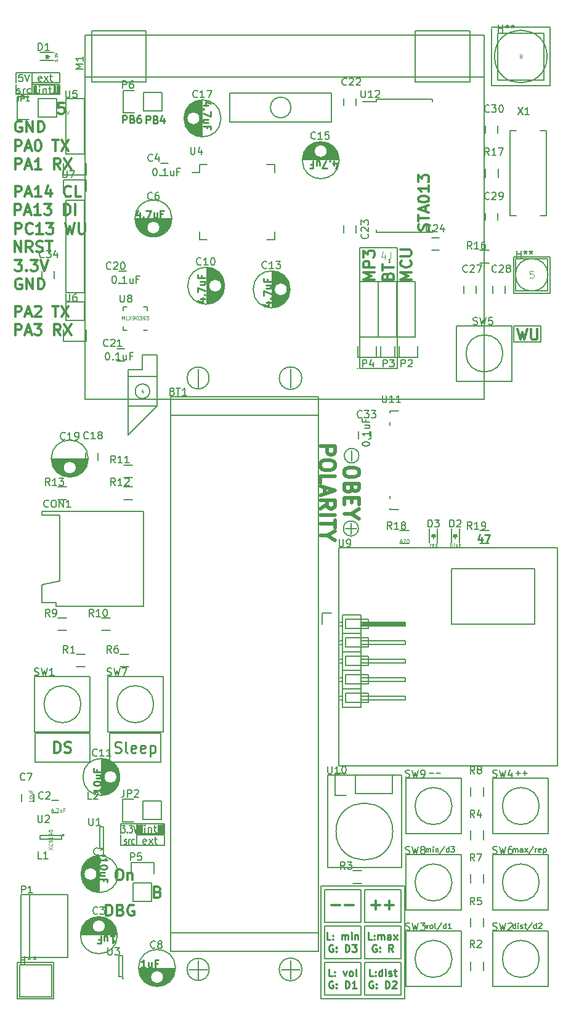
<source format=gto>
G04 #@! TF.FileFunction,Legend,Top*
%FSLAX46Y46*%
G04 Gerber Fmt 4.6, Leading zero omitted, Abs format (unit mm)*
G04 Created by KiCad (PCBNEW 4.0.2-stable) date Sat 27 Feb 2016 06:16:26 AM EST*
%MOMM*%
G01*
G04 APERTURE LIST*
%ADD10C,0.100000*%
%ADD11C,0.200000*%
%ADD12C,0.125000*%
%ADD13C,0.175000*%
%ADD14C,0.250000*%
%ADD15C,0.300000*%
%ADD16C,0.062500*%
%ADD17C,0.187500*%
%ADD18C,0.500000*%
%ADD19C,0.150000*%
G04 APERTURE END LIST*
D10*
D11*
X37750000Y-174500000D02*
X37750000Y-169500000D01*
X42750000Y-174500000D02*
X37750000Y-174500000D01*
X42750000Y-169500000D02*
X42750000Y-174500000D01*
X37750000Y-169500000D02*
X42750000Y-169500000D01*
X103000000Y-49000000D02*
X103000000Y-41100000D01*
X111000000Y-49000000D02*
X103100000Y-49000000D01*
X111000000Y-41000000D02*
X111000000Y-49000000D01*
X103000000Y-41000000D02*
X111000000Y-41000000D01*
D12*
X108738096Y-74452381D02*
X108261905Y-74452381D01*
X108214286Y-74928571D01*
X108261905Y-74880952D01*
X108357143Y-74833333D01*
X108595239Y-74833333D01*
X108690477Y-74880952D01*
X108738096Y-74928571D01*
X108785715Y-75023810D01*
X108785715Y-75261905D01*
X108738096Y-75357143D01*
X108690477Y-75404762D01*
X108595239Y-75452381D01*
X108357143Y-75452381D01*
X108261905Y-75404762D01*
X108214286Y-75357143D01*
X106952381Y-44940476D02*
X106904762Y-44916667D01*
X106880953Y-44892857D01*
X106857143Y-44845238D01*
X106857143Y-44821429D01*
X106880953Y-44773810D01*
X106904762Y-44750000D01*
X106952381Y-44726190D01*
X107047619Y-44726190D01*
X107095238Y-44750000D01*
X107119048Y-44773810D01*
X107142857Y-44821429D01*
X107142857Y-44845238D01*
X107119048Y-44892857D01*
X107095238Y-44916667D01*
X107047619Y-44940476D01*
X106952381Y-44940476D01*
X106904762Y-44964286D01*
X106880953Y-44988095D01*
X106857143Y-45035714D01*
X106857143Y-45130952D01*
X106880953Y-45178571D01*
X106904762Y-45202381D01*
X106952381Y-45226190D01*
X107047619Y-45226190D01*
X107095238Y-45202381D01*
X107119048Y-45178571D01*
X107142857Y-45130952D01*
X107142857Y-45035714D01*
X107119048Y-44988095D01*
X107095238Y-44964286D01*
X107047619Y-44940476D01*
X55095238Y-90892857D02*
X55095238Y-91226190D01*
X54976191Y-90702381D02*
X54857143Y-91059524D01*
X55166667Y-91059524D01*
D11*
X106000000Y-77500000D02*
X106000000Y-72500000D01*
X111000000Y-77500000D02*
X106000000Y-77500000D01*
X111000000Y-72500000D02*
X111000000Y-77500000D01*
X106000000Y-72500000D02*
X111000000Y-72500000D01*
X53000000Y-93000000D02*
X53000000Y-89000000D01*
X57000000Y-93000000D02*
X53000000Y-93000000D01*
X57000000Y-89000000D02*
X57000000Y-93000000D01*
X53000000Y-89000000D02*
X57000000Y-89000000D01*
X56000000Y-91000000D02*
G75*
G03X56000000Y-91000000I-1000000J0D01*
G01*
X53000000Y-97000000D02*
X53000000Y-88000000D01*
X57000000Y-93000000D02*
X53000000Y-97000000D01*
X57000000Y-86000000D02*
X57000000Y-93000000D01*
X55000000Y-86000000D02*
X57000000Y-86000000D01*
X55000000Y-88000000D02*
X55000000Y-86000000D01*
X53000000Y-88000000D02*
X55000000Y-88000000D01*
X89405125Y-151500000D02*
G75*
G03X89405125Y-151500000I-3905125J0D01*
G01*
X75414214Y-52000000D02*
G75*
G03X75414214Y-52000000I-1414214J0D01*
G01*
X67000000Y-54000000D02*
X67000000Y-50000000D01*
X81000000Y-54000000D02*
X67000000Y-54000000D01*
X81000000Y-50000000D02*
X81000000Y-54000000D01*
X67000000Y-50000000D02*
X81000000Y-50000000D01*
D12*
X44533334Y-52476190D02*
X44700001Y-52976190D01*
X44866667Y-52476190D01*
D11*
X57200000Y-151600000D02*
X57100000Y-151600000D01*
X57200000Y-150600000D02*
X57200000Y-151600000D01*
X57300000Y-150600000D02*
X57200000Y-150600000D01*
X57300000Y-151600000D02*
X57300000Y-150600000D01*
X57400000Y-151600000D02*
X57300000Y-151600000D01*
X57400000Y-150600000D02*
X57400000Y-151600000D01*
X57500000Y-150600000D02*
X57400000Y-150600000D01*
X57500000Y-151600000D02*
X57500000Y-150600000D01*
X57600000Y-151600000D02*
X57500000Y-151600000D01*
X57600000Y-150600000D02*
X57600000Y-151600000D01*
X57700000Y-150600000D02*
X57600000Y-150600000D01*
X57700000Y-151600000D02*
X57700000Y-150600000D01*
X57800000Y-151600000D02*
X57700000Y-151600000D01*
X57800000Y-150600000D02*
X57800000Y-151600000D01*
X57900000Y-150600000D02*
X57800000Y-150600000D01*
X57900000Y-151700000D02*
X57900000Y-150600000D01*
X55000000Y-150600000D02*
X55100000Y-150600000D01*
X55000000Y-151600000D02*
X55000000Y-150600000D01*
X54900000Y-151600000D02*
X55000000Y-151600000D01*
X54900000Y-150600000D02*
X54900000Y-151600000D01*
X54800000Y-150600000D02*
X54900000Y-150600000D01*
X54800000Y-151600000D02*
X54800000Y-150600000D01*
X54700000Y-151600000D02*
X54800000Y-151600000D01*
X54700000Y-150600000D02*
X54700000Y-151600000D01*
X54600000Y-150600000D02*
X54700000Y-150600000D01*
X54600000Y-151600000D02*
X54600000Y-150600000D01*
X54500000Y-151600000D02*
X54600000Y-151600000D01*
X54500000Y-150600000D02*
X54500000Y-151600000D01*
X54400000Y-150600000D02*
X54500000Y-150600000D01*
X54400000Y-151600000D02*
X54400000Y-150600000D01*
X52050000Y-153400000D02*
X58050000Y-153400000D01*
X58050000Y-153400000D02*
X58050000Y-152000000D01*
X52050000Y-152000000D02*
X52050000Y-153400000D01*
X58050000Y-151800000D02*
X58050000Y-150400000D01*
X58050000Y-150400000D02*
X52050000Y-150400000D01*
X52050000Y-150400000D02*
X52050000Y-151800000D01*
D13*
X52166667Y-150664881D02*
X52600000Y-150664881D01*
X52366667Y-151045833D01*
X52466667Y-151045833D01*
X52533334Y-151093452D01*
X52566667Y-151141071D01*
X52600000Y-151236310D01*
X52600000Y-151474405D01*
X52566667Y-151569643D01*
X52533334Y-151617262D01*
X52466667Y-151664881D01*
X52266667Y-151664881D01*
X52200000Y-151617262D01*
X52166667Y-151569643D01*
X52900001Y-151569643D02*
X52933334Y-151617262D01*
X52900001Y-151664881D01*
X52866667Y-151617262D01*
X52900001Y-151569643D01*
X52900001Y-151664881D01*
X53166667Y-150664881D02*
X53600000Y-150664881D01*
X53366667Y-151045833D01*
X53466667Y-151045833D01*
X53533334Y-151093452D01*
X53566667Y-151141071D01*
X53600000Y-151236310D01*
X53600000Y-151474405D01*
X53566667Y-151569643D01*
X53533334Y-151617262D01*
X53466667Y-151664881D01*
X53266667Y-151664881D01*
X53200000Y-151617262D01*
X53166667Y-151569643D01*
X53800001Y-150664881D02*
X54033334Y-151664881D01*
X54266667Y-150664881D01*
X52533333Y-153192262D02*
X52600000Y-153239881D01*
X52733333Y-153239881D01*
X52800000Y-153192262D01*
X52833333Y-153097024D01*
X52833333Y-153049405D01*
X52800000Y-152954167D01*
X52733333Y-152906548D01*
X52633333Y-152906548D01*
X52566667Y-152858929D01*
X52533333Y-152763690D01*
X52533333Y-152716071D01*
X52566667Y-152620833D01*
X52633333Y-152573214D01*
X52733333Y-152573214D01*
X52800000Y-152620833D01*
X53133334Y-153239881D02*
X53133334Y-152573214D01*
X53133334Y-152763690D02*
X53166667Y-152668452D01*
X53200000Y-152620833D01*
X53266667Y-152573214D01*
X53333334Y-152573214D01*
X53866667Y-153192262D02*
X53800000Y-153239881D01*
X53666667Y-153239881D01*
X53600000Y-153192262D01*
X53566667Y-153144643D01*
X53533333Y-153049405D01*
X53533333Y-152763690D01*
X53566667Y-152668452D01*
X53600000Y-152620833D01*
X53666667Y-152573214D01*
X53800000Y-152573214D01*
X53866667Y-152620833D01*
D11*
X54250000Y-150400000D02*
X54250000Y-153400000D01*
X55500000Y-153154762D02*
X55404762Y-153202381D01*
X55214285Y-153202381D01*
X55119047Y-153154762D01*
X55071428Y-153059524D01*
X55071428Y-152678571D01*
X55119047Y-152583333D01*
X55214285Y-152535714D01*
X55404762Y-152535714D01*
X55500000Y-152583333D01*
X55547619Y-152678571D01*
X55547619Y-152773810D01*
X55071428Y-152869048D01*
X55880952Y-153202381D02*
X56404762Y-152535714D01*
X55880952Y-152535714D02*
X56404762Y-153202381D01*
X56642857Y-152535714D02*
X57023809Y-152535714D01*
X56785714Y-152202381D02*
X56785714Y-153059524D01*
X56833333Y-153154762D01*
X56928571Y-153202381D01*
X57023809Y-153202381D01*
X58050000Y-151800000D02*
X54250000Y-151800000D01*
X54250000Y-152000000D02*
X58050000Y-152000000D01*
X55311905Y-151602381D02*
X55311905Y-150935714D01*
X55311905Y-150602381D02*
X55264286Y-150650000D01*
X55311905Y-150697619D01*
X55359524Y-150650000D01*
X55311905Y-150602381D01*
X55311905Y-150697619D01*
X55788095Y-150935714D02*
X55788095Y-151602381D01*
X55788095Y-151030952D02*
X55835714Y-150983333D01*
X55930952Y-150935714D01*
X56073810Y-150935714D01*
X56169048Y-150983333D01*
X56216667Y-151078571D01*
X56216667Y-151602381D01*
X56550000Y-150935714D02*
X56930952Y-150935714D01*
X56692857Y-150602381D02*
X56692857Y-151459524D01*
X56740476Y-151554762D01*
X56835714Y-151602381D01*
X56930952Y-151602381D01*
X42650000Y-50000000D02*
X42850000Y-50000000D01*
X42850000Y-50000000D02*
X42850000Y-49000000D01*
X42750000Y-48900000D02*
X42750000Y-48800000D01*
X40750000Y-48900000D02*
X42750000Y-48900000D01*
X43450000Y-49000000D02*
X43450000Y-50000000D01*
X43250000Y-49000000D02*
X43450000Y-49000000D01*
X43250000Y-50000000D02*
X43250000Y-49000000D01*
X43050000Y-50000000D02*
X43250000Y-50000000D01*
X43050000Y-49000000D02*
X43050000Y-50000000D01*
X42850000Y-49000000D02*
X43050000Y-49000000D01*
X40450000Y-50000000D02*
X40650000Y-50000000D01*
X40450000Y-49000000D02*
X40450000Y-50000000D01*
X40250000Y-49000000D02*
X40450000Y-49000000D01*
X40250000Y-50000000D02*
X40250000Y-49000000D01*
X40050000Y-50000000D02*
X40250000Y-50000000D01*
X40050000Y-49000000D02*
X40050000Y-50000000D01*
X40861905Y-50052381D02*
X40861905Y-49385714D01*
X40861905Y-49052381D02*
X40814286Y-49100000D01*
X40861905Y-49147619D01*
X40909524Y-49100000D01*
X40861905Y-49052381D01*
X40861905Y-49147619D01*
X41338095Y-49385714D02*
X41338095Y-50052381D01*
X41338095Y-49480952D02*
X41385714Y-49433333D01*
X41480952Y-49385714D01*
X41623810Y-49385714D01*
X41719048Y-49433333D01*
X41766667Y-49528571D01*
X41766667Y-50052381D01*
X42100000Y-49385714D02*
X42480952Y-49385714D01*
X42242857Y-49052381D02*
X42242857Y-49909524D01*
X42290476Y-50004762D01*
X42385714Y-50052381D01*
X42480952Y-50052381D01*
X39850000Y-48800000D02*
X43650000Y-48800000D01*
X43650000Y-48600000D02*
X39850000Y-48600000D01*
X41100000Y-48354762D02*
X41004762Y-48402381D01*
X40814285Y-48402381D01*
X40719047Y-48354762D01*
X40671428Y-48259524D01*
X40671428Y-47878571D01*
X40719047Y-47783333D01*
X40814285Y-47735714D01*
X41004762Y-47735714D01*
X41100000Y-47783333D01*
X41147619Y-47878571D01*
X41147619Y-47973810D01*
X40671428Y-48069048D01*
X41480952Y-48402381D02*
X42004762Y-47735714D01*
X41480952Y-47735714D02*
X42004762Y-48402381D01*
X42242857Y-47735714D02*
X42623809Y-47735714D01*
X42385714Y-47402381D02*
X42385714Y-48259524D01*
X42433333Y-48354762D01*
X42528571Y-48402381D01*
X42623809Y-48402381D01*
X39850000Y-47200000D02*
X39850000Y-50200000D01*
X38509524Y-47452381D02*
X38033333Y-47452381D01*
X37985714Y-47928571D01*
X38033333Y-47880952D01*
X38128571Y-47833333D01*
X38366667Y-47833333D01*
X38461905Y-47880952D01*
X38509524Y-47928571D01*
X38557143Y-48023810D01*
X38557143Y-48261905D01*
X38509524Y-48357143D01*
X38461905Y-48404762D01*
X38366667Y-48452381D01*
X38128571Y-48452381D01*
X38033333Y-48404762D01*
X37985714Y-48357143D01*
X38842857Y-47452381D02*
X39176190Y-48452381D01*
X39509524Y-47452381D01*
X37747619Y-50004762D02*
X37842857Y-50052381D01*
X38033333Y-50052381D01*
X38128572Y-50004762D01*
X38176191Y-49909524D01*
X38176191Y-49861905D01*
X38128572Y-49766667D01*
X38033333Y-49719048D01*
X37890476Y-49719048D01*
X37795238Y-49671429D01*
X37747619Y-49576190D01*
X37747619Y-49528571D01*
X37795238Y-49433333D01*
X37890476Y-49385714D01*
X38033333Y-49385714D01*
X38128572Y-49433333D01*
X38604762Y-50052381D02*
X38604762Y-49385714D01*
X38604762Y-49576190D02*
X38652381Y-49480952D01*
X38700000Y-49433333D01*
X38795238Y-49385714D01*
X38890477Y-49385714D01*
X39652382Y-50004762D02*
X39557144Y-50052381D01*
X39366667Y-50052381D01*
X39271429Y-50004762D01*
X39223810Y-49957143D01*
X39176191Y-49861905D01*
X39176191Y-49576190D01*
X39223810Y-49480952D01*
X39271429Y-49433333D01*
X39366667Y-49385714D01*
X39557144Y-49385714D01*
X39652382Y-49433333D01*
X37650000Y-47200000D02*
X37650000Y-48600000D01*
X43650000Y-47200000D02*
X37650000Y-47200000D01*
X43650000Y-48600000D02*
X43650000Y-47200000D01*
X37650000Y-48800000D02*
X37650000Y-50200000D01*
X43650000Y-50200000D02*
X43650000Y-48800000D01*
X37650000Y-50200000D02*
X43650000Y-50200000D01*
X84750000Y-99850000D02*
G75*
G03X84750000Y-99850000I-1000000J0D01*
G01*
X83750000Y-100600000D02*
X83750000Y-99100000D01*
D12*
X42126190Y-153969046D02*
X42626190Y-153635713D01*
X42126190Y-153635713D02*
X42626190Y-153969046D01*
X42578571Y-153159523D02*
X42602381Y-153183333D01*
X42626190Y-153254761D01*
X42626190Y-153302380D01*
X42602381Y-153373809D01*
X42554762Y-153421428D01*
X42507143Y-153445237D01*
X42411905Y-153469047D01*
X42340476Y-153469047D01*
X42245238Y-153445237D01*
X42197619Y-153421428D01*
X42150000Y-153373809D01*
X42126190Y-153302380D01*
X42126190Y-153254761D01*
X42150000Y-153183333D01*
X42173810Y-153159523D01*
X42626190Y-152921428D02*
X42626190Y-152826190D01*
X42602381Y-152778571D01*
X42578571Y-152754761D01*
X42507143Y-152707142D01*
X42411905Y-152683333D01*
X42221429Y-152683333D01*
X42173810Y-152707142D01*
X42150000Y-152730952D01*
X42126190Y-152778571D01*
X42126190Y-152873809D01*
X42150000Y-152921428D01*
X42173810Y-152945237D01*
X42221429Y-152969047D01*
X42340476Y-152969047D01*
X42388095Y-152945237D01*
X42411905Y-152921428D01*
X42435714Y-152873809D01*
X42435714Y-152778571D01*
X42411905Y-152730952D01*
X42388095Y-152707142D01*
X42340476Y-152683333D01*
X42626190Y-152207143D02*
X42626190Y-152492857D01*
X42626190Y-152350000D02*
X42126190Y-152350000D01*
X42197619Y-152397619D01*
X42245238Y-152445238D01*
X42269048Y-152492857D01*
X42292857Y-151778572D02*
X42626190Y-151778572D01*
X42102381Y-151897619D02*
X42459524Y-152016667D01*
X42459524Y-151707143D01*
X42126190Y-151421429D02*
X42126190Y-151373810D01*
X42150000Y-151326191D01*
X42173810Y-151302382D01*
X42221429Y-151278572D01*
X42316667Y-151254763D01*
X42435714Y-151254763D01*
X42530952Y-151278572D01*
X42578571Y-151302382D01*
X42602381Y-151326191D01*
X42626190Y-151373810D01*
X42626190Y-151421429D01*
X42602381Y-151469048D01*
X42578571Y-151492858D01*
X42530952Y-151516667D01*
X42435714Y-151540477D01*
X42316667Y-151540477D01*
X42221429Y-151516667D01*
X42173810Y-151492858D01*
X42150000Y-151469048D01*
X42126190Y-151421429D01*
X39926190Y-147135714D02*
X39926190Y-147421428D01*
X39926190Y-147278571D02*
X39426190Y-147278571D01*
X39497619Y-147326190D01*
X39545238Y-147373809D01*
X39569048Y-147421428D01*
X39426190Y-146826190D02*
X39426190Y-146778571D01*
X39450000Y-146730952D01*
X39473810Y-146707143D01*
X39521429Y-146683333D01*
X39616667Y-146659524D01*
X39735714Y-146659524D01*
X39830952Y-146683333D01*
X39878571Y-146707143D01*
X39902381Y-146730952D01*
X39926190Y-146778571D01*
X39926190Y-146826190D01*
X39902381Y-146873809D01*
X39878571Y-146897619D01*
X39830952Y-146921428D01*
X39735714Y-146945238D01*
X39616667Y-146945238D01*
X39521429Y-146921428D01*
X39473810Y-146897619D01*
X39450000Y-146873809D01*
X39426190Y-146826190D01*
X39592857Y-146230953D02*
X39926190Y-146230953D01*
X39592857Y-146445238D02*
X39854762Y-146445238D01*
X39902381Y-146421429D01*
X39926190Y-146373810D01*
X39926190Y-146302381D01*
X39902381Y-146254762D01*
X39878571Y-146230953D01*
X39664286Y-145826191D02*
X39664286Y-145992857D01*
X39926190Y-145992857D02*
X39426190Y-145992857D01*
X39426190Y-145754762D01*
X42697620Y-148492857D02*
X42697620Y-148826190D01*
X42578573Y-148302381D02*
X42459525Y-148659524D01*
X42769049Y-148659524D01*
X42959525Y-148778571D02*
X42983334Y-148802381D01*
X42959525Y-148826190D01*
X42935715Y-148802381D01*
X42959525Y-148778571D01*
X42959525Y-148826190D01*
X43150001Y-148326190D02*
X43483334Y-148326190D01*
X43269048Y-148826190D01*
X43888095Y-148492857D02*
X43888095Y-148826190D01*
X43673810Y-148492857D02*
X43673810Y-148754762D01*
X43697619Y-148802381D01*
X43745238Y-148826190D01*
X43816667Y-148826190D01*
X43864286Y-148802381D01*
X43888095Y-148778571D01*
X44292857Y-148564286D02*
X44126191Y-148564286D01*
X44126191Y-148826190D02*
X44126191Y-148326190D01*
X44364286Y-148326190D01*
D14*
X49252381Y-145571428D02*
X49252381Y-146142857D01*
X49252381Y-145857143D02*
X48252381Y-145857143D01*
X48395238Y-145952381D01*
X48490476Y-146047619D01*
X48538095Y-146142857D01*
X48252381Y-144952381D02*
X48252381Y-144857142D01*
X48300000Y-144761904D01*
X48347619Y-144714285D01*
X48442857Y-144666666D01*
X48633333Y-144619047D01*
X48871429Y-144619047D01*
X49061905Y-144666666D01*
X49157143Y-144714285D01*
X49204762Y-144761904D01*
X49252381Y-144857142D01*
X49252381Y-144952381D01*
X49204762Y-145047619D01*
X49157143Y-145095238D01*
X49061905Y-145142857D01*
X48871429Y-145190476D01*
X48633333Y-145190476D01*
X48442857Y-145142857D01*
X48347619Y-145095238D01*
X48300000Y-145047619D01*
X48252381Y-144952381D01*
X48585714Y-143761904D02*
X49252381Y-143761904D01*
X48585714Y-144190476D02*
X49109524Y-144190476D01*
X49204762Y-144142857D01*
X49252381Y-144047619D01*
X49252381Y-143904761D01*
X49204762Y-143809523D01*
X49157143Y-143761904D01*
X48728571Y-142952380D02*
X48728571Y-143285714D01*
X49252381Y-143285714D02*
X48252381Y-143285714D01*
X48252381Y-142809523D01*
X49147619Y-155728572D02*
X49147619Y-155157143D01*
X49147619Y-155442857D02*
X50147619Y-155442857D01*
X50004762Y-155347619D01*
X49909524Y-155252381D01*
X49861905Y-155157143D01*
X50147619Y-156347619D02*
X50147619Y-156442858D01*
X50100000Y-156538096D01*
X50052381Y-156585715D01*
X49957143Y-156633334D01*
X49766667Y-156680953D01*
X49528571Y-156680953D01*
X49338095Y-156633334D01*
X49242857Y-156585715D01*
X49195238Y-156538096D01*
X49147619Y-156442858D01*
X49147619Y-156347619D01*
X49195238Y-156252381D01*
X49242857Y-156204762D01*
X49338095Y-156157143D01*
X49528571Y-156109524D01*
X49766667Y-156109524D01*
X49957143Y-156157143D01*
X50052381Y-156204762D01*
X50100000Y-156252381D01*
X50147619Y-156347619D01*
X49814286Y-157538096D02*
X49147619Y-157538096D01*
X49814286Y-157109524D02*
X49290476Y-157109524D01*
X49195238Y-157157143D01*
X49147619Y-157252381D01*
X49147619Y-157395239D01*
X49195238Y-157490477D01*
X49242857Y-157538096D01*
X49671429Y-158347620D02*
X49671429Y-158014286D01*
X49147619Y-158014286D02*
X50147619Y-158014286D01*
X50147619Y-158490477D01*
X55404762Y-170152381D02*
X54833333Y-170152381D01*
X55119047Y-170152381D02*
X55119047Y-169152381D01*
X55023809Y-169295238D01*
X54928571Y-169390476D01*
X54833333Y-169438095D01*
X56261905Y-169485714D02*
X56261905Y-170152381D01*
X55833333Y-169485714D02*
X55833333Y-170009524D01*
X55880952Y-170104762D01*
X55976190Y-170152381D01*
X56119048Y-170152381D01*
X56214286Y-170104762D01*
X56261905Y-170057143D01*
X57071429Y-169628571D02*
X56738095Y-169628571D01*
X56738095Y-170152381D02*
X56738095Y-169152381D01*
X57214286Y-169152381D01*
X50595238Y-165847619D02*
X51166667Y-165847619D01*
X50880953Y-165847619D02*
X50880953Y-166847619D01*
X50976191Y-166704762D01*
X51071429Y-166609524D01*
X51166667Y-166561905D01*
X49738095Y-166514286D02*
X49738095Y-165847619D01*
X50166667Y-166514286D02*
X50166667Y-165990476D01*
X50119048Y-165895238D01*
X50023810Y-165847619D01*
X49880952Y-165847619D01*
X49785714Y-165895238D01*
X49738095Y-165942857D01*
X48928571Y-166371429D02*
X49261905Y-166371429D01*
X49261905Y-165847619D02*
X49261905Y-166847619D01*
X48785714Y-166847619D01*
D10*
X42930952Y-45690475D02*
X42930952Y-45442856D01*
X43083333Y-45576189D01*
X43083333Y-45519047D01*
X43102381Y-45480951D01*
X43121429Y-45461904D01*
X43159524Y-45442856D01*
X43254762Y-45442856D01*
X43292857Y-45461904D01*
X43311905Y-45480951D01*
X43330952Y-45519047D01*
X43330952Y-45633332D01*
X43311905Y-45671428D01*
X43292857Y-45690475D01*
X43292857Y-45271428D02*
X43311905Y-45252380D01*
X43330952Y-45271428D01*
X43311905Y-45290476D01*
X43292857Y-45271428D01*
X43330952Y-45271428D01*
X42930952Y-45119047D02*
X42930952Y-44871428D01*
X43083333Y-45004761D01*
X43083333Y-44947619D01*
X43102381Y-44909523D01*
X43121429Y-44890476D01*
X43159524Y-44871428D01*
X43254762Y-44871428D01*
X43292857Y-44890476D01*
X43311905Y-44909523D01*
X43330952Y-44947619D01*
X43330952Y-45061904D01*
X43311905Y-45100000D01*
X43292857Y-45119047D01*
X42930952Y-44757143D02*
X43330952Y-44623809D01*
X42930952Y-44490476D01*
D15*
X94307143Y-68885713D02*
X94378571Y-68671427D01*
X94378571Y-68314284D01*
X94307143Y-68171427D01*
X94235714Y-68099998D01*
X94092857Y-68028570D01*
X93950000Y-68028570D01*
X93807143Y-68099998D01*
X93735714Y-68171427D01*
X93664286Y-68314284D01*
X93592857Y-68599998D01*
X93521429Y-68742856D01*
X93450000Y-68814284D01*
X93307143Y-68885713D01*
X93164286Y-68885713D01*
X93021429Y-68814284D01*
X92950000Y-68742856D01*
X92878571Y-68599998D01*
X92878571Y-68242856D01*
X92950000Y-68028570D01*
X92878571Y-67599999D02*
X92878571Y-66742856D01*
X94378571Y-67171427D02*
X92878571Y-67171427D01*
X93950000Y-66314285D02*
X93950000Y-65599999D01*
X94378571Y-66457142D02*
X92878571Y-65957142D01*
X94378571Y-65457142D01*
X92878571Y-64671428D02*
X92878571Y-64528571D01*
X92950000Y-64385714D01*
X93021429Y-64314285D01*
X93164286Y-64242856D01*
X93450000Y-64171428D01*
X93807143Y-64171428D01*
X94092857Y-64242856D01*
X94235714Y-64314285D01*
X94307143Y-64385714D01*
X94378571Y-64528571D01*
X94378571Y-64671428D01*
X94307143Y-64814285D01*
X94235714Y-64885714D01*
X94092857Y-64957142D01*
X93807143Y-65028571D01*
X93450000Y-65028571D01*
X93164286Y-64957142D01*
X93021429Y-64885714D01*
X92950000Y-64814285D01*
X92878571Y-64671428D01*
X94378571Y-62742857D02*
X94378571Y-63600000D01*
X94378571Y-63171428D02*
X92878571Y-63171428D01*
X93092857Y-63314285D01*
X93235714Y-63457143D01*
X93307143Y-63600000D01*
X92878571Y-62242857D02*
X92878571Y-61314286D01*
X93450000Y-61814286D01*
X93450000Y-61600000D01*
X93521429Y-61457143D01*
X93592857Y-61385714D01*
X93735714Y-61314286D01*
X94092857Y-61314286D01*
X94235714Y-61385714D01*
X94307143Y-61457143D01*
X94378571Y-61600000D01*
X94378571Y-62028572D01*
X94307143Y-62171429D01*
X94235714Y-62242857D01*
D11*
X88900000Y-73300000D02*
X89000000Y-73300000D01*
X88900000Y-73200000D02*
X89000000Y-73200000D01*
X88900000Y-73100000D02*
X89000000Y-73100000D01*
X88900000Y-73000000D02*
X89000000Y-73000000D01*
D16*
X88309524Y-72185714D02*
X88309524Y-72852381D01*
X88071428Y-71804762D02*
X87833333Y-72519048D01*
X88452381Y-72519048D01*
X89119048Y-71852381D02*
X89119048Y-72566667D01*
X89071428Y-72709524D01*
X88976190Y-72804762D01*
X88833333Y-72852381D01*
X88738095Y-72852381D01*
D11*
X84900000Y-87900000D02*
X84900000Y-83500000D01*
X90000000Y-87900000D02*
X84900000Y-87900000D01*
X84500000Y-87900000D02*
X84600000Y-87900000D01*
X90000000Y-87800000D02*
X90000000Y-87900000D01*
X90000000Y-71300000D02*
X90000000Y-87800000D01*
X84900000Y-71300000D02*
X90000000Y-71300000D01*
X84900000Y-71400000D02*
X84900000Y-71300000D01*
X84900000Y-75900000D02*
X84900000Y-71400000D01*
D12*
X90619048Y-111492857D02*
X90619048Y-111826190D01*
X90500001Y-111302381D02*
X90380953Y-111659524D01*
X90690477Y-111659524D01*
X90833334Y-111326190D02*
X91166667Y-111326190D01*
X90952381Y-111826190D01*
X91452381Y-111326190D02*
X91500000Y-111326190D01*
X91547619Y-111350000D01*
X91571428Y-111373810D01*
X91595238Y-111421429D01*
X91619047Y-111516667D01*
X91619047Y-111635714D01*
X91595238Y-111730952D01*
X91571428Y-111778571D01*
X91547619Y-111802381D01*
X91500000Y-111826190D01*
X91452381Y-111826190D01*
X91404762Y-111802381D01*
X91380952Y-111778571D01*
X91357143Y-111730952D01*
X91333333Y-111635714D01*
X91333333Y-111516667D01*
X91357143Y-111421429D01*
X91380952Y-111373810D01*
X91404762Y-111350000D01*
X91452381Y-111326190D01*
X97321429Y-112326190D02*
X97321429Y-111826190D01*
X97321429Y-112016667D02*
X97369048Y-111992857D01*
X97464286Y-111992857D01*
X97511905Y-112016667D01*
X97535714Y-112040476D01*
X97559524Y-112088095D01*
X97559524Y-112230952D01*
X97535714Y-112278571D01*
X97511905Y-112302381D01*
X97464286Y-112326190D01*
X97369048Y-112326190D01*
X97321429Y-112302381D01*
X97845238Y-112326190D02*
X97797619Y-112302381D01*
X97773810Y-112254762D01*
X97773810Y-111826190D01*
X98250000Y-111992857D02*
X98250000Y-112326190D01*
X98035715Y-111992857D02*
X98035715Y-112254762D01*
X98059524Y-112302381D01*
X98107143Y-112326190D01*
X98178572Y-112326190D01*
X98226191Y-112302381D01*
X98250000Y-112278571D01*
X98678572Y-112302381D02*
X98630953Y-112326190D01*
X98535715Y-112326190D01*
X98488096Y-112302381D01*
X98464286Y-112254762D01*
X98464286Y-112064286D01*
X98488096Y-112016667D01*
X98535715Y-111992857D01*
X98630953Y-111992857D01*
X98678572Y-112016667D01*
X98702381Y-112064286D01*
X98702381Y-112111905D01*
X98464286Y-112159524D01*
X94523810Y-112326190D02*
X94523810Y-111992857D01*
X94523810Y-112088095D02*
X94547619Y-112040476D01*
X94571429Y-112016667D01*
X94619048Y-111992857D01*
X94666667Y-111992857D01*
X95023810Y-112302381D02*
X94976191Y-112326190D01*
X94880953Y-112326190D01*
X94833334Y-112302381D01*
X94809524Y-112254762D01*
X94809524Y-112064286D01*
X94833334Y-112016667D01*
X94880953Y-111992857D01*
X94976191Y-111992857D01*
X95023810Y-112016667D01*
X95047619Y-112064286D01*
X95047619Y-112111905D01*
X94809524Y-112159524D01*
X95476190Y-112326190D02*
X95476190Y-111826190D01*
X95476190Y-112302381D02*
X95428571Y-112326190D01*
X95333333Y-112326190D01*
X95285714Y-112302381D01*
X95261905Y-112278571D01*
X95238095Y-112230952D01*
X95238095Y-112088095D01*
X95261905Y-112040476D01*
X95285714Y-112016667D01*
X95333333Y-111992857D01*
X95428571Y-111992857D01*
X95476190Y-112016667D01*
D14*
X101614286Y-111035714D02*
X101614286Y-111702381D01*
X101376190Y-110654762D02*
X101138095Y-111369048D01*
X101757143Y-111369048D01*
X102042857Y-110702381D02*
X102709524Y-110702381D01*
X102280952Y-111702381D01*
D17*
X85202381Y-98292857D02*
X85202381Y-98197618D01*
X85250000Y-98102380D01*
X85297619Y-98054761D01*
X85392857Y-98007142D01*
X85583333Y-97959523D01*
X85821429Y-97959523D01*
X86011905Y-98007142D01*
X86107143Y-98054761D01*
X86154762Y-98102380D01*
X86202381Y-98197618D01*
X86202381Y-98292857D01*
X86154762Y-98388095D01*
X86107143Y-98435714D01*
X86011905Y-98483333D01*
X85821429Y-98530952D01*
X85583333Y-98530952D01*
X85392857Y-98483333D01*
X85297619Y-98435714D01*
X85250000Y-98388095D01*
X85202381Y-98292857D01*
X86107143Y-97530952D02*
X86154762Y-97483333D01*
X86202381Y-97530952D01*
X86154762Y-97578571D01*
X86107143Y-97530952D01*
X86202381Y-97530952D01*
X86202381Y-96530952D02*
X86202381Y-97102381D01*
X86202381Y-96816667D02*
X85202381Y-96816667D01*
X85345238Y-96911905D01*
X85440476Y-97007143D01*
X85488095Y-97102381D01*
X85535714Y-95673809D02*
X86202381Y-95673809D01*
X85535714Y-96102381D02*
X86059524Y-96102381D01*
X86154762Y-96054762D01*
X86202381Y-95959524D01*
X86202381Y-95816666D01*
X86154762Y-95721428D01*
X86107143Y-95673809D01*
X85678571Y-94864285D02*
X85678571Y-95197619D01*
X86202381Y-95197619D02*
X85202381Y-95197619D01*
X85202381Y-94721428D01*
D14*
X62935714Y-78304761D02*
X63602381Y-78304761D01*
X62554762Y-78542857D02*
X63269048Y-78780952D01*
X63269048Y-78161904D01*
X63507143Y-77780952D02*
X63554762Y-77733333D01*
X63602381Y-77780952D01*
X63554762Y-77828571D01*
X63507143Y-77780952D01*
X63602381Y-77780952D01*
X62602381Y-77400000D02*
X62602381Y-76733333D01*
X63602381Y-77161905D01*
X62935714Y-75923809D02*
X63602381Y-75923809D01*
X62935714Y-76352381D02*
X63459524Y-76352381D01*
X63554762Y-76304762D01*
X63602381Y-76209524D01*
X63602381Y-76066666D01*
X63554762Y-75971428D01*
X63507143Y-75923809D01*
X63078571Y-75114285D02*
X63078571Y-75447619D01*
X63602381Y-75447619D02*
X62602381Y-75447619D01*
X62602381Y-74971428D01*
X71985714Y-78804761D02*
X72652381Y-78804761D01*
X71604762Y-79042857D02*
X72319048Y-79280952D01*
X72319048Y-78661904D01*
X72557143Y-78280952D02*
X72604762Y-78233333D01*
X72652381Y-78280952D01*
X72604762Y-78328571D01*
X72557143Y-78280952D01*
X72652381Y-78280952D01*
X71652381Y-77900000D02*
X71652381Y-77233333D01*
X72652381Y-77661905D01*
X71985714Y-76423809D02*
X72652381Y-76423809D01*
X71985714Y-76852381D02*
X72509524Y-76852381D01*
X72604762Y-76804762D01*
X72652381Y-76709524D01*
X72652381Y-76566666D01*
X72604762Y-76471428D01*
X72557143Y-76423809D01*
X72128571Y-75614285D02*
X72128571Y-75947619D01*
X72652381Y-75947619D02*
X71652381Y-75947619D01*
X71652381Y-75471428D01*
X81304761Y-60014286D02*
X81304761Y-59347619D01*
X81542857Y-60395238D02*
X81780952Y-59680952D01*
X81161904Y-59680952D01*
X80780952Y-59442857D02*
X80733333Y-59395238D01*
X80780952Y-59347619D01*
X80828571Y-59395238D01*
X80780952Y-59442857D01*
X80780952Y-59347619D01*
X80400000Y-60347619D02*
X79733333Y-60347619D01*
X80161905Y-59347619D01*
X78923809Y-60014286D02*
X78923809Y-59347619D01*
X79352381Y-60014286D02*
X79352381Y-59490476D01*
X79304762Y-59395238D01*
X79209524Y-59347619D01*
X79066666Y-59347619D01*
X78971428Y-59395238D01*
X78923809Y-59442857D01*
X78114285Y-59871429D02*
X78447619Y-59871429D01*
X78447619Y-59347619D02*
X78447619Y-60347619D01*
X77971428Y-60347619D01*
X64014286Y-51695239D02*
X63347619Y-51695239D01*
X64395238Y-51457143D02*
X63680952Y-51219048D01*
X63680952Y-51838096D01*
X63442857Y-52219048D02*
X63395238Y-52266667D01*
X63347619Y-52219048D01*
X63395238Y-52171429D01*
X63442857Y-52219048D01*
X63347619Y-52219048D01*
X64347619Y-52600000D02*
X64347619Y-53266667D01*
X63347619Y-52838095D01*
X64014286Y-54076191D02*
X63347619Y-54076191D01*
X64014286Y-53647619D02*
X63490476Y-53647619D01*
X63395238Y-53695238D01*
X63347619Y-53790476D01*
X63347619Y-53933334D01*
X63395238Y-54028572D01*
X63442857Y-54076191D01*
X63871429Y-54885715D02*
X63871429Y-54552381D01*
X63347619Y-54552381D02*
X64347619Y-54552381D01*
X64347619Y-55028572D01*
X54595239Y-66485714D02*
X54595239Y-67152381D01*
X54357143Y-66104762D02*
X54119048Y-66819048D01*
X54738096Y-66819048D01*
X55119048Y-67057143D02*
X55166667Y-67104762D01*
X55119048Y-67152381D01*
X55071429Y-67104762D01*
X55119048Y-67057143D01*
X55119048Y-67152381D01*
X55500000Y-66152381D02*
X56166667Y-66152381D01*
X55738095Y-67152381D01*
X56976191Y-66485714D02*
X56976191Y-67152381D01*
X56547619Y-66485714D02*
X56547619Y-67009524D01*
X56595238Y-67104762D01*
X56690476Y-67152381D01*
X56833334Y-67152381D01*
X56928572Y-67104762D01*
X56976191Y-67057143D01*
X57785715Y-66628571D02*
X57452381Y-66628571D01*
X57452381Y-67152381D02*
X57452381Y-66152381D01*
X57928572Y-66152381D01*
D17*
X56657143Y-60352381D02*
X56752382Y-60352381D01*
X56847620Y-60400000D01*
X56895239Y-60447619D01*
X56942858Y-60542857D01*
X56990477Y-60733333D01*
X56990477Y-60971429D01*
X56942858Y-61161905D01*
X56895239Y-61257143D01*
X56847620Y-61304762D01*
X56752382Y-61352381D01*
X56657143Y-61352381D01*
X56561905Y-61304762D01*
X56514286Y-61257143D01*
X56466667Y-61161905D01*
X56419048Y-60971429D01*
X56419048Y-60733333D01*
X56466667Y-60542857D01*
X56514286Y-60447619D01*
X56561905Y-60400000D01*
X56657143Y-60352381D01*
X57419048Y-61257143D02*
X57466667Y-61304762D01*
X57419048Y-61352381D01*
X57371429Y-61304762D01*
X57419048Y-61257143D01*
X57419048Y-61352381D01*
X58419048Y-61352381D02*
X57847619Y-61352381D01*
X58133333Y-61352381D02*
X58133333Y-60352381D01*
X58038095Y-60495238D01*
X57942857Y-60590476D01*
X57847619Y-60638095D01*
X59276191Y-60685714D02*
X59276191Y-61352381D01*
X58847619Y-60685714D02*
X58847619Y-61209524D01*
X58895238Y-61304762D01*
X58990476Y-61352381D01*
X59133334Y-61352381D01*
X59228572Y-61304762D01*
X59276191Y-61257143D01*
X60085715Y-60828571D02*
X59752381Y-60828571D01*
X59752381Y-61352381D02*
X59752381Y-60352381D01*
X60228572Y-60352381D01*
X50157143Y-85702381D02*
X50252382Y-85702381D01*
X50347620Y-85750000D01*
X50395239Y-85797619D01*
X50442858Y-85892857D01*
X50490477Y-86083333D01*
X50490477Y-86321429D01*
X50442858Y-86511905D01*
X50395239Y-86607143D01*
X50347620Y-86654762D01*
X50252382Y-86702381D01*
X50157143Y-86702381D01*
X50061905Y-86654762D01*
X50014286Y-86607143D01*
X49966667Y-86511905D01*
X49919048Y-86321429D01*
X49919048Y-86083333D01*
X49966667Y-85892857D01*
X50014286Y-85797619D01*
X50061905Y-85750000D01*
X50157143Y-85702381D01*
X50919048Y-86607143D02*
X50966667Y-86654762D01*
X50919048Y-86702381D01*
X50871429Y-86654762D01*
X50919048Y-86607143D01*
X50919048Y-86702381D01*
X51919048Y-86702381D02*
X51347619Y-86702381D01*
X51633333Y-86702381D02*
X51633333Y-85702381D01*
X51538095Y-85845238D01*
X51442857Y-85940476D01*
X51347619Y-85988095D01*
X52776191Y-86035714D02*
X52776191Y-86702381D01*
X52347619Y-86035714D02*
X52347619Y-86559524D01*
X52395238Y-86654762D01*
X52490476Y-86702381D01*
X52633334Y-86702381D01*
X52728572Y-86654762D01*
X52776191Y-86607143D01*
X53585715Y-86178571D02*
X53252381Y-86178571D01*
X53252381Y-86702381D02*
X53252381Y-85702381D01*
X53728572Y-85702381D01*
D12*
X52202383Y-81176190D02*
X52202383Y-80676190D01*
X52369049Y-81033333D01*
X52535716Y-80676190D01*
X52535716Y-81176190D01*
X53011907Y-81176190D02*
X52773812Y-81176190D01*
X52773812Y-80676190D01*
X53130955Y-80676190D02*
X53464288Y-81176190D01*
X53464288Y-80676190D02*
X53130955Y-81176190D01*
X53678573Y-81176190D02*
X53773811Y-81176190D01*
X53821430Y-81152381D01*
X53845240Y-81128571D01*
X53892859Y-81057143D01*
X53916668Y-80961905D01*
X53916668Y-80771429D01*
X53892859Y-80723810D01*
X53869049Y-80700000D01*
X53821430Y-80676190D01*
X53726192Y-80676190D01*
X53678573Y-80700000D01*
X53654764Y-80723810D01*
X53630954Y-80771429D01*
X53630954Y-80890476D01*
X53654764Y-80938095D01*
X53678573Y-80961905D01*
X53726192Y-80985714D01*
X53821430Y-80985714D01*
X53869049Y-80961905D01*
X53892859Y-80938095D01*
X53916668Y-80890476D01*
X54226192Y-80676190D02*
X54273811Y-80676190D01*
X54321430Y-80700000D01*
X54345239Y-80723810D01*
X54369049Y-80771429D01*
X54392858Y-80866667D01*
X54392858Y-80985714D01*
X54369049Y-81080952D01*
X54345239Y-81128571D01*
X54321430Y-81152381D01*
X54273811Y-81176190D01*
X54226192Y-81176190D01*
X54178573Y-81152381D01*
X54154763Y-81128571D01*
X54130954Y-81080952D01*
X54107144Y-80985714D01*
X54107144Y-80866667D01*
X54130954Y-80771429D01*
X54154763Y-80723810D01*
X54178573Y-80700000D01*
X54226192Y-80676190D01*
X54559525Y-80676190D02*
X54869048Y-80676190D01*
X54702382Y-80866667D01*
X54773810Y-80866667D01*
X54821429Y-80890476D01*
X54845239Y-80914286D01*
X54869048Y-80961905D01*
X54869048Y-81080952D01*
X54845239Y-81128571D01*
X54821429Y-81152381D01*
X54773810Y-81176190D01*
X54630953Y-81176190D01*
X54583334Y-81152381D01*
X54559525Y-81128571D01*
X55107143Y-81176190D02*
X55202381Y-81176190D01*
X55250000Y-81152381D01*
X55273810Y-81128571D01*
X55321429Y-81057143D01*
X55345238Y-80961905D01*
X55345238Y-80771429D01*
X55321429Y-80723810D01*
X55297619Y-80700000D01*
X55250000Y-80676190D01*
X55154762Y-80676190D01*
X55107143Y-80700000D01*
X55083334Y-80723810D01*
X55059524Y-80771429D01*
X55059524Y-80890476D01*
X55083334Y-80938095D01*
X55107143Y-80961905D01*
X55154762Y-80985714D01*
X55250000Y-80985714D01*
X55297619Y-80961905D01*
X55321429Y-80938095D01*
X55345238Y-80890476D01*
X55511905Y-80676190D02*
X55821428Y-80676190D01*
X55654762Y-80866667D01*
X55726190Y-80866667D01*
X55773809Y-80890476D01*
X55797619Y-80914286D01*
X55821428Y-80961905D01*
X55821428Y-81080952D01*
X55797619Y-81128571D01*
X55773809Y-81152381D01*
X55726190Y-81176190D01*
X55583333Y-81176190D01*
X55535714Y-81152381D01*
X55511905Y-81128571D01*
D17*
X51057143Y-75152381D02*
X51152382Y-75152381D01*
X51247620Y-75200000D01*
X51295239Y-75247619D01*
X51342858Y-75342857D01*
X51390477Y-75533333D01*
X51390477Y-75771429D01*
X51342858Y-75961905D01*
X51295239Y-76057143D01*
X51247620Y-76104762D01*
X51152382Y-76152381D01*
X51057143Y-76152381D01*
X50961905Y-76104762D01*
X50914286Y-76057143D01*
X50866667Y-75961905D01*
X50819048Y-75771429D01*
X50819048Y-75533333D01*
X50866667Y-75342857D01*
X50914286Y-75247619D01*
X50961905Y-75200000D01*
X51057143Y-75152381D01*
X51819048Y-76057143D02*
X51866667Y-76104762D01*
X51819048Y-76152381D01*
X51771429Y-76104762D01*
X51819048Y-76057143D01*
X51819048Y-76152381D01*
X52819048Y-76152381D02*
X52247619Y-76152381D01*
X52533333Y-76152381D02*
X52533333Y-75152381D01*
X52438095Y-75295238D01*
X52342857Y-75390476D01*
X52247619Y-75438095D01*
X53676191Y-75485714D02*
X53676191Y-76152381D01*
X53247619Y-75485714D02*
X53247619Y-76009524D01*
X53295238Y-76104762D01*
X53390476Y-76152381D01*
X53533334Y-76152381D01*
X53628572Y-76104762D01*
X53676191Y-76057143D01*
X54485715Y-75628571D02*
X54152381Y-75628571D01*
X54152381Y-76152381D02*
X54152381Y-75152381D01*
X54628572Y-75152381D01*
D14*
X52261905Y-54102381D02*
X52261905Y-53102381D01*
X52642858Y-53102381D01*
X52738096Y-53150000D01*
X52785715Y-53197619D01*
X52833334Y-53292857D01*
X52833334Y-53435714D01*
X52785715Y-53530952D01*
X52738096Y-53578571D01*
X52642858Y-53626190D01*
X52261905Y-53626190D01*
X53595239Y-53578571D02*
X53738096Y-53626190D01*
X53785715Y-53673810D01*
X53833334Y-53769048D01*
X53833334Y-53911905D01*
X53785715Y-54007143D01*
X53738096Y-54054762D01*
X53642858Y-54102381D01*
X53261905Y-54102381D01*
X53261905Y-53102381D01*
X53595239Y-53102381D01*
X53690477Y-53150000D01*
X53738096Y-53197619D01*
X53785715Y-53292857D01*
X53785715Y-53388095D01*
X53738096Y-53483333D01*
X53690477Y-53530952D01*
X53595239Y-53578571D01*
X53261905Y-53578571D01*
X54690477Y-53102381D02*
X54500000Y-53102381D01*
X54404762Y-53150000D01*
X54357143Y-53197619D01*
X54261905Y-53340476D01*
X54214286Y-53530952D01*
X54214286Y-53911905D01*
X54261905Y-54007143D01*
X54309524Y-54054762D01*
X54404762Y-54102381D01*
X54595239Y-54102381D01*
X54690477Y-54054762D01*
X54738096Y-54007143D01*
X54785715Y-53911905D01*
X54785715Y-53673810D01*
X54738096Y-53578571D01*
X54690477Y-53530952D01*
X54595239Y-53483333D01*
X54404762Y-53483333D01*
X54309524Y-53530952D01*
X54261905Y-53578571D01*
X54214286Y-53673810D01*
X55511905Y-54152381D02*
X55511905Y-53152381D01*
X55892858Y-53152381D01*
X55988096Y-53200000D01*
X56035715Y-53247619D01*
X56083334Y-53342857D01*
X56083334Y-53485714D01*
X56035715Y-53580952D01*
X55988096Y-53628571D01*
X55892858Y-53676190D01*
X55511905Y-53676190D01*
X56845239Y-53628571D02*
X56988096Y-53676190D01*
X57035715Y-53723810D01*
X57083334Y-53819048D01*
X57083334Y-53961905D01*
X57035715Y-54057143D01*
X56988096Y-54104762D01*
X56892858Y-54152381D01*
X56511905Y-54152381D01*
X56511905Y-53152381D01*
X56845239Y-53152381D01*
X56940477Y-53200000D01*
X56988096Y-53247619D01*
X57035715Y-53342857D01*
X57035715Y-53438095D01*
X56988096Y-53533333D01*
X56940477Y-53580952D01*
X56845239Y-53628571D01*
X56511905Y-53628571D01*
X57940477Y-53485714D02*
X57940477Y-54152381D01*
X57702381Y-53104762D02*
X57464286Y-53819048D01*
X58083334Y-53819048D01*
D17*
X106350000Y-143453571D02*
X106921429Y-143453571D01*
X106635715Y-143739286D02*
X106635715Y-143167857D01*
X107278571Y-143453571D02*
X107850000Y-143453571D01*
X107564286Y-143739286D02*
X107564286Y-143167857D01*
X94450000Y-143453571D02*
X95021429Y-143453571D01*
X95378571Y-143453571D02*
X95950000Y-143453571D01*
X105950000Y-154339286D02*
X105950000Y-153839286D01*
X105950000Y-153910714D02*
X105985715Y-153875000D01*
X106057143Y-153839286D01*
X106164286Y-153839286D01*
X106235715Y-153875000D01*
X106271429Y-153946429D01*
X106271429Y-154339286D01*
X106271429Y-153946429D02*
X106307143Y-153875000D01*
X106378572Y-153839286D01*
X106485715Y-153839286D01*
X106557143Y-153875000D01*
X106592858Y-153946429D01*
X106592858Y-154339286D01*
X107271429Y-154339286D02*
X107271429Y-153946429D01*
X107235715Y-153875000D01*
X107164286Y-153839286D01*
X107021429Y-153839286D01*
X106950000Y-153875000D01*
X107271429Y-154303571D02*
X107200000Y-154339286D01*
X107021429Y-154339286D01*
X106950000Y-154303571D01*
X106914286Y-154232143D01*
X106914286Y-154160714D01*
X106950000Y-154089286D01*
X107021429Y-154053571D01*
X107200000Y-154053571D01*
X107271429Y-154017857D01*
X107557143Y-154339286D02*
X107950000Y-153839286D01*
X107557143Y-153839286D02*
X107950000Y-154339286D01*
X108771429Y-153553571D02*
X108128572Y-154517857D01*
X109021428Y-154339286D02*
X109021428Y-153839286D01*
X109021428Y-153982143D02*
X109057143Y-153910714D01*
X109092857Y-153875000D01*
X109164286Y-153839286D01*
X109235714Y-153839286D01*
X109771429Y-154303571D02*
X109700000Y-154339286D01*
X109557143Y-154339286D01*
X109485714Y-154303571D01*
X109450000Y-154232143D01*
X109450000Y-153946429D01*
X109485714Y-153875000D01*
X109557143Y-153839286D01*
X109700000Y-153839286D01*
X109771429Y-153875000D01*
X109807143Y-153946429D01*
X109807143Y-154017857D01*
X109450000Y-154089286D01*
X110128571Y-153839286D02*
X110128571Y-154589286D01*
X110128571Y-153875000D02*
X110200000Y-153839286D01*
X110342857Y-153839286D01*
X110414286Y-153875000D01*
X110450000Y-153910714D01*
X110485714Y-153982143D01*
X110485714Y-154196429D01*
X110450000Y-154267857D01*
X110414286Y-154303571D01*
X110342857Y-154339286D01*
X110200000Y-154339286D01*
X110128571Y-154303571D01*
X93971429Y-154339286D02*
X93971429Y-153839286D01*
X93971429Y-153910714D02*
X94007144Y-153875000D01*
X94078572Y-153839286D01*
X94185715Y-153839286D01*
X94257144Y-153875000D01*
X94292858Y-153946429D01*
X94292858Y-154339286D01*
X94292858Y-153946429D02*
X94328572Y-153875000D01*
X94400001Y-153839286D01*
X94507144Y-153839286D01*
X94578572Y-153875000D01*
X94614287Y-153946429D01*
X94614287Y-154339286D01*
X94971429Y-154339286D02*
X94971429Y-153839286D01*
X94971429Y-153589286D02*
X94935715Y-153625000D01*
X94971429Y-153660714D01*
X95007144Y-153625000D01*
X94971429Y-153589286D01*
X94971429Y-153660714D01*
X95328572Y-153839286D02*
X95328572Y-154339286D01*
X95328572Y-153910714D02*
X95364287Y-153875000D01*
X95435715Y-153839286D01*
X95542858Y-153839286D01*
X95614287Y-153875000D01*
X95650001Y-153946429D01*
X95650001Y-154339286D01*
X96542858Y-153553571D02*
X95900001Y-154517857D01*
X97114286Y-154339286D02*
X97114286Y-153589286D01*
X97114286Y-154303571D02*
X97042857Y-154339286D01*
X96900000Y-154339286D01*
X96828572Y-154303571D01*
X96792857Y-154267857D01*
X96757143Y-154196429D01*
X96757143Y-153982143D01*
X96792857Y-153910714D01*
X96828572Y-153875000D01*
X96900000Y-153839286D01*
X97042857Y-153839286D01*
X97114286Y-153875000D01*
X97400000Y-153589286D02*
X97864286Y-153589286D01*
X97614286Y-153875000D01*
X97721428Y-153875000D01*
X97792857Y-153910714D01*
X97828571Y-153946429D01*
X97864286Y-154017857D01*
X97864286Y-154196429D01*
X97828571Y-154267857D01*
X97792857Y-154303571D01*
X97721428Y-154339286D01*
X97507143Y-154339286D01*
X97435714Y-154303571D01*
X97400000Y-154267857D01*
X106275001Y-164839286D02*
X106275001Y-164089286D01*
X106275001Y-164803571D02*
X106203572Y-164839286D01*
X106060715Y-164839286D01*
X105989287Y-164803571D01*
X105953572Y-164767857D01*
X105917858Y-164696429D01*
X105917858Y-164482143D01*
X105953572Y-164410714D01*
X105989287Y-164375000D01*
X106060715Y-164339286D01*
X106203572Y-164339286D01*
X106275001Y-164375000D01*
X106632143Y-164839286D02*
X106632143Y-164339286D01*
X106632143Y-164089286D02*
X106596429Y-164125000D01*
X106632143Y-164160714D01*
X106667858Y-164125000D01*
X106632143Y-164089286D01*
X106632143Y-164160714D01*
X106953572Y-164803571D02*
X107025001Y-164839286D01*
X107167858Y-164839286D01*
X107239286Y-164803571D01*
X107275001Y-164732143D01*
X107275001Y-164696429D01*
X107239286Y-164625000D01*
X107167858Y-164589286D01*
X107060715Y-164589286D01*
X106989286Y-164553571D01*
X106953572Y-164482143D01*
X106953572Y-164446429D01*
X106989286Y-164375000D01*
X107060715Y-164339286D01*
X107167858Y-164339286D01*
X107239286Y-164375000D01*
X107489287Y-164339286D02*
X107775001Y-164339286D01*
X107596429Y-164089286D02*
X107596429Y-164732143D01*
X107632144Y-164803571D01*
X107703572Y-164839286D01*
X107775001Y-164839286D01*
X108560715Y-164053571D02*
X107917858Y-165017857D01*
X109132143Y-164839286D02*
X109132143Y-164089286D01*
X109132143Y-164803571D02*
X109060714Y-164839286D01*
X108917857Y-164839286D01*
X108846429Y-164803571D01*
X108810714Y-164767857D01*
X108775000Y-164696429D01*
X108775000Y-164482143D01*
X108810714Y-164410714D01*
X108846429Y-164375000D01*
X108917857Y-164339286D01*
X109060714Y-164339286D01*
X109132143Y-164375000D01*
X109453571Y-164160714D02*
X109489285Y-164125000D01*
X109560714Y-164089286D01*
X109739285Y-164089286D01*
X109810714Y-164125000D01*
X109846428Y-164160714D01*
X109882143Y-164232143D01*
X109882143Y-164303571D01*
X109846428Y-164410714D01*
X109417857Y-164839286D01*
X109882143Y-164839286D01*
X93896429Y-164339286D02*
X94075000Y-164839286D01*
X94253572Y-164339286D01*
X94646429Y-164839286D02*
X94575001Y-164803571D01*
X94539286Y-164767857D01*
X94503572Y-164696429D01*
X94503572Y-164482143D01*
X94539286Y-164410714D01*
X94575001Y-164375000D01*
X94646429Y-164339286D01*
X94753572Y-164339286D01*
X94825001Y-164375000D01*
X94860715Y-164410714D01*
X94896429Y-164482143D01*
X94896429Y-164696429D01*
X94860715Y-164767857D01*
X94825001Y-164803571D01*
X94753572Y-164839286D01*
X94646429Y-164839286D01*
X95325000Y-164839286D02*
X95253572Y-164803571D01*
X95217857Y-164732143D01*
X95217857Y-164089286D01*
X96146429Y-164053571D02*
X95503572Y-165017857D01*
X96717857Y-164839286D02*
X96717857Y-164089286D01*
X96717857Y-164803571D02*
X96646428Y-164839286D01*
X96503571Y-164839286D01*
X96432143Y-164803571D01*
X96396428Y-164767857D01*
X96360714Y-164696429D01*
X96360714Y-164482143D01*
X96396428Y-164410714D01*
X96432143Y-164375000D01*
X96503571Y-164339286D01*
X96646428Y-164339286D01*
X96717857Y-164375000D01*
X97467857Y-164839286D02*
X97039285Y-164839286D01*
X97253571Y-164839286D02*
X97253571Y-164089286D01*
X97182142Y-164196429D01*
X97110714Y-164267857D01*
X97039285Y-164303571D01*
D11*
X76900806Y-89200000D02*
G75*
G03X76900806Y-89200000I-1550806J0D01*
G01*
D15*
X86500000Y-161607143D02*
X87642857Y-161607143D01*
X87071428Y-162178571D02*
X87071428Y-161035714D01*
X88357143Y-161607143D02*
X89500000Y-161607143D01*
X88928571Y-162178571D02*
X88928571Y-161035714D01*
X81000000Y-161607143D02*
X82142857Y-161607143D01*
X82857143Y-161607143D02*
X84000000Y-161607143D01*
D11*
X106000000Y-84250000D02*
X106000000Y-82000000D01*
X109750000Y-84250000D02*
X106000000Y-84250000D01*
X109750000Y-82000000D02*
X109750000Y-84250000D01*
X106000000Y-82000000D02*
X109750000Y-82000000D01*
D15*
X106571429Y-82428571D02*
X106928572Y-83928571D01*
X107214286Y-82857143D01*
X107500000Y-83928571D01*
X107857143Y-82428571D01*
X108428572Y-82428571D02*
X108428572Y-83642857D01*
X108500000Y-83785714D01*
X108571429Y-83857143D01*
X108714286Y-83928571D01*
X109000000Y-83928571D01*
X109142858Y-83857143D01*
X109214286Y-83785714D01*
X109285715Y-83642857D01*
X109285715Y-82428571D01*
D14*
X86690477Y-171377381D02*
X86214286Y-171377381D01*
X86214286Y-170377381D01*
X87023810Y-171282143D02*
X87071429Y-171329762D01*
X87023810Y-171377381D01*
X86976191Y-171329762D01*
X87023810Y-171282143D01*
X87023810Y-171377381D01*
X87023810Y-170758333D02*
X87071429Y-170805952D01*
X87023810Y-170853571D01*
X86976191Y-170805952D01*
X87023810Y-170758333D01*
X87023810Y-170853571D01*
X87928572Y-171377381D02*
X87928572Y-170377381D01*
X87928572Y-171329762D02*
X87833334Y-171377381D01*
X87642857Y-171377381D01*
X87547619Y-171329762D01*
X87500000Y-171282143D01*
X87452381Y-171186905D01*
X87452381Y-170901190D01*
X87500000Y-170805952D01*
X87547619Y-170758333D01*
X87642857Y-170710714D01*
X87833334Y-170710714D01*
X87928572Y-170758333D01*
X88404762Y-171377381D02*
X88404762Y-170710714D01*
X88404762Y-170377381D02*
X88357143Y-170425000D01*
X88404762Y-170472619D01*
X88452381Y-170425000D01*
X88404762Y-170377381D01*
X88404762Y-170472619D01*
X88833333Y-171329762D02*
X88928571Y-171377381D01*
X89119047Y-171377381D01*
X89214286Y-171329762D01*
X89261905Y-171234524D01*
X89261905Y-171186905D01*
X89214286Y-171091667D01*
X89119047Y-171044048D01*
X88976190Y-171044048D01*
X88880952Y-170996429D01*
X88833333Y-170901190D01*
X88833333Y-170853571D01*
X88880952Y-170758333D01*
X88976190Y-170710714D01*
X89119047Y-170710714D01*
X89214286Y-170758333D01*
X89547619Y-170710714D02*
X89928571Y-170710714D01*
X89690476Y-170377381D02*
X89690476Y-171234524D01*
X89738095Y-171329762D01*
X89833333Y-171377381D01*
X89928571Y-171377381D01*
X86666667Y-172075000D02*
X86571429Y-172027381D01*
X86428572Y-172027381D01*
X86285714Y-172075000D01*
X86190476Y-172170238D01*
X86142857Y-172265476D01*
X86095238Y-172455952D01*
X86095238Y-172598810D01*
X86142857Y-172789286D01*
X86190476Y-172884524D01*
X86285714Y-172979762D01*
X86428572Y-173027381D01*
X86523810Y-173027381D01*
X86666667Y-172979762D01*
X86714286Y-172932143D01*
X86714286Y-172598810D01*
X86523810Y-172598810D01*
X87142857Y-172932143D02*
X87190476Y-172979762D01*
X87142857Y-173027381D01*
X87095238Y-172979762D01*
X87142857Y-172932143D01*
X87142857Y-173027381D01*
X87142857Y-172408333D02*
X87190476Y-172455952D01*
X87142857Y-172503571D01*
X87095238Y-172455952D01*
X87142857Y-172408333D01*
X87142857Y-172503571D01*
X88380952Y-173027381D02*
X88380952Y-172027381D01*
X88619047Y-172027381D01*
X88761905Y-172075000D01*
X88857143Y-172170238D01*
X88904762Y-172265476D01*
X88952381Y-172455952D01*
X88952381Y-172598810D01*
X88904762Y-172789286D01*
X88857143Y-172884524D01*
X88761905Y-172979762D01*
X88619047Y-173027381D01*
X88380952Y-173027381D01*
X89333333Y-172122619D02*
X89380952Y-172075000D01*
X89476190Y-172027381D01*
X89714286Y-172027381D01*
X89809524Y-172075000D01*
X89857143Y-172122619D01*
X89904762Y-172217857D01*
X89904762Y-172313095D01*
X89857143Y-172455952D01*
X89285714Y-173027381D01*
X89904762Y-173027381D01*
X81095238Y-171377381D02*
X80619047Y-171377381D01*
X80619047Y-170377381D01*
X81428571Y-171282143D02*
X81476190Y-171329762D01*
X81428571Y-171377381D01*
X81380952Y-171329762D01*
X81428571Y-171282143D01*
X81428571Y-171377381D01*
X81428571Y-170758333D02*
X81476190Y-170805952D01*
X81428571Y-170853571D01*
X81380952Y-170805952D01*
X81428571Y-170758333D01*
X81428571Y-170853571D01*
X82571428Y-170710714D02*
X82809523Y-171377381D01*
X83047619Y-170710714D01*
X83571428Y-171377381D02*
X83476190Y-171329762D01*
X83428571Y-171282143D01*
X83380952Y-171186905D01*
X83380952Y-170901190D01*
X83428571Y-170805952D01*
X83476190Y-170758333D01*
X83571428Y-170710714D01*
X83714286Y-170710714D01*
X83809524Y-170758333D01*
X83857143Y-170805952D01*
X83904762Y-170901190D01*
X83904762Y-171186905D01*
X83857143Y-171282143D01*
X83809524Y-171329762D01*
X83714286Y-171377381D01*
X83571428Y-171377381D01*
X84476190Y-171377381D02*
X84380952Y-171329762D01*
X84333333Y-171234524D01*
X84333333Y-170377381D01*
X81166667Y-172075000D02*
X81071429Y-172027381D01*
X80928572Y-172027381D01*
X80785714Y-172075000D01*
X80690476Y-172170238D01*
X80642857Y-172265476D01*
X80595238Y-172455952D01*
X80595238Y-172598810D01*
X80642857Y-172789286D01*
X80690476Y-172884524D01*
X80785714Y-172979762D01*
X80928572Y-173027381D01*
X81023810Y-173027381D01*
X81166667Y-172979762D01*
X81214286Y-172932143D01*
X81214286Y-172598810D01*
X81023810Y-172598810D01*
X81642857Y-172932143D02*
X81690476Y-172979762D01*
X81642857Y-173027381D01*
X81595238Y-172979762D01*
X81642857Y-172932143D01*
X81642857Y-173027381D01*
X81642857Y-172408333D02*
X81690476Y-172455952D01*
X81642857Y-172503571D01*
X81595238Y-172455952D01*
X81642857Y-172408333D01*
X81642857Y-172503571D01*
X82880952Y-173027381D02*
X82880952Y-172027381D01*
X83119047Y-172027381D01*
X83261905Y-172075000D01*
X83357143Y-172170238D01*
X83404762Y-172265476D01*
X83452381Y-172455952D01*
X83452381Y-172598810D01*
X83404762Y-172789286D01*
X83357143Y-172884524D01*
X83261905Y-172979762D01*
X83119047Y-173027381D01*
X82880952Y-173027381D01*
X84404762Y-173027381D02*
X83833333Y-173027381D01*
X84119047Y-173027381D02*
X84119047Y-172027381D01*
X84023809Y-172170238D01*
X83928571Y-172265476D01*
X83833333Y-172313095D01*
X86547620Y-166377381D02*
X86071429Y-166377381D01*
X86071429Y-165377381D01*
X86880953Y-166282143D02*
X86928572Y-166329762D01*
X86880953Y-166377381D01*
X86833334Y-166329762D01*
X86880953Y-166282143D01*
X86880953Y-166377381D01*
X86880953Y-165758333D02*
X86928572Y-165805952D01*
X86880953Y-165853571D01*
X86833334Y-165805952D01*
X86880953Y-165758333D01*
X86880953Y-165853571D01*
X87357143Y-166377381D02*
X87357143Y-165710714D01*
X87357143Y-165805952D02*
X87404762Y-165758333D01*
X87500000Y-165710714D01*
X87642858Y-165710714D01*
X87738096Y-165758333D01*
X87785715Y-165853571D01*
X87785715Y-166377381D01*
X87785715Y-165853571D02*
X87833334Y-165758333D01*
X87928572Y-165710714D01*
X88071429Y-165710714D01*
X88166667Y-165758333D01*
X88214286Y-165853571D01*
X88214286Y-166377381D01*
X89119048Y-166377381D02*
X89119048Y-165853571D01*
X89071429Y-165758333D01*
X88976191Y-165710714D01*
X88785714Y-165710714D01*
X88690476Y-165758333D01*
X89119048Y-166329762D02*
X89023810Y-166377381D01*
X88785714Y-166377381D01*
X88690476Y-166329762D01*
X88642857Y-166234524D01*
X88642857Y-166139286D01*
X88690476Y-166044048D01*
X88785714Y-165996429D01*
X89023810Y-165996429D01*
X89119048Y-165948810D01*
X89500000Y-166377381D02*
X90023810Y-165710714D01*
X89500000Y-165710714D02*
X90023810Y-166377381D01*
X87142858Y-167075000D02*
X87047620Y-167027381D01*
X86904763Y-167027381D01*
X86761905Y-167075000D01*
X86666667Y-167170238D01*
X86619048Y-167265476D01*
X86571429Y-167455952D01*
X86571429Y-167598810D01*
X86619048Y-167789286D01*
X86666667Y-167884524D01*
X86761905Y-167979762D01*
X86904763Y-168027381D01*
X87000001Y-168027381D01*
X87142858Y-167979762D01*
X87190477Y-167932143D01*
X87190477Y-167598810D01*
X87000001Y-167598810D01*
X87619048Y-167932143D02*
X87666667Y-167979762D01*
X87619048Y-168027381D01*
X87571429Y-167979762D01*
X87619048Y-167932143D01*
X87619048Y-168027381D01*
X87619048Y-167408333D02*
X87666667Y-167455952D01*
X87619048Y-167503571D01*
X87571429Y-167455952D01*
X87619048Y-167408333D01*
X87619048Y-167503571D01*
X89428572Y-168027381D02*
X89095238Y-167551190D01*
X88857143Y-168027381D02*
X88857143Y-167027381D01*
X89238096Y-167027381D01*
X89333334Y-167075000D01*
X89380953Y-167122619D01*
X89428572Y-167217857D01*
X89428572Y-167360714D01*
X89380953Y-167455952D01*
X89333334Y-167503571D01*
X89238096Y-167551190D01*
X88857143Y-167551190D01*
X80833334Y-166377381D02*
X80357143Y-166377381D01*
X80357143Y-165377381D01*
X81166667Y-166282143D02*
X81214286Y-166329762D01*
X81166667Y-166377381D01*
X81119048Y-166329762D01*
X81166667Y-166282143D01*
X81166667Y-166377381D01*
X81166667Y-165758333D02*
X81214286Y-165805952D01*
X81166667Y-165853571D01*
X81119048Y-165805952D01*
X81166667Y-165758333D01*
X81166667Y-165853571D01*
X82404762Y-166377381D02*
X82404762Y-165710714D01*
X82404762Y-165805952D02*
X82452381Y-165758333D01*
X82547619Y-165710714D01*
X82690477Y-165710714D01*
X82785715Y-165758333D01*
X82833334Y-165853571D01*
X82833334Y-166377381D01*
X82833334Y-165853571D02*
X82880953Y-165758333D01*
X82976191Y-165710714D01*
X83119048Y-165710714D01*
X83214286Y-165758333D01*
X83261905Y-165853571D01*
X83261905Y-166377381D01*
X83738095Y-166377381D02*
X83738095Y-165710714D01*
X83738095Y-165377381D02*
X83690476Y-165425000D01*
X83738095Y-165472619D01*
X83785714Y-165425000D01*
X83738095Y-165377381D01*
X83738095Y-165472619D01*
X84214285Y-165710714D02*
X84214285Y-166377381D01*
X84214285Y-165805952D02*
X84261904Y-165758333D01*
X84357142Y-165710714D01*
X84500000Y-165710714D01*
X84595238Y-165758333D01*
X84642857Y-165853571D01*
X84642857Y-166377381D01*
X81166667Y-167075000D02*
X81071429Y-167027381D01*
X80928572Y-167027381D01*
X80785714Y-167075000D01*
X80690476Y-167170238D01*
X80642857Y-167265476D01*
X80595238Y-167455952D01*
X80595238Y-167598810D01*
X80642857Y-167789286D01*
X80690476Y-167884524D01*
X80785714Y-167979762D01*
X80928572Y-168027381D01*
X81023810Y-168027381D01*
X81166667Y-167979762D01*
X81214286Y-167932143D01*
X81214286Y-167598810D01*
X81023810Y-167598810D01*
X81642857Y-167932143D02*
X81690476Y-167979762D01*
X81642857Y-168027381D01*
X81595238Y-167979762D01*
X81642857Y-167932143D01*
X81642857Y-168027381D01*
X81642857Y-167408333D02*
X81690476Y-167455952D01*
X81642857Y-167503571D01*
X81595238Y-167455952D01*
X81642857Y-167408333D01*
X81642857Y-167503571D01*
X82880952Y-168027381D02*
X82880952Y-167027381D01*
X83119047Y-167027381D01*
X83261905Y-167075000D01*
X83357143Y-167170238D01*
X83404762Y-167265476D01*
X83452381Y-167455952D01*
X83452381Y-167598810D01*
X83404762Y-167789286D01*
X83357143Y-167884524D01*
X83261905Y-167979762D01*
X83119047Y-168027381D01*
X82880952Y-168027381D01*
X83785714Y-167027381D02*
X84404762Y-167027381D01*
X84071428Y-167408333D01*
X84214286Y-167408333D01*
X84309524Y-167455952D01*
X84357143Y-167503571D01*
X84404762Y-167598810D01*
X84404762Y-167836905D01*
X84357143Y-167932143D01*
X84309524Y-167979762D01*
X84214286Y-168027381D01*
X83928571Y-168027381D01*
X83833333Y-167979762D01*
X83785714Y-167932143D01*
D15*
X42892858Y-140678571D02*
X42892858Y-139178571D01*
X43250001Y-139178571D01*
X43464286Y-139250000D01*
X43607144Y-139392857D01*
X43678572Y-139535714D01*
X43750001Y-139821429D01*
X43750001Y-140035714D01*
X43678572Y-140321429D01*
X43607144Y-140464286D01*
X43464286Y-140607143D01*
X43250001Y-140678571D01*
X42892858Y-140678571D01*
X44321429Y-140607143D02*
X44535715Y-140678571D01*
X44892858Y-140678571D01*
X45035715Y-140607143D01*
X45107144Y-140535714D01*
X45178572Y-140392857D01*
X45178572Y-140250000D01*
X45107144Y-140107143D01*
X45035715Y-140035714D01*
X44892858Y-139964286D01*
X44607144Y-139892857D01*
X44464286Y-139821429D01*
X44392858Y-139750000D01*
X44321429Y-139607143D01*
X44321429Y-139464286D01*
X44392858Y-139321429D01*
X44464286Y-139250000D01*
X44607144Y-139178571D01*
X44964286Y-139178571D01*
X45178572Y-139250000D01*
D14*
X51214286Y-140607143D02*
X51428572Y-140678571D01*
X51785715Y-140678571D01*
X51928572Y-140607143D01*
X52000001Y-140535714D01*
X52071429Y-140392857D01*
X52071429Y-140250000D01*
X52000001Y-140107143D01*
X51928572Y-140035714D01*
X51785715Y-139964286D01*
X51500001Y-139892857D01*
X51357143Y-139821429D01*
X51285715Y-139750000D01*
X51214286Y-139607143D01*
X51214286Y-139464286D01*
X51285715Y-139321429D01*
X51357143Y-139250000D01*
X51500001Y-139178571D01*
X51857143Y-139178571D01*
X52071429Y-139250000D01*
X52928572Y-140678571D02*
X52785714Y-140607143D01*
X52714286Y-140464286D01*
X52714286Y-139178571D01*
X54071428Y-140607143D02*
X53928571Y-140678571D01*
X53642857Y-140678571D01*
X53500000Y-140607143D01*
X53428571Y-140464286D01*
X53428571Y-139892857D01*
X53500000Y-139750000D01*
X53642857Y-139678571D01*
X53928571Y-139678571D01*
X54071428Y-139750000D01*
X54142857Y-139892857D01*
X54142857Y-140035714D01*
X53428571Y-140178571D01*
X55357142Y-140607143D02*
X55214285Y-140678571D01*
X54928571Y-140678571D01*
X54785714Y-140607143D01*
X54714285Y-140464286D01*
X54714285Y-139892857D01*
X54785714Y-139750000D01*
X54928571Y-139678571D01*
X55214285Y-139678571D01*
X55357142Y-139750000D01*
X55428571Y-139892857D01*
X55428571Y-140035714D01*
X54714285Y-140178571D01*
X56071428Y-139678571D02*
X56071428Y-141178571D01*
X56071428Y-139750000D02*
X56214285Y-139678571D01*
X56499999Y-139678571D01*
X56642856Y-139750000D01*
X56714285Y-139821429D01*
X56785714Y-139964286D01*
X56785714Y-140392857D01*
X56714285Y-140535714D01*
X56642856Y-140607143D01*
X56499999Y-140678571D01*
X56214285Y-140678571D01*
X56071428Y-140607143D01*
D11*
X110736068Y-75000000D02*
G75*
G03X110736068Y-75000000I-2236068J0D01*
G01*
X110605551Y-45000000D02*
G75*
G03X110605551Y-45000000I-3605551J0D01*
G01*
X84680776Y-109850000D02*
G75*
G03X84680776Y-109850000I-1030776J0D01*
G01*
X82900000Y-109850000D02*
X84400000Y-109850000D01*
X83650000Y-109100000D02*
X83650000Y-110600000D01*
D18*
X84745238Y-101947619D02*
X84745238Y-102328571D01*
X84650000Y-102519047D01*
X84459524Y-102709524D01*
X84078571Y-102804762D01*
X83411905Y-102804762D01*
X83030952Y-102709524D01*
X82840476Y-102519047D01*
X82745238Y-102328571D01*
X82745238Y-101947619D01*
X82840476Y-101757143D01*
X83030952Y-101566666D01*
X83411905Y-101471428D01*
X84078571Y-101471428D01*
X84459524Y-101566666D01*
X84650000Y-101757143D01*
X84745238Y-101947619D01*
X83792857Y-104328571D02*
X83697619Y-104614285D01*
X83602381Y-104709524D01*
X83411905Y-104804762D01*
X83126190Y-104804762D01*
X82935714Y-104709524D01*
X82840476Y-104614285D01*
X82745238Y-104423809D01*
X82745238Y-103661904D01*
X84745238Y-103661904D01*
X84745238Y-104328571D01*
X84650000Y-104519047D01*
X84554762Y-104614285D01*
X84364286Y-104709524D01*
X84173810Y-104709524D01*
X83983333Y-104614285D01*
X83888095Y-104519047D01*
X83792857Y-104328571D01*
X83792857Y-103661904D01*
X83792857Y-105661904D02*
X83792857Y-106328571D01*
X82745238Y-106614285D02*
X82745238Y-105661904D01*
X84745238Y-105661904D01*
X84745238Y-106614285D01*
X83697619Y-107852381D02*
X82745238Y-107852381D01*
X84745238Y-107185714D02*
X83697619Y-107852381D01*
X84745238Y-108519048D01*
X79445238Y-98566666D02*
X81445238Y-98566666D01*
X81445238Y-99328571D01*
X81350000Y-99519047D01*
X81254762Y-99614286D01*
X81064286Y-99709524D01*
X80778571Y-99709524D01*
X80588095Y-99614286D01*
X80492857Y-99519047D01*
X80397619Y-99328571D01*
X80397619Y-98566666D01*
X81445238Y-100947619D02*
X81445238Y-101328571D01*
X81350000Y-101519047D01*
X81159524Y-101709524D01*
X80778571Y-101804762D01*
X80111905Y-101804762D01*
X79730952Y-101709524D01*
X79540476Y-101519047D01*
X79445238Y-101328571D01*
X79445238Y-100947619D01*
X79540476Y-100757143D01*
X79730952Y-100566666D01*
X80111905Y-100471428D01*
X80778571Y-100471428D01*
X81159524Y-100566666D01*
X81350000Y-100757143D01*
X81445238Y-100947619D01*
X79445238Y-103614285D02*
X79445238Y-102661904D01*
X81445238Y-102661904D01*
X80016667Y-104185714D02*
X80016667Y-105138095D01*
X79445238Y-103995238D02*
X81445238Y-104661905D01*
X79445238Y-105328572D01*
X79445238Y-107138096D02*
X80397619Y-106471429D01*
X79445238Y-105995238D02*
X81445238Y-105995238D01*
X81445238Y-106757143D01*
X81350000Y-106947619D01*
X81254762Y-107042858D01*
X81064286Y-107138096D01*
X80778571Y-107138096D01*
X80588095Y-107042858D01*
X80492857Y-106947619D01*
X80397619Y-106757143D01*
X80397619Y-105995238D01*
X79445238Y-107995238D02*
X81445238Y-107995238D01*
X81445238Y-108661905D02*
X81445238Y-109804762D01*
X79445238Y-109233334D02*
X81445238Y-109233334D01*
X80397619Y-110852382D02*
X79445238Y-110852382D01*
X81445238Y-110185715D02*
X80397619Y-110852382D01*
X81445238Y-111519049D01*
D11*
X92500000Y-48500000D02*
X92500000Y-41500000D01*
X100000000Y-48500000D02*
X92500000Y-48500000D01*
X100000000Y-41500000D02*
X100000000Y-48500000D01*
X92500000Y-41500000D02*
X100000000Y-41500000D01*
X48000000Y-48500000D02*
X48000000Y-41500000D01*
X55500000Y-48500000D02*
X48000000Y-48500000D01*
X55500000Y-41500000D02*
X55500000Y-48500000D01*
X48000000Y-41500000D02*
X55500000Y-41500000D01*
X47750000Y-138000000D02*
X47750000Y-138500000D01*
X40250000Y-138000000D02*
X47750000Y-138000000D01*
X40250000Y-142000000D02*
X40250000Y-138000000D01*
X47750000Y-142000000D02*
X40250000Y-142000000D01*
X47750000Y-138000000D02*
X47750000Y-142000000D01*
X50500000Y-142000000D02*
X50500000Y-138000000D01*
X57500000Y-142000000D02*
X50500000Y-142000000D01*
X57500000Y-138000000D02*
X57500000Y-142000000D01*
X50500000Y-138000000D02*
X57500000Y-138000000D01*
X85500000Y-174000000D02*
X85500000Y-169500000D01*
X90500000Y-174000000D02*
X85500000Y-174000000D01*
X90500000Y-169500000D02*
X90500000Y-174000000D01*
X85500000Y-169500000D02*
X90500000Y-169500000D01*
X85500000Y-169000000D02*
X85500000Y-164500000D01*
X90500000Y-169000000D02*
X85500000Y-169000000D01*
X90500000Y-164500000D02*
X90500000Y-169000000D01*
X85500000Y-164500000D02*
X90500000Y-164500000D01*
X90500000Y-164000000D02*
X90500000Y-163500000D01*
X85500000Y-164000000D02*
X90500000Y-164000000D01*
X85500000Y-163500000D02*
X85500000Y-164000000D01*
X85000000Y-164000000D02*
X85000000Y-159500000D01*
X80000000Y-164000000D02*
X85000000Y-164000000D01*
X80000000Y-159500000D02*
X80000000Y-164000000D01*
X91000000Y-159500000D02*
X91000000Y-160500000D01*
X91000000Y-159000000D02*
X91000000Y-159500000D01*
X79500000Y-159000000D02*
X91000000Y-159000000D01*
X79500000Y-159500000D02*
X79500000Y-159000000D01*
X80000000Y-164500000D02*
X80000000Y-169000000D01*
X85000000Y-164500000D02*
X80000000Y-164500000D01*
X85000000Y-169000000D02*
X85000000Y-164500000D01*
X80000000Y-169000000D02*
X85000000Y-169000000D01*
X85000000Y-169500000D02*
X85000000Y-174000000D01*
X80000000Y-169500000D02*
X85000000Y-169500000D01*
X80000000Y-174000000D02*
X80000000Y-169500000D01*
X80000000Y-174000000D02*
X85000000Y-174000000D01*
X90500000Y-163500000D02*
X90500000Y-159500000D01*
X85500000Y-159500000D02*
X85500000Y-163500000D01*
X90500000Y-159500000D02*
X85500000Y-159500000D01*
X80000000Y-159500000D02*
X85000000Y-159500000D01*
X79500000Y-159000000D02*
X91000000Y-159000000D01*
X79500000Y-174500000D02*
X79500000Y-159500000D01*
X91000000Y-174500000D02*
X79500000Y-174500000D01*
X91000000Y-159500000D02*
X91000000Y-174500000D01*
X64160174Y-89175000D02*
G75*
G03X64160174Y-89175000I-1510174J0D01*
G01*
X64170691Y-170450000D02*
G75*
G03X64170691Y-170450000I-1520691J0D01*
G01*
X76915248Y-170450000D02*
G75*
G03X76915248Y-170450000I-1565248J0D01*
G01*
D15*
X50007143Y-163078571D02*
X50007143Y-161578571D01*
X50364286Y-161578571D01*
X50578571Y-161650000D01*
X50721429Y-161792857D01*
X50792857Y-161935714D01*
X50864286Y-162221429D01*
X50864286Y-162435714D01*
X50792857Y-162721429D01*
X50721429Y-162864286D01*
X50578571Y-163007143D01*
X50364286Y-163078571D01*
X50007143Y-163078571D01*
X52007143Y-162292857D02*
X52221429Y-162364286D01*
X52292857Y-162435714D01*
X52364286Y-162578571D01*
X52364286Y-162792857D01*
X52292857Y-162935714D01*
X52221429Y-163007143D01*
X52078571Y-163078571D01*
X51507143Y-163078571D01*
X51507143Y-161578571D01*
X52007143Y-161578571D01*
X52150000Y-161650000D01*
X52221429Y-161721429D01*
X52292857Y-161864286D01*
X52292857Y-162007143D01*
X52221429Y-162150000D01*
X52150000Y-162221429D01*
X52007143Y-162292857D01*
X51507143Y-162292857D01*
X53792857Y-161650000D02*
X53650000Y-161578571D01*
X53435714Y-161578571D01*
X53221429Y-161650000D01*
X53078571Y-161792857D01*
X53007143Y-161935714D01*
X52935714Y-162221429D01*
X52935714Y-162435714D01*
X53007143Y-162721429D01*
X53078571Y-162864286D01*
X53221429Y-163007143D01*
X53435714Y-163078571D01*
X53578571Y-163078571D01*
X53792857Y-163007143D01*
X53864286Y-162935714D01*
X53864286Y-162435714D01*
X53578571Y-162435714D01*
X51678571Y-156678571D02*
X51964285Y-156678571D01*
X52107143Y-156750000D01*
X52250000Y-156892857D01*
X52321428Y-157178571D01*
X52321428Y-157678571D01*
X52250000Y-157964286D01*
X52107143Y-158107143D01*
X51964285Y-158178571D01*
X51678571Y-158178571D01*
X51535714Y-158107143D01*
X51392857Y-157964286D01*
X51321428Y-157678571D01*
X51321428Y-157178571D01*
X51392857Y-156892857D01*
X51535714Y-156750000D01*
X51678571Y-156678571D01*
X52964286Y-157178571D02*
X52964286Y-158178571D01*
X52964286Y-157321429D02*
X53035714Y-157250000D01*
X53178572Y-157178571D01*
X53392857Y-157178571D01*
X53535714Y-157250000D01*
X53607143Y-157392857D01*
X53607143Y-158178571D01*
X57107143Y-159792857D02*
X57321429Y-159864286D01*
X57392857Y-159935714D01*
X57464286Y-160078571D01*
X57464286Y-160292857D01*
X57392857Y-160435714D01*
X57321429Y-160507143D01*
X57178571Y-160578571D01*
X56607143Y-160578571D01*
X56607143Y-159078571D01*
X57107143Y-159078571D01*
X57250000Y-159150000D01*
X57321429Y-159221429D01*
X57392857Y-159364286D01*
X57392857Y-159507143D01*
X57321429Y-159650000D01*
X57250000Y-159721429D01*
X57107143Y-159792857D01*
X56607143Y-159792857D01*
X86878571Y-75664285D02*
X85378571Y-75664285D01*
X86450000Y-75164285D01*
X85378571Y-74664285D01*
X86878571Y-74664285D01*
X86878571Y-73949999D02*
X85378571Y-73949999D01*
X85378571Y-73378571D01*
X85450000Y-73235713D01*
X85521429Y-73164285D01*
X85664286Y-73092856D01*
X85878571Y-73092856D01*
X86021429Y-73164285D01*
X86092857Y-73235713D01*
X86164286Y-73378571D01*
X86164286Y-73949999D01*
X85378571Y-72592856D02*
X85378571Y-71664285D01*
X85950000Y-72164285D01*
X85950000Y-71949999D01*
X86021429Y-71807142D01*
X86092857Y-71735713D01*
X86235714Y-71664285D01*
X86592857Y-71664285D01*
X86735714Y-71735713D01*
X86807143Y-71807142D01*
X86878571Y-71949999D01*
X86878571Y-72378571D01*
X86807143Y-72521428D01*
X86735714Y-72592856D01*
X91978571Y-75635714D02*
X90478571Y-75635714D01*
X91550000Y-75135714D01*
X90478571Y-74635714D01*
X91978571Y-74635714D01*
X91835714Y-73064285D02*
X91907143Y-73135714D01*
X91978571Y-73350000D01*
X91978571Y-73492857D01*
X91907143Y-73707142D01*
X91764286Y-73850000D01*
X91621429Y-73921428D01*
X91335714Y-73992857D01*
X91121429Y-73992857D01*
X90835714Y-73921428D01*
X90692857Y-73850000D01*
X90550000Y-73707142D01*
X90478571Y-73492857D01*
X90478571Y-73350000D01*
X90550000Y-73135714D01*
X90621429Y-73064285D01*
X90478571Y-72421428D02*
X91692857Y-72421428D01*
X91835714Y-72350000D01*
X91907143Y-72278571D01*
X91978571Y-72135714D01*
X91978571Y-71850000D01*
X91907143Y-71707142D01*
X91835714Y-71635714D01*
X91692857Y-71564285D01*
X90478571Y-71564285D01*
X88692857Y-75164285D02*
X88764286Y-74949999D01*
X88835714Y-74878571D01*
X88978571Y-74807142D01*
X89192857Y-74807142D01*
X89335714Y-74878571D01*
X89407143Y-74949999D01*
X89478571Y-75092857D01*
X89478571Y-75664285D01*
X87978571Y-75664285D01*
X87978571Y-75164285D01*
X88050000Y-75021428D01*
X88121429Y-74949999D01*
X88264286Y-74878571D01*
X88407143Y-74878571D01*
X88550000Y-74949999D01*
X88621429Y-75021428D01*
X88692857Y-75164285D01*
X88692857Y-75664285D01*
X87978571Y-74378571D02*
X87978571Y-73521428D01*
X89478571Y-73949999D02*
X87978571Y-73949999D01*
X37514287Y-83278571D02*
X37514287Y-81778571D01*
X38085715Y-81778571D01*
X38228573Y-81850000D01*
X38300001Y-81921429D01*
X38371430Y-82064286D01*
X38371430Y-82278571D01*
X38300001Y-82421429D01*
X38228573Y-82492857D01*
X38085715Y-82564286D01*
X37514287Y-82564286D01*
X38942858Y-82850000D02*
X39657144Y-82850000D01*
X38800001Y-83278571D02*
X39300001Y-81778571D01*
X39800001Y-83278571D01*
X40157144Y-81778571D02*
X41085715Y-81778571D01*
X40585715Y-82350000D01*
X40800001Y-82350000D01*
X40942858Y-82421429D01*
X41014287Y-82492857D01*
X41085715Y-82635714D01*
X41085715Y-82992857D01*
X41014287Y-83135714D01*
X40942858Y-83207143D01*
X40800001Y-83278571D01*
X40371429Y-83278571D01*
X40228572Y-83207143D01*
X40157144Y-83135714D01*
X43728572Y-83278571D02*
X43228572Y-82564286D01*
X42871429Y-83278571D02*
X42871429Y-81778571D01*
X43442857Y-81778571D01*
X43585715Y-81850000D01*
X43657143Y-81921429D01*
X43728572Y-82064286D01*
X43728572Y-82278571D01*
X43657143Y-82421429D01*
X43585715Y-82492857D01*
X43442857Y-82564286D01*
X42871429Y-82564286D01*
X44228572Y-81778571D02*
X45228572Y-83278571D01*
X45228572Y-81778571D02*
X44228572Y-83278571D01*
X37492858Y-80778571D02*
X37492858Y-79278571D01*
X38064286Y-79278571D01*
X38207144Y-79350000D01*
X38278572Y-79421429D01*
X38350001Y-79564286D01*
X38350001Y-79778571D01*
X38278572Y-79921429D01*
X38207144Y-79992857D01*
X38064286Y-80064286D01*
X37492858Y-80064286D01*
X38921429Y-80350000D02*
X39635715Y-80350000D01*
X38778572Y-80778571D02*
X39278572Y-79278571D01*
X39778572Y-80778571D01*
X40207143Y-79421429D02*
X40278572Y-79350000D01*
X40421429Y-79278571D01*
X40778572Y-79278571D01*
X40921429Y-79350000D01*
X40992858Y-79421429D01*
X41064286Y-79564286D01*
X41064286Y-79707143D01*
X40992858Y-79921429D01*
X40135715Y-80778571D01*
X41064286Y-80778571D01*
X42635714Y-79278571D02*
X43492857Y-79278571D01*
X43064286Y-80778571D02*
X43064286Y-79278571D01*
X43850000Y-79278571D02*
X44850000Y-80778571D01*
X44850000Y-79278571D02*
X43850000Y-80778571D01*
X38357143Y-75550000D02*
X38214286Y-75478571D01*
X38000000Y-75478571D01*
X37785715Y-75550000D01*
X37642857Y-75692857D01*
X37571429Y-75835714D01*
X37500000Y-76121429D01*
X37500000Y-76335714D01*
X37571429Y-76621429D01*
X37642857Y-76764286D01*
X37785715Y-76907143D01*
X38000000Y-76978571D01*
X38142857Y-76978571D01*
X38357143Y-76907143D01*
X38428572Y-76835714D01*
X38428572Y-76335714D01*
X38142857Y-76335714D01*
X39071429Y-76978571D02*
X39071429Y-75478571D01*
X39928572Y-76978571D01*
X39928572Y-75478571D01*
X40642858Y-76978571D02*
X40642858Y-75478571D01*
X41000001Y-75478571D01*
X41214286Y-75550000D01*
X41357144Y-75692857D01*
X41428572Y-75835714D01*
X41500001Y-76121429D01*
X41500001Y-76335714D01*
X41428572Y-76621429D01*
X41357144Y-76764286D01*
X41214286Y-76907143D01*
X41000001Y-76978571D01*
X40642858Y-76978571D01*
X37485715Y-72978571D02*
X38414286Y-72978571D01*
X37914286Y-73550000D01*
X38128572Y-73550000D01*
X38271429Y-73621429D01*
X38342858Y-73692857D01*
X38414286Y-73835714D01*
X38414286Y-74192857D01*
X38342858Y-74335714D01*
X38271429Y-74407143D01*
X38128572Y-74478571D01*
X37700000Y-74478571D01*
X37557143Y-74407143D01*
X37485715Y-74335714D01*
X39057143Y-74335714D02*
X39128571Y-74407143D01*
X39057143Y-74478571D01*
X38985714Y-74407143D01*
X39057143Y-74335714D01*
X39057143Y-74478571D01*
X39628572Y-72978571D02*
X40557143Y-72978571D01*
X40057143Y-73550000D01*
X40271429Y-73550000D01*
X40414286Y-73621429D01*
X40485715Y-73692857D01*
X40557143Y-73835714D01*
X40557143Y-74192857D01*
X40485715Y-74335714D01*
X40414286Y-74407143D01*
X40271429Y-74478571D01*
X39842857Y-74478571D01*
X39700000Y-74407143D01*
X39628572Y-74335714D01*
X40985714Y-72978571D02*
X41485714Y-74478571D01*
X41985714Y-72978571D01*
X37435715Y-71878571D02*
X37435715Y-70378571D01*
X38292858Y-71878571D01*
X38292858Y-70378571D01*
X39864287Y-71878571D02*
X39364287Y-71164286D01*
X39007144Y-71878571D02*
X39007144Y-70378571D01*
X39578572Y-70378571D01*
X39721430Y-70450000D01*
X39792858Y-70521429D01*
X39864287Y-70664286D01*
X39864287Y-70878571D01*
X39792858Y-71021429D01*
X39721430Y-71092857D01*
X39578572Y-71164286D01*
X39007144Y-71164286D01*
X40435715Y-71807143D02*
X40650001Y-71878571D01*
X41007144Y-71878571D01*
X41150001Y-71807143D01*
X41221430Y-71735714D01*
X41292858Y-71592857D01*
X41292858Y-71450000D01*
X41221430Y-71307143D01*
X41150001Y-71235714D01*
X41007144Y-71164286D01*
X40721430Y-71092857D01*
X40578572Y-71021429D01*
X40507144Y-70950000D01*
X40435715Y-70807143D01*
X40435715Y-70664286D01*
X40507144Y-70521429D01*
X40578572Y-70450000D01*
X40721430Y-70378571D01*
X41078572Y-70378571D01*
X41292858Y-70450000D01*
X41721429Y-70378571D02*
X42578572Y-70378571D01*
X42150001Y-71878571D02*
X42150001Y-70378571D01*
X37514286Y-69378571D02*
X37514286Y-67878571D01*
X38085714Y-67878571D01*
X38228572Y-67950000D01*
X38300000Y-68021429D01*
X38371429Y-68164286D01*
X38371429Y-68378571D01*
X38300000Y-68521429D01*
X38228572Y-68592857D01*
X38085714Y-68664286D01*
X37514286Y-68664286D01*
X39871429Y-69235714D02*
X39800000Y-69307143D01*
X39585714Y-69378571D01*
X39442857Y-69378571D01*
X39228572Y-69307143D01*
X39085714Y-69164286D01*
X39014286Y-69021429D01*
X38942857Y-68735714D01*
X38942857Y-68521429D01*
X39014286Y-68235714D01*
X39085714Y-68092857D01*
X39228572Y-67950000D01*
X39442857Y-67878571D01*
X39585714Y-67878571D01*
X39800000Y-67950000D01*
X39871429Y-68021429D01*
X41300000Y-69378571D02*
X40442857Y-69378571D01*
X40871429Y-69378571D02*
X40871429Y-67878571D01*
X40728572Y-68092857D01*
X40585714Y-68235714D01*
X40442857Y-68307143D01*
X41800000Y-67878571D02*
X42728571Y-67878571D01*
X42228571Y-68450000D01*
X42442857Y-68450000D01*
X42585714Y-68521429D01*
X42657143Y-68592857D01*
X42728571Y-68735714D01*
X42728571Y-69092857D01*
X42657143Y-69235714D01*
X42585714Y-69307143D01*
X42442857Y-69378571D01*
X42014285Y-69378571D01*
X41871428Y-69307143D01*
X41800000Y-69235714D01*
X44371428Y-67878571D02*
X44728571Y-69378571D01*
X45014285Y-68307143D01*
X45299999Y-69378571D01*
X45657142Y-67878571D01*
X46228571Y-67878571D02*
X46228571Y-69092857D01*
X46299999Y-69235714D01*
X46371428Y-69307143D01*
X46514285Y-69378571D01*
X46799999Y-69378571D01*
X46942857Y-69307143D01*
X47014285Y-69235714D01*
X47085714Y-69092857D01*
X47085714Y-67878571D01*
X37457144Y-66778571D02*
X37457144Y-65278571D01*
X38028572Y-65278571D01*
X38171430Y-65350000D01*
X38242858Y-65421429D01*
X38314287Y-65564286D01*
X38314287Y-65778571D01*
X38242858Y-65921429D01*
X38171430Y-65992857D01*
X38028572Y-66064286D01*
X37457144Y-66064286D01*
X38885715Y-66350000D02*
X39600001Y-66350000D01*
X38742858Y-66778571D02*
X39242858Y-65278571D01*
X39742858Y-66778571D01*
X41028572Y-66778571D02*
X40171429Y-66778571D01*
X40600001Y-66778571D02*
X40600001Y-65278571D01*
X40457144Y-65492857D01*
X40314286Y-65635714D01*
X40171429Y-65707143D01*
X41528572Y-65278571D02*
X42457143Y-65278571D01*
X41957143Y-65850000D01*
X42171429Y-65850000D01*
X42314286Y-65921429D01*
X42385715Y-65992857D01*
X42457143Y-66135714D01*
X42457143Y-66492857D01*
X42385715Y-66635714D01*
X42314286Y-66707143D01*
X42171429Y-66778571D01*
X41742857Y-66778571D01*
X41600000Y-66707143D01*
X41528572Y-66635714D01*
X44242857Y-66778571D02*
X44242857Y-65278571D01*
X44600000Y-65278571D01*
X44814285Y-65350000D01*
X44957143Y-65492857D01*
X45028571Y-65635714D01*
X45100000Y-65921429D01*
X45100000Y-66135714D01*
X45028571Y-66421429D01*
X44957143Y-66564286D01*
X44814285Y-66707143D01*
X44600000Y-66778571D01*
X44242857Y-66778571D01*
X45742857Y-66778571D02*
X45742857Y-65278571D01*
X37507144Y-64278571D02*
X37507144Y-62778571D01*
X38078572Y-62778571D01*
X38221430Y-62850000D01*
X38292858Y-62921429D01*
X38364287Y-63064286D01*
X38364287Y-63278571D01*
X38292858Y-63421429D01*
X38221430Y-63492857D01*
X38078572Y-63564286D01*
X37507144Y-63564286D01*
X38935715Y-63850000D02*
X39650001Y-63850000D01*
X38792858Y-64278571D02*
X39292858Y-62778571D01*
X39792858Y-64278571D01*
X41078572Y-64278571D02*
X40221429Y-64278571D01*
X40650001Y-64278571D02*
X40650001Y-62778571D01*
X40507144Y-62992857D01*
X40364286Y-63135714D01*
X40221429Y-63207143D01*
X42364286Y-63278571D02*
X42364286Y-64278571D01*
X42007143Y-62707143D02*
X41650000Y-63778571D01*
X42578572Y-63778571D01*
X45150000Y-64135714D02*
X45078571Y-64207143D01*
X44864285Y-64278571D01*
X44721428Y-64278571D01*
X44507143Y-64207143D01*
X44364285Y-64064286D01*
X44292857Y-63921429D01*
X44221428Y-63635714D01*
X44221428Y-63421429D01*
X44292857Y-63135714D01*
X44364285Y-62992857D01*
X44507143Y-62850000D01*
X44721428Y-62778571D01*
X44864285Y-62778571D01*
X45078571Y-62850000D01*
X45150000Y-62921429D01*
X46507143Y-64278571D02*
X45792857Y-64278571D01*
X45792857Y-62778571D01*
X37514287Y-60478571D02*
X37514287Y-58978571D01*
X38085715Y-58978571D01*
X38228573Y-59050000D01*
X38300001Y-59121429D01*
X38371430Y-59264286D01*
X38371430Y-59478571D01*
X38300001Y-59621429D01*
X38228573Y-59692857D01*
X38085715Y-59764286D01*
X37514287Y-59764286D01*
X38942858Y-60050000D02*
X39657144Y-60050000D01*
X38800001Y-60478571D02*
X39300001Y-58978571D01*
X39800001Y-60478571D01*
X41085715Y-60478571D02*
X40228572Y-60478571D01*
X40657144Y-60478571D02*
X40657144Y-58978571D01*
X40514287Y-59192857D01*
X40371429Y-59335714D01*
X40228572Y-59407143D01*
X43728572Y-60478571D02*
X43228572Y-59764286D01*
X42871429Y-60478571D02*
X42871429Y-58978571D01*
X43442857Y-58978571D01*
X43585715Y-59050000D01*
X43657143Y-59121429D01*
X43728572Y-59264286D01*
X43728572Y-59478571D01*
X43657143Y-59621429D01*
X43585715Y-59692857D01*
X43442857Y-59764286D01*
X42871429Y-59764286D01*
X44228572Y-58978571D02*
X45228572Y-60478571D01*
X45228572Y-58978571D02*
X44228572Y-60478571D01*
X37492858Y-57978571D02*
X37492858Y-56478571D01*
X38064286Y-56478571D01*
X38207144Y-56550000D01*
X38278572Y-56621429D01*
X38350001Y-56764286D01*
X38350001Y-56978571D01*
X38278572Y-57121429D01*
X38207144Y-57192857D01*
X38064286Y-57264286D01*
X37492858Y-57264286D01*
X38921429Y-57550000D02*
X39635715Y-57550000D01*
X38778572Y-57978571D02*
X39278572Y-56478571D01*
X39778572Y-57978571D01*
X40564286Y-56478571D02*
X40707143Y-56478571D01*
X40850000Y-56550000D01*
X40921429Y-56621429D01*
X40992858Y-56764286D01*
X41064286Y-57050000D01*
X41064286Y-57407143D01*
X40992858Y-57692857D01*
X40921429Y-57835714D01*
X40850000Y-57907143D01*
X40707143Y-57978571D01*
X40564286Y-57978571D01*
X40421429Y-57907143D01*
X40350000Y-57835714D01*
X40278572Y-57692857D01*
X40207143Y-57407143D01*
X40207143Y-57050000D01*
X40278572Y-56764286D01*
X40350000Y-56621429D01*
X40421429Y-56550000D01*
X40564286Y-56478571D01*
X42635714Y-56478571D02*
X43492857Y-56478571D01*
X43064286Y-57978571D02*
X43064286Y-56478571D01*
X43850000Y-56478571D02*
X44850000Y-57978571D01*
X44850000Y-56478571D02*
X43850000Y-57978571D01*
X38357143Y-53950000D02*
X38214286Y-53878571D01*
X38000000Y-53878571D01*
X37785715Y-53950000D01*
X37642857Y-54092857D01*
X37571429Y-54235714D01*
X37500000Y-54521429D01*
X37500000Y-54735714D01*
X37571429Y-55021429D01*
X37642857Y-55164286D01*
X37785715Y-55307143D01*
X38000000Y-55378571D01*
X38142857Y-55378571D01*
X38357143Y-55307143D01*
X38428572Y-55235714D01*
X38428572Y-54735714D01*
X38142857Y-54735714D01*
X39071429Y-55378571D02*
X39071429Y-53878571D01*
X39928572Y-55378571D01*
X39928572Y-53878571D01*
X40642858Y-55378571D02*
X40642858Y-53878571D01*
X41000001Y-53878571D01*
X41214286Y-53950000D01*
X41357144Y-54092857D01*
X41428572Y-54235714D01*
X41500001Y-54521429D01*
X41500001Y-54735714D01*
X41428572Y-55021429D01*
X41357144Y-55164286D01*
X41214286Y-55307143D01*
X41000001Y-55378571D01*
X40642858Y-55378571D01*
X44207144Y-51378571D02*
X43492858Y-51378571D01*
X43421429Y-52092857D01*
X43492858Y-52021429D01*
X43635715Y-51950000D01*
X43992858Y-51950000D01*
X44135715Y-52021429D01*
X44207144Y-52092857D01*
X44278572Y-52235714D01*
X44278572Y-52592857D01*
X44207144Y-52735714D01*
X44135715Y-52807143D01*
X43992858Y-52878571D01*
X43635715Y-52878571D01*
X43492858Y-52807143D01*
X43421429Y-52735714D01*
D19*
X38100000Y-174200000D02*
X38300000Y-174200000D01*
X38100000Y-174200000D02*
X38100000Y-169800000D01*
X38100000Y-169800000D02*
X42500000Y-169800000D01*
X42500000Y-169800000D02*
X42500000Y-174200000D01*
X42500000Y-174200000D02*
X38300000Y-174200000D01*
X80460000Y-143730000D02*
X90620000Y-143730000D01*
X90620000Y-143730000D02*
X90620000Y-156430000D01*
X90620000Y-156430000D02*
X80460000Y-156430000D01*
X80460000Y-156430000D02*
X80460000Y-143730000D01*
X84270000Y-146270000D02*
X89350000Y-146270000D01*
X89350000Y-146270000D02*
X89350000Y-143730000D01*
X89350000Y-143730000D02*
X84270000Y-143730000D01*
X81450000Y-143450000D02*
X83000000Y-143450000D01*
X84270000Y-143730000D02*
X84270000Y-146270000D01*
X83000000Y-146550000D02*
X81450000Y-146550000D01*
X81450000Y-146550000D02*
X81450000Y-143450000D01*
X87420000Y-83550000D02*
X87420000Y-75930000D01*
X84880000Y-83550000D02*
X84880000Y-75930000D01*
X84600000Y-86370000D02*
X84600000Y-84820000D01*
X87420000Y-75930000D02*
X84880000Y-75930000D01*
X84880000Y-83550000D02*
X87420000Y-83550000D01*
X87700000Y-84820000D02*
X87700000Y-86370000D01*
X87700000Y-86370000D02*
X84600000Y-86370000D01*
X63920000Y-170460000D02*
X61380000Y-170460000D01*
X62650000Y-169190000D02*
X62650000Y-171730000D01*
X76620000Y-170460000D02*
X74080000Y-170460000D01*
X75350000Y-169190000D02*
X75350000Y-171730000D01*
X62650000Y-87910000D02*
X62650000Y-90450000D01*
X75350000Y-90450000D02*
X75350000Y-87910000D01*
X79160000Y-94260000D02*
X79160000Y-91720000D01*
X79160000Y-91720000D02*
X58840000Y-91720000D01*
X58840000Y-91720000D02*
X58840000Y-94260000D01*
X58840000Y-165380000D02*
X58840000Y-166650000D01*
X58840000Y-166650000D02*
X58840000Y-167920000D01*
X58840000Y-167920000D02*
X79160000Y-167920000D01*
X79160000Y-167920000D02*
X79160000Y-165380000D01*
X79160000Y-165380000D02*
X58840000Y-165380000D01*
X58840000Y-165380000D02*
X58840000Y-94260000D01*
X58840000Y-94260000D02*
X79160000Y-94260000D01*
X79160000Y-94260000D02*
X79160000Y-165380000D01*
X108940000Y-123000000D02*
X97510000Y-123000000D01*
X97510000Y-123000000D02*
X97510000Y-115380000D01*
X97510000Y-115380000D02*
X108940000Y-115380000D01*
X108940000Y-115380000D02*
X108940000Y-123000000D01*
X82000000Y-123000000D02*
X82000000Y-112500000D01*
X82000000Y-112500000D02*
X112000000Y-112500000D01*
X112000000Y-112500000D02*
X112000000Y-142500000D01*
X112000000Y-142500000D02*
X82000000Y-142500000D01*
X82000000Y-142500000D02*
X82000000Y-121000000D01*
X82905000Y-122365000D02*
X85445000Y-122365000D01*
X85445000Y-122365000D02*
X86080000Y-122365000D01*
X86080000Y-122365000D02*
X86080000Y-123635000D01*
X86080000Y-123635000D02*
X82905000Y-123635000D01*
X82905000Y-123635000D02*
X82905000Y-122365000D01*
X82905000Y-124905000D02*
X86080000Y-124905000D01*
X86080000Y-124905000D02*
X86080000Y-126175000D01*
X86080000Y-126175000D02*
X82905000Y-126175000D01*
X82905000Y-126175000D02*
X82905000Y-124905000D01*
X82905000Y-127445000D02*
X86080000Y-127445000D01*
X86080000Y-127445000D02*
X86080000Y-128715000D01*
X86080000Y-128715000D02*
X82905000Y-128715000D01*
X82905000Y-128715000D02*
X82905000Y-127445000D01*
X82905000Y-131255000D02*
X82905000Y-129985000D01*
X82905000Y-129985000D02*
X86080000Y-129985000D01*
X86080000Y-129985000D02*
X86080000Y-131255000D01*
X86080000Y-131255000D02*
X82905000Y-131255000D01*
X82905000Y-133795000D02*
X86080000Y-133795000D01*
X86080000Y-133795000D02*
X86080000Y-132525000D01*
X86080000Y-132525000D02*
X82905000Y-132525000D01*
X82905000Y-132525000D02*
X82905000Y-133795000D01*
X79700000Y-121450000D02*
X79700000Y-123000000D01*
X81000000Y-121450000D02*
X79700000Y-121450000D01*
X85191000Y-122873000D02*
X91033000Y-122873000D01*
X91033000Y-122873000D02*
X91033000Y-123127000D01*
X91033000Y-123127000D02*
X85191000Y-123127000D01*
X85191000Y-123127000D02*
X85191000Y-123000000D01*
X85191000Y-123000000D02*
X91033000Y-123000000D01*
X82524000Y-122746000D02*
X82143000Y-122746000D01*
X82524000Y-123254000D02*
X82143000Y-123254000D01*
X82524000Y-125286000D02*
X82143000Y-125286000D01*
X82524000Y-125794000D02*
X82143000Y-125794000D01*
X82524000Y-127826000D02*
X82143000Y-127826000D01*
X82524000Y-128334000D02*
X82143000Y-128334000D01*
X82524000Y-130366000D02*
X82143000Y-130366000D01*
X82524000Y-130874000D02*
X82143000Y-130874000D01*
X82524000Y-133414000D02*
X82143000Y-133414000D01*
X82524000Y-132906000D02*
X82143000Y-132906000D01*
X85064000Y-124270000D02*
X85064000Y-121730000D01*
X91160000Y-123254000D02*
X85064000Y-123254000D01*
X91160000Y-122746000D02*
X91160000Y-123254000D01*
X85064000Y-122746000D02*
X91160000Y-122746000D01*
X82524000Y-124270000D02*
X85064000Y-124270000D01*
X82524000Y-121730000D02*
X82524000Y-124270000D01*
X82524000Y-121730000D02*
X85064000Y-121730000D01*
X82524000Y-126810000D02*
X85064000Y-126810000D01*
X82524000Y-126810000D02*
X82524000Y-129350000D01*
X82524000Y-129350000D02*
X85064000Y-129350000D01*
X85064000Y-127826000D02*
X91160000Y-127826000D01*
X91160000Y-127826000D02*
X91160000Y-128334000D01*
X91160000Y-128334000D02*
X85064000Y-128334000D01*
X85064000Y-129350000D02*
X85064000Y-126810000D01*
X85064000Y-126810000D02*
X85064000Y-124270000D01*
X91160000Y-125794000D02*
X85064000Y-125794000D01*
X91160000Y-125286000D02*
X91160000Y-125794000D01*
X85064000Y-125286000D02*
X91160000Y-125286000D01*
X82524000Y-126810000D02*
X85064000Y-126810000D01*
X82524000Y-124270000D02*
X82524000Y-126810000D01*
X82524000Y-124270000D02*
X85064000Y-124270000D01*
X82524000Y-131890000D02*
X85064000Y-131890000D01*
X82524000Y-131890000D02*
X82524000Y-134430000D01*
X82524000Y-134430000D02*
X85064000Y-134430000D01*
X85064000Y-132906000D02*
X91160000Y-132906000D01*
X91160000Y-132906000D02*
X91160000Y-133414000D01*
X91160000Y-133414000D02*
X85064000Y-133414000D01*
X85064000Y-134430000D02*
X85064000Y-131890000D01*
X85064000Y-131890000D02*
X85064000Y-129350000D01*
X91160000Y-130874000D02*
X85064000Y-130874000D01*
X91160000Y-130366000D02*
X91160000Y-130874000D01*
X85064000Y-130366000D02*
X91160000Y-130366000D01*
X82524000Y-131890000D02*
X85064000Y-131890000D01*
X82524000Y-129350000D02*
X82524000Y-131890000D01*
X82524000Y-129350000D02*
X85064000Y-129350000D01*
X49025000Y-159849000D02*
X49025000Y-154851000D01*
X48885000Y-159841000D02*
X48885000Y-154859000D01*
X48745000Y-159825000D02*
X48745000Y-157445000D01*
X48745000Y-157255000D02*
X48745000Y-154875000D01*
X48605000Y-159801000D02*
X48605000Y-157840000D01*
X48605000Y-156860000D02*
X48605000Y-154899000D01*
X48465000Y-159768000D02*
X48465000Y-158007000D01*
X48465000Y-156693000D02*
X48465000Y-154932000D01*
X48325000Y-159727000D02*
X48325000Y-158114000D01*
X48325000Y-156586000D02*
X48325000Y-154973000D01*
X48185000Y-159677000D02*
X48185000Y-158185000D01*
X48185000Y-156515000D02*
X48185000Y-155023000D01*
X48045000Y-159616000D02*
X48045000Y-158229000D01*
X48045000Y-156471000D02*
X48045000Y-155084000D01*
X47905000Y-159546000D02*
X47905000Y-158248000D01*
X47905000Y-156452000D02*
X47905000Y-155154000D01*
X47765000Y-159464000D02*
X47765000Y-158246000D01*
X47765000Y-156454000D02*
X47765000Y-155236000D01*
X47625000Y-159369000D02*
X47625000Y-158221000D01*
X47625000Y-156479000D02*
X47625000Y-155331000D01*
X47485000Y-159258000D02*
X47485000Y-158173000D01*
X47485000Y-156527000D02*
X47485000Y-155442000D01*
X47345000Y-159130000D02*
X47345000Y-158095000D01*
X47345000Y-156605000D02*
X47345000Y-155570000D01*
X47205000Y-158981000D02*
X47205000Y-157978000D01*
X47205000Y-156722000D02*
X47205000Y-155719000D01*
X47065000Y-158802000D02*
X47065000Y-157790000D01*
X47065000Y-156910000D02*
X47065000Y-155898000D01*
X46925000Y-158583000D02*
X46925000Y-156117000D01*
X46785000Y-158294000D02*
X46785000Y-156406000D01*
X46645000Y-157822000D02*
X46645000Y-156878000D01*
X48750000Y-157350000D02*
G75*
G03X48750000Y-157350000I-900000J0D01*
G01*
X51637500Y-157350000D02*
G75*
G03X51637500Y-157350000I-2537500J0D01*
G01*
X42150000Y-120050000D02*
X41150000Y-120050000D01*
X41150000Y-120050000D02*
X41150000Y-117550000D01*
X41150000Y-117550000D02*
X43650000Y-117050000D01*
X43650000Y-117050000D02*
X43650000Y-108050000D01*
X43650000Y-108050000D02*
X41150000Y-108050000D01*
X41150000Y-108050000D02*
X41150000Y-107550000D01*
X41150000Y-107550000D02*
X55150000Y-107550000D01*
X55150000Y-107550000D02*
X55150000Y-120550000D01*
X55150000Y-120550000D02*
X43150000Y-120550000D01*
X43150000Y-120550000D02*
X43150000Y-120050000D01*
X43150000Y-120050000D02*
X42150000Y-120050000D01*
X89000000Y-105350000D02*
X89000000Y-105750000D01*
X89000000Y-95250000D02*
X89000000Y-95650000D01*
X89000000Y-107250000D02*
X89000000Y-107050000D01*
X90200000Y-107250000D02*
X89000000Y-107250000D01*
X90200000Y-93750000D02*
X89000000Y-93750000D01*
X89000000Y-93750000D02*
X89000000Y-93950000D01*
X46501000Y-165675000D02*
X51499000Y-165675000D01*
X46509000Y-165535000D02*
X51491000Y-165535000D01*
X46525000Y-165395000D02*
X48905000Y-165395000D01*
X49095000Y-165395000D02*
X51475000Y-165395000D01*
X46549000Y-165255000D02*
X48510000Y-165255000D01*
X49490000Y-165255000D02*
X51451000Y-165255000D01*
X46582000Y-165115000D02*
X48343000Y-165115000D01*
X49657000Y-165115000D02*
X51418000Y-165115000D01*
X46623000Y-164975000D02*
X48236000Y-164975000D01*
X49764000Y-164975000D02*
X51377000Y-164975000D01*
X46673000Y-164835000D02*
X48165000Y-164835000D01*
X49835000Y-164835000D02*
X51327000Y-164835000D01*
X46734000Y-164695000D02*
X48121000Y-164695000D01*
X49879000Y-164695000D02*
X51266000Y-164695000D01*
X46804000Y-164555000D02*
X48102000Y-164555000D01*
X49898000Y-164555000D02*
X51196000Y-164555000D01*
X46886000Y-164415000D02*
X48104000Y-164415000D01*
X49896000Y-164415000D02*
X51114000Y-164415000D01*
X46981000Y-164275000D02*
X48129000Y-164275000D01*
X49871000Y-164275000D02*
X51019000Y-164275000D01*
X47092000Y-164135000D02*
X48177000Y-164135000D01*
X49823000Y-164135000D02*
X50908000Y-164135000D01*
X47220000Y-163995000D02*
X48255000Y-163995000D01*
X49745000Y-163995000D02*
X50780000Y-163995000D01*
X47369000Y-163855000D02*
X48372000Y-163855000D01*
X49628000Y-163855000D02*
X50631000Y-163855000D01*
X47548000Y-163715000D02*
X48560000Y-163715000D01*
X49440000Y-163715000D02*
X50452000Y-163715000D01*
X47767000Y-163575000D02*
X50233000Y-163575000D01*
X48056000Y-163435000D02*
X49944000Y-163435000D01*
X48528000Y-163295000D02*
X49472000Y-163295000D01*
X49900000Y-164500000D02*
G75*
G03X49900000Y-164500000I-900000J0D01*
G01*
X51537500Y-165750000D02*
G75*
G03X51537500Y-165750000I-2537500J0D01*
G01*
X58500000Y-59650000D02*
X57500000Y-59650000D01*
X57500000Y-61350000D02*
X58500000Y-61350000D01*
X58999000Y-67325000D02*
X54001000Y-67325000D01*
X58991000Y-67465000D02*
X54009000Y-67465000D01*
X58975000Y-67605000D02*
X56595000Y-67605000D01*
X56405000Y-67605000D02*
X54025000Y-67605000D01*
X58951000Y-67745000D02*
X56990000Y-67745000D01*
X56010000Y-67745000D02*
X54049000Y-67745000D01*
X58918000Y-67885000D02*
X57157000Y-67885000D01*
X55843000Y-67885000D02*
X54082000Y-67885000D01*
X58877000Y-68025000D02*
X57264000Y-68025000D01*
X55736000Y-68025000D02*
X54123000Y-68025000D01*
X58827000Y-68165000D02*
X57335000Y-68165000D01*
X55665000Y-68165000D02*
X54173000Y-68165000D01*
X58766000Y-68305000D02*
X57379000Y-68305000D01*
X55621000Y-68305000D02*
X54234000Y-68305000D01*
X58696000Y-68445000D02*
X57398000Y-68445000D01*
X55602000Y-68445000D02*
X54304000Y-68445000D01*
X58614000Y-68585000D02*
X57396000Y-68585000D01*
X55604000Y-68585000D02*
X54386000Y-68585000D01*
X58519000Y-68725000D02*
X57371000Y-68725000D01*
X55629000Y-68725000D02*
X54481000Y-68725000D01*
X58408000Y-68865000D02*
X57323000Y-68865000D01*
X55677000Y-68865000D02*
X54592000Y-68865000D01*
X58280000Y-69005000D02*
X57245000Y-69005000D01*
X55755000Y-69005000D02*
X54720000Y-69005000D01*
X58131000Y-69145000D02*
X57128000Y-69145000D01*
X55872000Y-69145000D02*
X54869000Y-69145000D01*
X57952000Y-69285000D02*
X56940000Y-69285000D01*
X56060000Y-69285000D02*
X55048000Y-69285000D01*
X57733000Y-69425000D02*
X55267000Y-69425000D01*
X57444000Y-69565000D02*
X55556000Y-69565000D01*
X56972000Y-69705000D02*
X56028000Y-69705000D01*
X57400000Y-68500000D02*
G75*
G03X57400000Y-68500000I-900000J0D01*
G01*
X59037500Y-67250000D02*
G75*
G03X59037500Y-67250000I-2537500J0D01*
G01*
X38350000Y-146400000D02*
X38350000Y-147400000D01*
X40050000Y-147400000D02*
X40050000Y-146400000D01*
X59499000Y-170325000D02*
X54501000Y-170325000D01*
X59491000Y-170465000D02*
X54509000Y-170465000D01*
X59475000Y-170605000D02*
X57095000Y-170605000D01*
X56905000Y-170605000D02*
X54525000Y-170605000D01*
X59451000Y-170745000D02*
X57490000Y-170745000D01*
X56510000Y-170745000D02*
X54549000Y-170745000D01*
X59418000Y-170885000D02*
X57657000Y-170885000D01*
X56343000Y-170885000D02*
X54582000Y-170885000D01*
X59377000Y-171025000D02*
X57764000Y-171025000D01*
X56236000Y-171025000D02*
X54623000Y-171025000D01*
X59327000Y-171165000D02*
X57835000Y-171165000D01*
X56165000Y-171165000D02*
X54673000Y-171165000D01*
X59266000Y-171305000D02*
X57879000Y-171305000D01*
X56121000Y-171305000D02*
X54734000Y-171305000D01*
X59196000Y-171445000D02*
X57898000Y-171445000D01*
X56102000Y-171445000D02*
X54804000Y-171445000D01*
X59114000Y-171585000D02*
X57896000Y-171585000D01*
X56104000Y-171585000D02*
X54886000Y-171585000D01*
X59019000Y-171725000D02*
X57871000Y-171725000D01*
X56129000Y-171725000D02*
X54981000Y-171725000D01*
X58908000Y-171865000D02*
X57823000Y-171865000D01*
X56177000Y-171865000D02*
X55092000Y-171865000D01*
X58780000Y-172005000D02*
X57745000Y-172005000D01*
X56255000Y-172005000D02*
X55220000Y-172005000D01*
X58631000Y-172145000D02*
X57628000Y-172145000D01*
X56372000Y-172145000D02*
X55369000Y-172145000D01*
X58452000Y-172285000D02*
X57440000Y-172285000D01*
X56560000Y-172285000D02*
X55548000Y-172285000D01*
X58233000Y-172425000D02*
X55767000Y-172425000D01*
X57944000Y-172565000D02*
X56056000Y-172565000D01*
X57472000Y-172705000D02*
X56528000Y-172705000D01*
X57900000Y-171500000D02*
G75*
G03X57900000Y-171500000I-900000J0D01*
G01*
X59537500Y-170250000D02*
G75*
G03X59537500Y-170250000I-2537500J0D01*
G01*
X63825000Y-74001000D02*
X63825000Y-78999000D01*
X63965000Y-74009000D02*
X63965000Y-78991000D01*
X64105000Y-74025000D02*
X64105000Y-76405000D01*
X64105000Y-76595000D02*
X64105000Y-78975000D01*
X64245000Y-74049000D02*
X64245000Y-76010000D01*
X64245000Y-76990000D02*
X64245000Y-78951000D01*
X64385000Y-74082000D02*
X64385000Y-75843000D01*
X64385000Y-77157000D02*
X64385000Y-78918000D01*
X64525000Y-74123000D02*
X64525000Y-75736000D01*
X64525000Y-77264000D02*
X64525000Y-78877000D01*
X64665000Y-74173000D02*
X64665000Y-75665000D01*
X64665000Y-77335000D02*
X64665000Y-78827000D01*
X64805000Y-74234000D02*
X64805000Y-75621000D01*
X64805000Y-77379000D02*
X64805000Y-78766000D01*
X64945000Y-74304000D02*
X64945000Y-75602000D01*
X64945000Y-77398000D02*
X64945000Y-78696000D01*
X65085000Y-74386000D02*
X65085000Y-75604000D01*
X65085000Y-77396000D02*
X65085000Y-78614000D01*
X65225000Y-74481000D02*
X65225000Y-75629000D01*
X65225000Y-77371000D02*
X65225000Y-78519000D01*
X65365000Y-74592000D02*
X65365000Y-75677000D01*
X65365000Y-77323000D02*
X65365000Y-78408000D01*
X65505000Y-74720000D02*
X65505000Y-75755000D01*
X65505000Y-77245000D02*
X65505000Y-78280000D01*
X65645000Y-74869000D02*
X65645000Y-75872000D01*
X65645000Y-77128000D02*
X65645000Y-78131000D01*
X65785000Y-75048000D02*
X65785000Y-76060000D01*
X65785000Y-76940000D02*
X65785000Y-77952000D01*
X65925000Y-75267000D02*
X65925000Y-77733000D01*
X66065000Y-75556000D02*
X66065000Y-77444000D01*
X66205000Y-76028000D02*
X66205000Y-76972000D01*
X65900000Y-76500000D02*
G75*
G03X65900000Y-76500000I-900000J0D01*
G01*
X66287500Y-76500000D02*
G75*
G03X66287500Y-76500000I-2537500J0D01*
G01*
X63175000Y-55999000D02*
X63175000Y-51001000D01*
X63035000Y-55991000D02*
X63035000Y-51009000D01*
X62895000Y-55975000D02*
X62895000Y-53595000D01*
X62895000Y-53405000D02*
X62895000Y-51025000D01*
X62755000Y-55951000D02*
X62755000Y-53990000D01*
X62755000Y-53010000D02*
X62755000Y-51049000D01*
X62615000Y-55918000D02*
X62615000Y-54157000D01*
X62615000Y-52843000D02*
X62615000Y-51082000D01*
X62475000Y-55877000D02*
X62475000Y-54264000D01*
X62475000Y-52736000D02*
X62475000Y-51123000D01*
X62335000Y-55827000D02*
X62335000Y-54335000D01*
X62335000Y-52665000D02*
X62335000Y-51173000D01*
X62195000Y-55766000D02*
X62195000Y-54379000D01*
X62195000Y-52621000D02*
X62195000Y-51234000D01*
X62055000Y-55696000D02*
X62055000Y-54398000D01*
X62055000Y-52602000D02*
X62055000Y-51304000D01*
X61915000Y-55614000D02*
X61915000Y-54396000D01*
X61915000Y-52604000D02*
X61915000Y-51386000D01*
X61775000Y-55519000D02*
X61775000Y-54371000D01*
X61775000Y-52629000D02*
X61775000Y-51481000D01*
X61635000Y-55408000D02*
X61635000Y-54323000D01*
X61635000Y-52677000D02*
X61635000Y-51592000D01*
X61495000Y-55280000D02*
X61495000Y-54245000D01*
X61495000Y-52755000D02*
X61495000Y-51720000D01*
X61355000Y-55131000D02*
X61355000Y-54128000D01*
X61355000Y-52872000D02*
X61355000Y-51869000D01*
X61215000Y-54952000D02*
X61215000Y-53940000D01*
X61215000Y-53060000D02*
X61215000Y-52048000D01*
X61075000Y-54733000D02*
X61075000Y-52267000D01*
X60935000Y-54444000D02*
X60935000Y-52556000D01*
X60795000Y-53972000D02*
X60795000Y-53028000D01*
X62900000Y-53500000D02*
G75*
G03X62900000Y-53500000I-900000J0D01*
G01*
X65787500Y-53500000D02*
G75*
G03X65787500Y-53500000I-2537500J0D01*
G01*
X38282540Y-160149100D02*
X38282540Y-168849100D01*
X44687540Y-160149100D02*
X44687540Y-168849100D01*
X44687540Y-168849100D02*
X38282540Y-168849100D01*
X39512540Y-168849100D02*
X39512540Y-160149100D01*
X38282540Y-160149100D02*
X44687540Y-160149100D01*
X46540000Y-134000000D02*
G75*
G03X46540000Y-134000000I-2540000J0D01*
G01*
X40190000Y-130190000D02*
X47810000Y-130190000D01*
X47810000Y-130190000D02*
X47810000Y-137810000D01*
X47810000Y-137810000D02*
X40190000Y-137810000D01*
X40190000Y-130190000D02*
X40190000Y-137810000D01*
X109540000Y-169000000D02*
G75*
G03X109540000Y-169000000I-2540000J0D01*
G01*
X110810000Y-165190000D02*
X110810000Y-172810000D01*
X110810000Y-172810000D02*
X103190000Y-172810000D01*
X103190000Y-172810000D02*
X103190000Y-165190000D01*
X110810000Y-165190000D02*
X103190000Y-165190000D01*
X97540000Y-169000000D02*
G75*
G03X97540000Y-169000000I-2540000J0D01*
G01*
X91190000Y-172810000D02*
X91190000Y-165190000D01*
X91190000Y-165190000D02*
X98810000Y-165190000D01*
X98810000Y-165190000D02*
X98810000Y-172810000D01*
X91190000Y-172810000D02*
X98810000Y-172810000D01*
X109540000Y-148000000D02*
G75*
G03X109540000Y-148000000I-2540000J0D01*
G01*
X110810000Y-144190000D02*
X110810000Y-151810000D01*
X110810000Y-151810000D02*
X103190000Y-151810000D01*
X103190000Y-151810000D02*
X103190000Y-144190000D01*
X110810000Y-144190000D02*
X103190000Y-144190000D01*
X109540000Y-158500000D02*
G75*
G03X109540000Y-158500000I-2540000J0D01*
G01*
X110810000Y-154690000D02*
X110810000Y-162310000D01*
X110810000Y-162310000D02*
X103190000Y-162310000D01*
X103190000Y-162310000D02*
X103190000Y-154690000D01*
X110810000Y-154690000D02*
X103190000Y-154690000D01*
X56540000Y-134000000D02*
G75*
G03X56540000Y-134000000I-2540000J0D01*
G01*
X50190000Y-130190000D02*
X57810000Y-130190000D01*
X57810000Y-130190000D02*
X57810000Y-137810000D01*
X57810000Y-137810000D02*
X50190000Y-137810000D01*
X50190000Y-130190000D02*
X50190000Y-137810000D01*
X97540000Y-158500000D02*
G75*
G03X97540000Y-158500000I-2540000J0D01*
G01*
X91190000Y-162310000D02*
X91190000Y-154690000D01*
X91190000Y-154690000D02*
X98810000Y-154690000D01*
X98810000Y-154690000D02*
X98810000Y-162310000D01*
X91190000Y-162310000D02*
X98810000Y-162310000D01*
X97540000Y-148000000D02*
G75*
G03X97540000Y-148000000I-2540000J0D01*
G01*
X91190000Y-151810000D02*
X91190000Y-144190000D01*
X91190000Y-144190000D02*
X98810000Y-144190000D01*
X98810000Y-144190000D02*
X98810000Y-151810000D01*
X91190000Y-151810000D02*
X98810000Y-151810000D01*
X44200000Y-152000000D02*
G75*
G03X44200000Y-152000000I-100000J0D01*
G01*
X43850000Y-152550000D02*
X43850000Y-152050000D01*
X40950000Y-152550000D02*
X43850000Y-152550000D01*
X40950000Y-152050000D02*
X40950000Y-152550000D01*
X43850000Y-152050000D02*
X40950000Y-152050000D01*
X52400000Y-171700000D02*
G75*
G03X52400000Y-171700000I-100000J0D01*
G01*
X51750000Y-171450000D02*
X52250000Y-171450000D01*
X51750000Y-168550000D02*
X51750000Y-171450000D01*
X52250000Y-168550000D02*
X51750000Y-168550000D01*
X52250000Y-171450000D02*
X52250000Y-168550000D01*
X62825000Y-59825000D02*
X62825000Y-60900000D01*
X73175000Y-59825000D02*
X73175000Y-60900000D01*
X73175000Y-70175000D02*
X73175000Y-69100000D01*
X62825000Y-70175000D02*
X62825000Y-69100000D01*
X62825000Y-59825000D02*
X63900000Y-59825000D01*
X62825000Y-70175000D02*
X63900000Y-70175000D01*
X73175000Y-70175000D02*
X72100000Y-70175000D01*
X73175000Y-59825000D02*
X72100000Y-59825000D01*
X62825000Y-60900000D02*
X61800000Y-60900000D01*
X44450000Y-58420000D02*
X44450000Y-50800000D01*
X46990000Y-58420000D02*
X46990000Y-50800000D01*
X47270000Y-61240000D02*
X47270000Y-59690000D01*
X44450000Y-50800000D02*
X46990000Y-50800000D01*
X46990000Y-58420000D02*
X44450000Y-58420000D01*
X44170000Y-59690000D02*
X44170000Y-61240000D01*
X44170000Y-61240000D02*
X47270000Y-61240000D01*
X52375000Y-82625000D02*
X52375000Y-82125000D01*
X55625000Y-79375000D02*
X55625000Y-79875000D01*
X52375000Y-79375000D02*
X52375000Y-79875000D01*
X55625000Y-82625000D02*
X55125000Y-82625000D01*
X55625000Y-79375000D02*
X55125000Y-79375000D01*
X52375000Y-79375000D02*
X52875000Y-79375000D01*
X52375000Y-82625000D02*
X52875000Y-82625000D01*
X87125000Y-50875000D02*
X87125000Y-51220000D01*
X94875000Y-50875000D02*
X94875000Y-51220000D01*
X94875000Y-69125000D02*
X94875000Y-68780000D01*
X87125000Y-69125000D02*
X87125000Y-68780000D01*
X87125000Y-50875000D02*
X94875000Y-50875000D01*
X87125000Y-69125000D02*
X94875000Y-69125000D01*
X87125000Y-51220000D02*
X85300000Y-51220000D01*
X47150000Y-99500000D02*
X47150000Y-100500000D01*
X48850000Y-100500000D02*
X48850000Y-99500000D01*
X51750000Y-76200000D02*
X52750000Y-76200000D01*
X52750000Y-74500000D02*
X51750000Y-74500000D01*
X52500000Y-85150000D02*
X51500000Y-85150000D01*
X51500000Y-86850000D02*
X52500000Y-86850000D01*
X82650000Y-50750000D02*
X82650000Y-51750000D01*
X84350000Y-51750000D02*
X84350000Y-50750000D01*
X84350000Y-69250000D02*
X84350000Y-68250000D01*
X82650000Y-68250000D02*
X82650000Y-69250000D01*
X95750000Y-69900000D02*
X94750000Y-69900000D01*
X94750000Y-71600000D02*
X95750000Y-71600000D01*
X100850000Y-77500000D02*
X100850000Y-76500000D01*
X99150000Y-76500000D02*
X99150000Y-77500000D01*
X104850000Y-77500000D02*
X104850000Y-76500000D01*
X103150000Y-76500000D02*
X103150000Y-77500000D01*
X103850000Y-67500000D02*
X103850000Y-66500000D01*
X102150000Y-66500000D02*
X102150000Y-67500000D01*
X102150000Y-54500000D02*
X102150000Y-55500000D01*
X103850000Y-55500000D02*
X103850000Y-54500000D01*
X40900000Y-45550000D02*
X42800000Y-45550000D01*
X40900000Y-44450000D02*
X42800000Y-44450000D01*
X41800000Y-45000000D02*
X42250000Y-45000000D01*
X41750000Y-44750000D02*
X41750000Y-45250000D01*
X41750000Y-45000000D02*
X42000000Y-44750000D01*
X42000000Y-44750000D02*
X42000000Y-45250000D01*
X42000000Y-45250000D02*
X41750000Y-45000000D01*
X97450000Y-109900000D02*
X97450000Y-111800000D01*
X98550000Y-109900000D02*
X98550000Y-111800000D01*
X98000000Y-110800000D02*
X98000000Y-111250000D01*
X98250000Y-110750000D02*
X97750000Y-110750000D01*
X98000000Y-110750000D02*
X98250000Y-111000000D01*
X98250000Y-111000000D02*
X97750000Y-111000000D01*
X97750000Y-111000000D02*
X98000000Y-110750000D01*
X94450000Y-109900000D02*
X94450000Y-111800000D01*
X95550000Y-109900000D02*
X95550000Y-111800000D01*
X95000000Y-110800000D02*
X95000000Y-111250000D01*
X95250000Y-110750000D02*
X94750000Y-110750000D01*
X95000000Y-110750000D02*
X95250000Y-111000000D01*
X95250000Y-111000000D02*
X94750000Y-111000000D01*
X94750000Y-111000000D02*
X95000000Y-110750000D01*
X92500000Y-83550000D02*
X92500000Y-75930000D01*
X89960000Y-83550000D02*
X89960000Y-75930000D01*
X89680000Y-86370000D02*
X89680000Y-84820000D01*
X92500000Y-75930000D02*
X89960000Y-75930000D01*
X89960000Y-83550000D02*
X92500000Y-83550000D01*
X92780000Y-84820000D02*
X92780000Y-86370000D01*
X92780000Y-86370000D02*
X89680000Y-86370000D01*
X89960000Y-83550000D02*
X89960000Y-75930000D01*
X87420000Y-83550000D02*
X87420000Y-75930000D01*
X87140000Y-86370000D02*
X87140000Y-84820000D01*
X89960000Y-75930000D02*
X87420000Y-75930000D01*
X87420000Y-83550000D02*
X89960000Y-83550000D01*
X90240000Y-84820000D02*
X90240000Y-86370000D01*
X90240000Y-86370000D02*
X87140000Y-86370000D01*
X45900000Y-127125000D02*
X47100000Y-127125000D01*
X47100000Y-128875000D02*
X45900000Y-128875000D01*
X101875000Y-169400000D02*
X101875000Y-170600000D01*
X100125000Y-170600000D02*
X100125000Y-169400000D01*
X83900000Y-156875000D02*
X85100000Y-156875000D01*
X85100000Y-158625000D02*
X83900000Y-158625000D01*
X100125000Y-152600000D02*
X100125000Y-151400000D01*
X101875000Y-151400000D02*
X101875000Y-152600000D01*
X100125000Y-164600000D02*
X100125000Y-163400000D01*
X101875000Y-163400000D02*
X101875000Y-164600000D01*
X53100000Y-128875000D02*
X51900000Y-128875000D01*
X51900000Y-127125000D02*
X53100000Y-127125000D01*
X101875000Y-157400000D02*
X101875000Y-158600000D01*
X100125000Y-158600000D02*
X100125000Y-157400000D01*
X101875000Y-145400000D02*
X101875000Y-146600000D01*
X100125000Y-146600000D02*
X100125000Y-145400000D01*
X44600000Y-123875000D02*
X43400000Y-123875000D01*
X43400000Y-122125000D02*
X44600000Y-122125000D01*
X50600000Y-123875000D02*
X49400000Y-123875000D01*
X49400000Y-122125000D02*
X50600000Y-122125000D01*
X53600000Y-102875000D02*
X52400000Y-102875000D01*
X52400000Y-101125000D02*
X53600000Y-101125000D01*
X52400000Y-104125000D02*
X53600000Y-104125000D01*
X53600000Y-105875000D02*
X52400000Y-105875000D01*
X43400000Y-104125000D02*
X44600000Y-104125000D01*
X44600000Y-105875000D02*
X43400000Y-105875000D01*
X102600000Y-73375000D02*
X101400000Y-73375000D01*
X101400000Y-71625000D02*
X102600000Y-71625000D01*
X102125000Y-61600000D02*
X102125000Y-60400000D01*
X103875000Y-60400000D02*
X103875000Y-61600000D01*
X90400000Y-110125000D02*
X91600000Y-110125000D01*
X91600000Y-111875000D02*
X90400000Y-111875000D01*
X102600000Y-111875000D02*
X101400000Y-111875000D01*
X101400000Y-110125000D02*
X102600000Y-110125000D01*
X110499360Y-66849620D02*
X110499360Y-55150380D01*
X105500640Y-55150380D02*
X105500640Y-66849620D01*
X110499360Y-55150380D02*
X109651000Y-55150380D01*
X105500640Y-55150380D02*
X106349000Y-55150380D01*
X110499360Y-66849620D02*
X109651000Y-66849620D01*
X105500640Y-66849620D02*
X106349000Y-66849620D01*
X43500000Y-147250000D02*
X42500000Y-147250000D01*
X42500000Y-148950000D02*
X43500000Y-148950000D01*
X49425000Y-141501000D02*
X49425000Y-146499000D01*
X49565000Y-141509000D02*
X49565000Y-146491000D01*
X49705000Y-141525000D02*
X49705000Y-143905000D01*
X49705000Y-144095000D02*
X49705000Y-146475000D01*
X49845000Y-141549000D02*
X49845000Y-143510000D01*
X49845000Y-144490000D02*
X49845000Y-146451000D01*
X49985000Y-141582000D02*
X49985000Y-143343000D01*
X49985000Y-144657000D02*
X49985000Y-146418000D01*
X50125000Y-141623000D02*
X50125000Y-143236000D01*
X50125000Y-144764000D02*
X50125000Y-146377000D01*
X50265000Y-141673000D02*
X50265000Y-143165000D01*
X50265000Y-144835000D02*
X50265000Y-146327000D01*
X50405000Y-141734000D02*
X50405000Y-143121000D01*
X50405000Y-144879000D02*
X50405000Y-146266000D01*
X50545000Y-141804000D02*
X50545000Y-143102000D01*
X50545000Y-144898000D02*
X50545000Y-146196000D01*
X50685000Y-141886000D02*
X50685000Y-143104000D01*
X50685000Y-144896000D02*
X50685000Y-146114000D01*
X50825000Y-141981000D02*
X50825000Y-143129000D01*
X50825000Y-144871000D02*
X50825000Y-146019000D01*
X50965000Y-142092000D02*
X50965000Y-143177000D01*
X50965000Y-144823000D02*
X50965000Y-145908000D01*
X51105000Y-142220000D02*
X51105000Y-143255000D01*
X51105000Y-144745000D02*
X51105000Y-145780000D01*
X51245000Y-142369000D02*
X51245000Y-143372000D01*
X51245000Y-144628000D02*
X51245000Y-145631000D01*
X51385000Y-142548000D02*
X51385000Y-143560000D01*
X51385000Y-144440000D02*
X51385000Y-145452000D01*
X51525000Y-142767000D02*
X51525000Y-145233000D01*
X51665000Y-143056000D02*
X51665000Y-144944000D01*
X51805000Y-143528000D02*
X51805000Y-144472000D01*
X51500000Y-144000000D02*
G75*
G03X51500000Y-144000000I-900000J0D01*
G01*
X51887500Y-144000000D02*
G75*
G03X51887500Y-144000000I-2537500J0D01*
G01*
X72825000Y-74501000D02*
X72825000Y-79499000D01*
X72965000Y-74509000D02*
X72965000Y-79491000D01*
X73105000Y-74525000D02*
X73105000Y-76905000D01*
X73105000Y-77095000D02*
X73105000Y-79475000D01*
X73245000Y-74549000D02*
X73245000Y-76510000D01*
X73245000Y-77490000D02*
X73245000Y-79451000D01*
X73385000Y-74582000D02*
X73385000Y-76343000D01*
X73385000Y-77657000D02*
X73385000Y-79418000D01*
X73525000Y-74623000D02*
X73525000Y-76236000D01*
X73525000Y-77764000D02*
X73525000Y-79377000D01*
X73665000Y-74673000D02*
X73665000Y-76165000D01*
X73665000Y-77835000D02*
X73665000Y-79327000D01*
X73805000Y-74734000D02*
X73805000Y-76121000D01*
X73805000Y-77879000D02*
X73805000Y-79266000D01*
X73945000Y-74804000D02*
X73945000Y-76102000D01*
X73945000Y-77898000D02*
X73945000Y-79196000D01*
X74085000Y-74886000D02*
X74085000Y-76104000D01*
X74085000Y-77896000D02*
X74085000Y-79114000D01*
X74225000Y-74981000D02*
X74225000Y-76129000D01*
X74225000Y-77871000D02*
X74225000Y-79019000D01*
X74365000Y-75092000D02*
X74365000Y-76177000D01*
X74365000Y-77823000D02*
X74365000Y-78908000D01*
X74505000Y-75220000D02*
X74505000Y-76255000D01*
X74505000Y-77745000D02*
X74505000Y-78780000D01*
X74645000Y-75369000D02*
X74645000Y-76372000D01*
X74645000Y-77628000D02*
X74645000Y-78631000D01*
X74785000Y-75548000D02*
X74785000Y-76560000D01*
X74785000Y-77440000D02*
X74785000Y-78452000D01*
X74925000Y-75767000D02*
X74925000Y-78233000D01*
X75065000Y-76056000D02*
X75065000Y-77944000D01*
X75205000Y-76528000D02*
X75205000Y-77472000D01*
X74900000Y-77000000D02*
G75*
G03X74900000Y-77000000I-900000J0D01*
G01*
X75287500Y-77000000D02*
G75*
G03X75287500Y-77000000I-2537500J0D01*
G01*
X77001000Y-59175000D02*
X81999000Y-59175000D01*
X77009000Y-59035000D02*
X81991000Y-59035000D01*
X77025000Y-58895000D02*
X79405000Y-58895000D01*
X79595000Y-58895000D02*
X81975000Y-58895000D01*
X77049000Y-58755000D02*
X79010000Y-58755000D01*
X79990000Y-58755000D02*
X81951000Y-58755000D01*
X77082000Y-58615000D02*
X78843000Y-58615000D01*
X80157000Y-58615000D02*
X81918000Y-58615000D01*
X77123000Y-58475000D02*
X78736000Y-58475000D01*
X80264000Y-58475000D02*
X81877000Y-58475000D01*
X77173000Y-58335000D02*
X78665000Y-58335000D01*
X80335000Y-58335000D02*
X81827000Y-58335000D01*
X77234000Y-58195000D02*
X78621000Y-58195000D01*
X80379000Y-58195000D02*
X81766000Y-58195000D01*
X77304000Y-58055000D02*
X78602000Y-58055000D01*
X80398000Y-58055000D02*
X81696000Y-58055000D01*
X77386000Y-57915000D02*
X78604000Y-57915000D01*
X80396000Y-57915000D02*
X81614000Y-57915000D01*
X77481000Y-57775000D02*
X78629000Y-57775000D01*
X80371000Y-57775000D02*
X81519000Y-57775000D01*
X77592000Y-57635000D02*
X78677000Y-57635000D01*
X80323000Y-57635000D02*
X81408000Y-57635000D01*
X77720000Y-57495000D02*
X78755000Y-57495000D01*
X80245000Y-57495000D02*
X81280000Y-57495000D01*
X77869000Y-57355000D02*
X78872000Y-57355000D01*
X80128000Y-57355000D02*
X81131000Y-57355000D01*
X78048000Y-57215000D02*
X79060000Y-57215000D01*
X79940000Y-57215000D02*
X80952000Y-57215000D01*
X78267000Y-57075000D02*
X80733000Y-57075000D01*
X78556000Y-56935000D02*
X80444000Y-56935000D01*
X79028000Y-56795000D02*
X79972000Y-56795000D01*
X80400000Y-58000000D02*
G75*
G03X80400000Y-58000000I-900000J0D01*
G01*
X82037500Y-59250000D02*
G75*
G03X82037500Y-59250000I-2537500J0D01*
G01*
X47499000Y-100325000D02*
X42501000Y-100325000D01*
X47491000Y-100465000D02*
X42509000Y-100465000D01*
X47475000Y-100605000D02*
X45095000Y-100605000D01*
X44905000Y-100605000D02*
X42525000Y-100605000D01*
X47451000Y-100745000D02*
X45490000Y-100745000D01*
X44510000Y-100745000D02*
X42549000Y-100745000D01*
X47418000Y-100885000D02*
X45657000Y-100885000D01*
X44343000Y-100885000D02*
X42582000Y-100885000D01*
X47377000Y-101025000D02*
X45764000Y-101025000D01*
X44236000Y-101025000D02*
X42623000Y-101025000D01*
X47327000Y-101165000D02*
X45835000Y-101165000D01*
X44165000Y-101165000D02*
X42673000Y-101165000D01*
X47266000Y-101305000D02*
X45879000Y-101305000D01*
X44121000Y-101305000D02*
X42734000Y-101305000D01*
X47196000Y-101445000D02*
X45898000Y-101445000D01*
X44102000Y-101445000D02*
X42804000Y-101445000D01*
X47114000Y-101585000D02*
X45896000Y-101585000D01*
X44104000Y-101585000D02*
X42886000Y-101585000D01*
X47019000Y-101725000D02*
X45871000Y-101725000D01*
X44129000Y-101725000D02*
X42981000Y-101725000D01*
X46908000Y-101865000D02*
X45823000Y-101865000D01*
X44177000Y-101865000D02*
X43092000Y-101865000D01*
X46780000Y-102005000D02*
X45745000Y-102005000D01*
X44255000Y-102005000D02*
X43220000Y-102005000D01*
X46631000Y-102145000D02*
X45628000Y-102145000D01*
X44372000Y-102145000D02*
X43369000Y-102145000D01*
X46452000Y-102285000D02*
X45440000Y-102285000D01*
X44560000Y-102285000D02*
X43548000Y-102285000D01*
X46233000Y-102425000D02*
X43767000Y-102425000D01*
X45944000Y-102565000D02*
X44056000Y-102565000D01*
X45472000Y-102705000D02*
X44528000Y-102705000D01*
X45900000Y-101500000D02*
G75*
G03X45900000Y-101500000I-900000J0D01*
G01*
X47537500Y-100250000D02*
G75*
G03X47537500Y-100250000I-2537500J0D01*
G01*
X49150000Y-150650000D02*
G75*
G03X49150000Y-150650000I-100000J0D01*
G01*
X49600000Y-150900000D02*
X49100000Y-150900000D01*
X49600000Y-153800000D02*
X49600000Y-150900000D01*
X49100000Y-153800000D02*
X49600000Y-153800000D01*
X49100000Y-150900000D02*
X49100000Y-153800000D01*
X52350000Y-52750000D02*
X53900000Y-52750000D01*
X57710000Y-52470000D02*
X55170000Y-52470000D01*
X55170000Y-52470000D02*
X55170000Y-49930000D01*
X53900000Y-49650000D02*
X52350000Y-49650000D01*
X52350000Y-49650000D02*
X52350000Y-52750000D01*
X55170000Y-49930000D02*
X57710000Y-49930000D01*
X57710000Y-49930000D02*
X57710000Y-52470000D01*
X104540000Y-85800000D02*
G75*
G03X104540000Y-85800000I-2540000J0D01*
G01*
X98190000Y-89610000D02*
X98190000Y-81990000D01*
X98190000Y-81990000D02*
X105810000Y-81990000D01*
X105810000Y-81990000D02*
X105810000Y-89610000D01*
X98190000Y-89610000D02*
X105810000Y-89610000D01*
X47270000Y-84100000D02*
X47270000Y-82550000D01*
X46990000Y-78740000D02*
X46990000Y-81280000D01*
X46990000Y-81280000D02*
X44450000Y-81280000D01*
X44170000Y-82550000D02*
X44170000Y-84100000D01*
X44170000Y-84100000D02*
X47270000Y-84100000D01*
X44450000Y-81280000D02*
X44450000Y-78740000D01*
X44450000Y-78740000D02*
X46990000Y-78740000D01*
X44450000Y-64770000D02*
X44450000Y-77470000D01*
X44450000Y-77470000D02*
X46990000Y-77470000D01*
X46990000Y-77470000D02*
X46990000Y-64770000D01*
X44170000Y-61950000D02*
X44170000Y-63500000D01*
X44450000Y-64770000D02*
X46990000Y-64770000D01*
X47270000Y-63500000D02*
X47270000Y-61950000D01*
X47270000Y-61950000D02*
X44170000Y-61950000D01*
X84650000Y-96500000D02*
X84650000Y-97500000D01*
X86350000Y-97500000D02*
X86350000Y-96500000D01*
X42850000Y-75500000D02*
X42850000Y-74500000D01*
X41150000Y-74500000D02*
X41150000Y-75500000D01*
X40640000Y-50800000D02*
X43180000Y-50800000D01*
X37820000Y-50520000D02*
X39370000Y-50520000D01*
X40640000Y-50800000D02*
X40640000Y-53340000D01*
X39370000Y-53620000D02*
X37820000Y-53620000D01*
X37820000Y-53620000D02*
X37820000Y-50520000D01*
X40640000Y-53340000D02*
X43180000Y-53340000D01*
X43180000Y-53340000D02*
X43180000Y-50800000D01*
X55070000Y-147330000D02*
X57610000Y-147330000D01*
X52250000Y-147050000D02*
X53800000Y-147050000D01*
X55070000Y-147330000D02*
X55070000Y-149870000D01*
X53800000Y-150150000D02*
X52250000Y-150150000D01*
X52250000Y-150150000D02*
X52250000Y-147050000D01*
X55070000Y-149870000D02*
X57610000Y-149870000D01*
X57610000Y-149870000D02*
X57610000Y-147330000D01*
X56270000Y-158570000D02*
X56270000Y-161110000D01*
X56550000Y-155750000D02*
X56550000Y-157300000D01*
X56270000Y-158570000D02*
X53730000Y-158570000D01*
X53450000Y-157300000D02*
X53450000Y-155750000D01*
X53450000Y-155750000D02*
X56550000Y-155750000D01*
X53730000Y-158570000D02*
X53730000Y-161110000D01*
X53730000Y-161110000D02*
X56270000Y-161110000D01*
X101940000Y-42079000D02*
X101940000Y-92117000D01*
X101940000Y-92117000D02*
X47076000Y-92117000D01*
X47076000Y-42079000D02*
X47076000Y-92117000D01*
X101940000Y-47857500D02*
X74000000Y-47857500D01*
X101940000Y-42079000D02*
X47076000Y-42079000D01*
X47076000Y-42079000D02*
X47076000Y-47857500D01*
X47076000Y-47857500D02*
X51775000Y-47857500D01*
X101940000Y-47857500D02*
X101940000Y-42079000D01*
X74000000Y-47857500D02*
X51775000Y-47857500D01*
X103800000Y-45000000D02*
X103800000Y-41800000D01*
X103800000Y-41800000D02*
X110200000Y-41800000D01*
X110200000Y-41800000D02*
X110200000Y-48200000D01*
X110200000Y-48200000D02*
X103800000Y-48200000D01*
X103800000Y-48200000D02*
X103800000Y-45000000D01*
X106300000Y-77200000D02*
X106500000Y-77200000D01*
X106300000Y-77200000D02*
X106300000Y-72800000D01*
X106300000Y-72800000D02*
X110700000Y-72800000D01*
X110700000Y-72800000D02*
X110700000Y-77200000D01*
X110700000Y-77200000D02*
X106500000Y-77200000D01*
X38252381Y-169652381D02*
X38252381Y-168652381D01*
X38252381Y-169128571D02*
X38823810Y-169128571D01*
X38823810Y-169652381D02*
X38823810Y-168652381D01*
X39442857Y-168652381D02*
X39442857Y-168890476D01*
X39204762Y-168795238D02*
X39442857Y-168890476D01*
X39680953Y-168795238D01*
X39300000Y-169080952D02*
X39442857Y-168890476D01*
X39585715Y-169080952D01*
X40204762Y-168652381D02*
X40204762Y-168890476D01*
X39966667Y-168795238D02*
X40204762Y-168890476D01*
X40442858Y-168795238D01*
X40061905Y-169080952D02*
X40204762Y-168890476D01*
X40347620Y-169080952D01*
X80461905Y-142552381D02*
X80461905Y-143361905D01*
X80509524Y-143457143D01*
X80557143Y-143504762D01*
X80652381Y-143552381D01*
X80842858Y-143552381D01*
X80938096Y-143504762D01*
X80985715Y-143457143D01*
X81033334Y-143361905D01*
X81033334Y-142552381D01*
X82033334Y-143552381D02*
X81461905Y-143552381D01*
X81747619Y-143552381D02*
X81747619Y-142552381D01*
X81652381Y-142695238D01*
X81557143Y-142790476D01*
X81461905Y-142838095D01*
X82652381Y-142552381D02*
X82747620Y-142552381D01*
X82842858Y-142600000D01*
X82890477Y-142647619D01*
X82938096Y-142742857D01*
X82985715Y-142933333D01*
X82985715Y-143171429D01*
X82938096Y-143361905D01*
X82890477Y-143457143D01*
X82842858Y-143504762D01*
X82747620Y-143552381D01*
X82652381Y-143552381D01*
X82557143Y-143504762D01*
X82509524Y-143457143D01*
X82461905Y-143361905D01*
X82414286Y-143171429D01*
X82414286Y-142933333D01*
X82461905Y-142742857D01*
X82509524Y-142647619D01*
X82557143Y-142600000D01*
X82652381Y-142552381D01*
X85261905Y-87652381D02*
X85261905Y-86652381D01*
X85642858Y-86652381D01*
X85738096Y-86700000D01*
X85785715Y-86747619D01*
X85833334Y-86842857D01*
X85833334Y-86985714D01*
X85785715Y-87080952D01*
X85738096Y-87128571D01*
X85642858Y-87176190D01*
X85261905Y-87176190D01*
X86690477Y-86985714D02*
X86690477Y-87652381D01*
X86452381Y-86604762D02*
X86214286Y-87319048D01*
X86833334Y-87319048D01*
X59114286Y-91028571D02*
X59257143Y-91076190D01*
X59304762Y-91123810D01*
X59352381Y-91219048D01*
X59352381Y-91361905D01*
X59304762Y-91457143D01*
X59257143Y-91504762D01*
X59161905Y-91552381D01*
X58780952Y-91552381D01*
X58780952Y-90552381D01*
X59114286Y-90552381D01*
X59209524Y-90600000D01*
X59257143Y-90647619D01*
X59304762Y-90742857D01*
X59304762Y-90838095D01*
X59257143Y-90933333D01*
X59209524Y-90980952D01*
X59114286Y-91028571D01*
X58780952Y-91028571D01*
X59638095Y-90552381D02*
X60209524Y-90552381D01*
X59923809Y-91552381D02*
X59923809Y-90552381D01*
X61066667Y-91552381D02*
X60495238Y-91552381D01*
X60780952Y-91552381D02*
X60780952Y-90552381D01*
X60685714Y-90695238D01*
X60590476Y-90790476D01*
X60495238Y-90838095D01*
X82038095Y-111352381D02*
X82038095Y-112161905D01*
X82085714Y-112257143D01*
X82133333Y-112304762D01*
X82228571Y-112352381D01*
X82419048Y-112352381D01*
X82514286Y-112304762D01*
X82561905Y-112257143D01*
X82609524Y-112161905D01*
X82609524Y-111352381D01*
X83133333Y-112352381D02*
X83323809Y-112352381D01*
X83419048Y-112304762D01*
X83466667Y-112257143D01*
X83561905Y-112114286D01*
X83609524Y-111923810D01*
X83609524Y-111542857D01*
X83561905Y-111447619D01*
X83514286Y-111400000D01*
X83419048Y-111352381D01*
X83228571Y-111352381D01*
X83133333Y-111400000D01*
X83085714Y-111447619D01*
X83038095Y-111542857D01*
X83038095Y-111780952D01*
X83085714Y-111876190D01*
X83133333Y-111923810D01*
X83228571Y-111971429D01*
X83419048Y-111971429D01*
X83514286Y-111923810D01*
X83561905Y-111876190D01*
X83609524Y-111780952D01*
X48933334Y-154657143D02*
X48885715Y-154704762D01*
X48742858Y-154752381D01*
X48647620Y-154752381D01*
X48504762Y-154704762D01*
X48409524Y-154609524D01*
X48361905Y-154514286D01*
X48314286Y-154323810D01*
X48314286Y-154180952D01*
X48361905Y-153990476D01*
X48409524Y-153895238D01*
X48504762Y-153800000D01*
X48647620Y-153752381D01*
X48742858Y-153752381D01*
X48885715Y-153800000D01*
X48933334Y-153847619D01*
X49885715Y-154752381D02*
X49314286Y-154752381D01*
X49600000Y-154752381D02*
X49600000Y-153752381D01*
X49504762Y-153895238D01*
X49409524Y-153990476D01*
X49314286Y-154038095D01*
X42085715Y-106857143D02*
X42038096Y-106904762D01*
X41895239Y-106952381D01*
X41800001Y-106952381D01*
X41657143Y-106904762D01*
X41561905Y-106809524D01*
X41514286Y-106714286D01*
X41466667Y-106523810D01*
X41466667Y-106380952D01*
X41514286Y-106190476D01*
X41561905Y-106095238D01*
X41657143Y-106000000D01*
X41800001Y-105952381D01*
X41895239Y-105952381D01*
X42038096Y-106000000D01*
X42085715Y-106047619D01*
X42704762Y-105952381D02*
X42895239Y-105952381D01*
X42990477Y-106000000D01*
X43085715Y-106095238D01*
X43133334Y-106285714D01*
X43133334Y-106619048D01*
X43085715Y-106809524D01*
X42990477Y-106904762D01*
X42895239Y-106952381D01*
X42704762Y-106952381D01*
X42609524Y-106904762D01*
X42514286Y-106809524D01*
X42466667Y-106619048D01*
X42466667Y-106285714D01*
X42514286Y-106095238D01*
X42609524Y-106000000D01*
X42704762Y-105952381D01*
X43561905Y-106952381D02*
X43561905Y-105952381D01*
X44133334Y-106952381D01*
X44133334Y-105952381D01*
X45133334Y-106952381D02*
X44561905Y-106952381D01*
X44847619Y-106952381D02*
X44847619Y-105952381D01*
X44752381Y-106095238D01*
X44657143Y-106190476D01*
X44561905Y-106238095D01*
X87961905Y-91552381D02*
X87961905Y-92361905D01*
X88009524Y-92457143D01*
X88057143Y-92504762D01*
X88152381Y-92552381D01*
X88342858Y-92552381D01*
X88438096Y-92504762D01*
X88485715Y-92457143D01*
X88533334Y-92361905D01*
X88533334Y-91552381D01*
X89533334Y-92552381D02*
X88961905Y-92552381D01*
X89247619Y-92552381D02*
X89247619Y-91552381D01*
X89152381Y-91695238D01*
X89057143Y-91790476D01*
X88961905Y-91838095D01*
X90485715Y-92552381D02*
X89914286Y-92552381D01*
X90200000Y-92552381D02*
X90200000Y-91552381D01*
X90104762Y-91695238D01*
X90009524Y-91790476D01*
X89914286Y-91838095D01*
X48833334Y-162757143D02*
X48785715Y-162804762D01*
X48642858Y-162852381D01*
X48547620Y-162852381D01*
X48404762Y-162804762D01*
X48309524Y-162709524D01*
X48261905Y-162614286D01*
X48214286Y-162423810D01*
X48214286Y-162280952D01*
X48261905Y-162090476D01*
X48309524Y-161995238D01*
X48404762Y-161900000D01*
X48547620Y-161852381D01*
X48642858Y-161852381D01*
X48785715Y-161900000D01*
X48833334Y-161947619D01*
X49166667Y-161852381D02*
X49785715Y-161852381D01*
X49452381Y-162233333D01*
X49595239Y-162233333D01*
X49690477Y-162280952D01*
X49738096Y-162328571D01*
X49785715Y-162423810D01*
X49785715Y-162661905D01*
X49738096Y-162757143D01*
X49690477Y-162804762D01*
X49595239Y-162852381D01*
X49309524Y-162852381D01*
X49214286Y-162804762D01*
X49166667Y-162757143D01*
X56383334Y-59307143D02*
X56335715Y-59354762D01*
X56192858Y-59402381D01*
X56097620Y-59402381D01*
X55954762Y-59354762D01*
X55859524Y-59259524D01*
X55811905Y-59164286D01*
X55764286Y-58973810D01*
X55764286Y-58830952D01*
X55811905Y-58640476D01*
X55859524Y-58545238D01*
X55954762Y-58450000D01*
X56097620Y-58402381D01*
X56192858Y-58402381D01*
X56335715Y-58450000D01*
X56383334Y-58497619D01*
X57240477Y-58735714D02*
X57240477Y-59402381D01*
X57002381Y-58354762D02*
X56764286Y-59069048D01*
X57383334Y-59069048D01*
X56333334Y-64557143D02*
X56285715Y-64604762D01*
X56142858Y-64652381D01*
X56047620Y-64652381D01*
X55904762Y-64604762D01*
X55809524Y-64509524D01*
X55761905Y-64414286D01*
X55714286Y-64223810D01*
X55714286Y-64080952D01*
X55761905Y-63890476D01*
X55809524Y-63795238D01*
X55904762Y-63700000D01*
X56047620Y-63652381D01*
X56142858Y-63652381D01*
X56285715Y-63700000D01*
X56333334Y-63747619D01*
X57190477Y-63652381D02*
X57000000Y-63652381D01*
X56904762Y-63700000D01*
X56857143Y-63747619D01*
X56761905Y-63890476D01*
X56714286Y-64080952D01*
X56714286Y-64461905D01*
X56761905Y-64557143D01*
X56809524Y-64604762D01*
X56904762Y-64652381D01*
X57095239Y-64652381D01*
X57190477Y-64604762D01*
X57238096Y-64557143D01*
X57285715Y-64461905D01*
X57285715Y-64223810D01*
X57238096Y-64128571D01*
X57190477Y-64080952D01*
X57095239Y-64033333D01*
X56904762Y-64033333D01*
X56809524Y-64080952D01*
X56761905Y-64128571D01*
X56714286Y-64223810D01*
X38833334Y-144357143D02*
X38785715Y-144404762D01*
X38642858Y-144452381D01*
X38547620Y-144452381D01*
X38404762Y-144404762D01*
X38309524Y-144309524D01*
X38261905Y-144214286D01*
X38214286Y-144023810D01*
X38214286Y-143880952D01*
X38261905Y-143690476D01*
X38309524Y-143595238D01*
X38404762Y-143500000D01*
X38547620Y-143452381D01*
X38642858Y-143452381D01*
X38785715Y-143500000D01*
X38833334Y-143547619D01*
X39166667Y-143452381D02*
X39833334Y-143452381D01*
X39404762Y-144452381D01*
X56733334Y-167457143D02*
X56685715Y-167504762D01*
X56542858Y-167552381D01*
X56447620Y-167552381D01*
X56304762Y-167504762D01*
X56209524Y-167409524D01*
X56161905Y-167314286D01*
X56114286Y-167123810D01*
X56114286Y-166980952D01*
X56161905Y-166790476D01*
X56209524Y-166695238D01*
X56304762Y-166600000D01*
X56447620Y-166552381D01*
X56542858Y-166552381D01*
X56685715Y-166600000D01*
X56733334Y-166647619D01*
X57304762Y-166980952D02*
X57209524Y-166933333D01*
X57161905Y-166885714D01*
X57114286Y-166790476D01*
X57114286Y-166742857D01*
X57161905Y-166647619D01*
X57209524Y-166600000D01*
X57304762Y-166552381D01*
X57495239Y-166552381D01*
X57590477Y-166600000D01*
X57638096Y-166647619D01*
X57685715Y-166742857D01*
X57685715Y-166790476D01*
X57638096Y-166885714D01*
X57590477Y-166933333D01*
X57495239Y-166980952D01*
X57304762Y-166980952D01*
X57209524Y-167028571D01*
X57161905Y-167076190D01*
X57114286Y-167171429D01*
X57114286Y-167361905D01*
X57161905Y-167457143D01*
X57209524Y-167504762D01*
X57304762Y-167552381D01*
X57495239Y-167552381D01*
X57590477Y-167504762D01*
X57638096Y-167457143D01*
X57685715Y-167361905D01*
X57685715Y-167171429D01*
X57638096Y-167076190D01*
X57590477Y-167028571D01*
X57495239Y-166980952D01*
X63057143Y-73557143D02*
X63009524Y-73604762D01*
X62866667Y-73652381D01*
X62771429Y-73652381D01*
X62628571Y-73604762D01*
X62533333Y-73509524D01*
X62485714Y-73414286D01*
X62438095Y-73223810D01*
X62438095Y-73080952D01*
X62485714Y-72890476D01*
X62533333Y-72795238D01*
X62628571Y-72700000D01*
X62771429Y-72652381D01*
X62866667Y-72652381D01*
X63009524Y-72700000D01*
X63057143Y-72747619D01*
X64009524Y-73652381D02*
X63438095Y-73652381D01*
X63723809Y-73652381D02*
X63723809Y-72652381D01*
X63628571Y-72795238D01*
X63533333Y-72890476D01*
X63438095Y-72938095D01*
X64628571Y-72652381D02*
X64723810Y-72652381D01*
X64819048Y-72700000D01*
X64866667Y-72747619D01*
X64914286Y-72842857D01*
X64961905Y-73033333D01*
X64961905Y-73271429D01*
X64914286Y-73461905D01*
X64866667Y-73557143D01*
X64819048Y-73604762D01*
X64723810Y-73652381D01*
X64628571Y-73652381D01*
X64533333Y-73604762D01*
X64485714Y-73557143D01*
X64438095Y-73461905D01*
X64390476Y-73271429D01*
X64390476Y-73033333D01*
X64438095Y-72842857D01*
X64485714Y-72747619D01*
X64533333Y-72700000D01*
X64628571Y-72652381D01*
X62557143Y-50557143D02*
X62509524Y-50604762D01*
X62366667Y-50652381D01*
X62271429Y-50652381D01*
X62128571Y-50604762D01*
X62033333Y-50509524D01*
X61985714Y-50414286D01*
X61938095Y-50223810D01*
X61938095Y-50080952D01*
X61985714Y-49890476D01*
X62033333Y-49795238D01*
X62128571Y-49700000D01*
X62271429Y-49652381D01*
X62366667Y-49652381D01*
X62509524Y-49700000D01*
X62557143Y-49747619D01*
X63509524Y-50652381D02*
X62938095Y-50652381D01*
X63223809Y-50652381D02*
X63223809Y-49652381D01*
X63128571Y-49795238D01*
X63033333Y-49890476D01*
X62938095Y-49938095D01*
X63842857Y-49652381D02*
X64509524Y-49652381D01*
X64080952Y-50652381D01*
X41133334Y-155252381D02*
X40657143Y-155252381D01*
X40657143Y-154252381D01*
X41990477Y-155252381D02*
X41419048Y-155252381D01*
X41704762Y-155252381D02*
X41704762Y-154252381D01*
X41609524Y-154395238D01*
X41514286Y-154490476D01*
X41419048Y-154538095D01*
X48033334Y-147052381D02*
X47557143Y-147052381D01*
X47557143Y-146052381D01*
X48319048Y-146147619D02*
X48366667Y-146100000D01*
X48461905Y-146052381D01*
X48700001Y-146052381D01*
X48795239Y-146100000D01*
X48842858Y-146147619D01*
X48890477Y-146242857D01*
X48890477Y-146338095D01*
X48842858Y-146480952D01*
X48271429Y-147052381D01*
X48890477Y-147052381D01*
X38361905Y-159952381D02*
X38361905Y-158952381D01*
X38742858Y-158952381D01*
X38838096Y-159000000D01*
X38885715Y-159047619D01*
X38933334Y-159142857D01*
X38933334Y-159285714D01*
X38885715Y-159380952D01*
X38838096Y-159428571D01*
X38742858Y-159476190D01*
X38361905Y-159476190D01*
X39885715Y-159952381D02*
X39314286Y-159952381D01*
X39600000Y-159952381D02*
X39600000Y-158952381D01*
X39504762Y-159095238D01*
X39409524Y-159190476D01*
X39314286Y-159238095D01*
X40166667Y-130004762D02*
X40309524Y-130052381D01*
X40547620Y-130052381D01*
X40642858Y-130004762D01*
X40690477Y-129957143D01*
X40738096Y-129861905D01*
X40738096Y-129766667D01*
X40690477Y-129671429D01*
X40642858Y-129623810D01*
X40547620Y-129576190D01*
X40357143Y-129528571D01*
X40261905Y-129480952D01*
X40214286Y-129433333D01*
X40166667Y-129338095D01*
X40166667Y-129242857D01*
X40214286Y-129147619D01*
X40261905Y-129100000D01*
X40357143Y-129052381D01*
X40595239Y-129052381D01*
X40738096Y-129100000D01*
X41071429Y-129052381D02*
X41309524Y-130052381D01*
X41500001Y-129338095D01*
X41690477Y-130052381D01*
X41928572Y-129052381D01*
X42833334Y-130052381D02*
X42261905Y-130052381D01*
X42547619Y-130052381D02*
X42547619Y-129052381D01*
X42452381Y-129195238D01*
X42357143Y-129290476D01*
X42261905Y-129338095D01*
X103166667Y-165004762D02*
X103309524Y-165052381D01*
X103547620Y-165052381D01*
X103642858Y-165004762D01*
X103690477Y-164957143D01*
X103738096Y-164861905D01*
X103738096Y-164766667D01*
X103690477Y-164671429D01*
X103642858Y-164623810D01*
X103547620Y-164576190D01*
X103357143Y-164528571D01*
X103261905Y-164480952D01*
X103214286Y-164433333D01*
X103166667Y-164338095D01*
X103166667Y-164242857D01*
X103214286Y-164147619D01*
X103261905Y-164100000D01*
X103357143Y-164052381D01*
X103595239Y-164052381D01*
X103738096Y-164100000D01*
X104071429Y-164052381D02*
X104309524Y-165052381D01*
X104500001Y-164338095D01*
X104690477Y-165052381D01*
X104928572Y-164052381D01*
X105261905Y-164147619D02*
X105309524Y-164100000D01*
X105404762Y-164052381D01*
X105642858Y-164052381D01*
X105738096Y-164100000D01*
X105785715Y-164147619D01*
X105833334Y-164242857D01*
X105833334Y-164338095D01*
X105785715Y-164480952D01*
X105214286Y-165052381D01*
X105833334Y-165052381D01*
X91166667Y-165004762D02*
X91309524Y-165052381D01*
X91547620Y-165052381D01*
X91642858Y-165004762D01*
X91690477Y-164957143D01*
X91738096Y-164861905D01*
X91738096Y-164766667D01*
X91690477Y-164671429D01*
X91642858Y-164623810D01*
X91547620Y-164576190D01*
X91357143Y-164528571D01*
X91261905Y-164480952D01*
X91214286Y-164433333D01*
X91166667Y-164338095D01*
X91166667Y-164242857D01*
X91214286Y-164147619D01*
X91261905Y-164100000D01*
X91357143Y-164052381D01*
X91595239Y-164052381D01*
X91738096Y-164100000D01*
X92071429Y-164052381D02*
X92309524Y-165052381D01*
X92500001Y-164338095D01*
X92690477Y-165052381D01*
X92928572Y-164052381D01*
X93214286Y-164052381D02*
X93833334Y-164052381D01*
X93500000Y-164433333D01*
X93642858Y-164433333D01*
X93738096Y-164480952D01*
X93785715Y-164528571D01*
X93833334Y-164623810D01*
X93833334Y-164861905D01*
X93785715Y-164957143D01*
X93738096Y-165004762D01*
X93642858Y-165052381D01*
X93357143Y-165052381D01*
X93261905Y-165004762D01*
X93214286Y-164957143D01*
X103166667Y-144004762D02*
X103309524Y-144052381D01*
X103547620Y-144052381D01*
X103642858Y-144004762D01*
X103690477Y-143957143D01*
X103738096Y-143861905D01*
X103738096Y-143766667D01*
X103690477Y-143671429D01*
X103642858Y-143623810D01*
X103547620Y-143576190D01*
X103357143Y-143528571D01*
X103261905Y-143480952D01*
X103214286Y-143433333D01*
X103166667Y-143338095D01*
X103166667Y-143242857D01*
X103214286Y-143147619D01*
X103261905Y-143100000D01*
X103357143Y-143052381D01*
X103595239Y-143052381D01*
X103738096Y-143100000D01*
X104071429Y-143052381D02*
X104309524Y-144052381D01*
X104500001Y-143338095D01*
X104690477Y-144052381D01*
X104928572Y-143052381D01*
X105738096Y-143385714D02*
X105738096Y-144052381D01*
X105500000Y-143004762D02*
X105261905Y-143719048D01*
X105880953Y-143719048D01*
X103166667Y-154504762D02*
X103309524Y-154552381D01*
X103547620Y-154552381D01*
X103642858Y-154504762D01*
X103690477Y-154457143D01*
X103738096Y-154361905D01*
X103738096Y-154266667D01*
X103690477Y-154171429D01*
X103642858Y-154123810D01*
X103547620Y-154076190D01*
X103357143Y-154028571D01*
X103261905Y-153980952D01*
X103214286Y-153933333D01*
X103166667Y-153838095D01*
X103166667Y-153742857D01*
X103214286Y-153647619D01*
X103261905Y-153600000D01*
X103357143Y-153552381D01*
X103595239Y-153552381D01*
X103738096Y-153600000D01*
X104071429Y-153552381D02*
X104309524Y-154552381D01*
X104500001Y-153838095D01*
X104690477Y-154552381D01*
X104928572Y-153552381D01*
X105738096Y-153552381D02*
X105547619Y-153552381D01*
X105452381Y-153600000D01*
X105404762Y-153647619D01*
X105309524Y-153790476D01*
X105261905Y-153980952D01*
X105261905Y-154361905D01*
X105309524Y-154457143D01*
X105357143Y-154504762D01*
X105452381Y-154552381D01*
X105642858Y-154552381D01*
X105738096Y-154504762D01*
X105785715Y-154457143D01*
X105833334Y-154361905D01*
X105833334Y-154123810D01*
X105785715Y-154028571D01*
X105738096Y-153980952D01*
X105642858Y-153933333D01*
X105452381Y-153933333D01*
X105357143Y-153980952D01*
X105309524Y-154028571D01*
X105261905Y-154123810D01*
X50166667Y-130004762D02*
X50309524Y-130052381D01*
X50547620Y-130052381D01*
X50642858Y-130004762D01*
X50690477Y-129957143D01*
X50738096Y-129861905D01*
X50738096Y-129766667D01*
X50690477Y-129671429D01*
X50642858Y-129623810D01*
X50547620Y-129576190D01*
X50357143Y-129528571D01*
X50261905Y-129480952D01*
X50214286Y-129433333D01*
X50166667Y-129338095D01*
X50166667Y-129242857D01*
X50214286Y-129147619D01*
X50261905Y-129100000D01*
X50357143Y-129052381D01*
X50595239Y-129052381D01*
X50738096Y-129100000D01*
X51071429Y-129052381D02*
X51309524Y-130052381D01*
X51500001Y-129338095D01*
X51690477Y-130052381D01*
X51928572Y-129052381D01*
X52214286Y-129052381D02*
X52880953Y-129052381D01*
X52452381Y-130052381D01*
X91166667Y-154504762D02*
X91309524Y-154552381D01*
X91547620Y-154552381D01*
X91642858Y-154504762D01*
X91690477Y-154457143D01*
X91738096Y-154361905D01*
X91738096Y-154266667D01*
X91690477Y-154171429D01*
X91642858Y-154123810D01*
X91547620Y-154076190D01*
X91357143Y-154028571D01*
X91261905Y-153980952D01*
X91214286Y-153933333D01*
X91166667Y-153838095D01*
X91166667Y-153742857D01*
X91214286Y-153647619D01*
X91261905Y-153600000D01*
X91357143Y-153552381D01*
X91595239Y-153552381D01*
X91738096Y-153600000D01*
X92071429Y-153552381D02*
X92309524Y-154552381D01*
X92500001Y-153838095D01*
X92690477Y-154552381D01*
X92928572Y-153552381D01*
X93452381Y-153980952D02*
X93357143Y-153933333D01*
X93309524Y-153885714D01*
X93261905Y-153790476D01*
X93261905Y-153742857D01*
X93309524Y-153647619D01*
X93357143Y-153600000D01*
X93452381Y-153552381D01*
X93642858Y-153552381D01*
X93738096Y-153600000D01*
X93785715Y-153647619D01*
X93833334Y-153742857D01*
X93833334Y-153790476D01*
X93785715Y-153885714D01*
X93738096Y-153933333D01*
X93642858Y-153980952D01*
X93452381Y-153980952D01*
X93357143Y-154028571D01*
X93309524Y-154076190D01*
X93261905Y-154171429D01*
X93261905Y-154361905D01*
X93309524Y-154457143D01*
X93357143Y-154504762D01*
X93452381Y-154552381D01*
X93642858Y-154552381D01*
X93738096Y-154504762D01*
X93785715Y-154457143D01*
X93833334Y-154361905D01*
X93833334Y-154171429D01*
X93785715Y-154076190D01*
X93738096Y-154028571D01*
X93642858Y-153980952D01*
X91166667Y-144004762D02*
X91309524Y-144052381D01*
X91547620Y-144052381D01*
X91642858Y-144004762D01*
X91690477Y-143957143D01*
X91738096Y-143861905D01*
X91738096Y-143766667D01*
X91690477Y-143671429D01*
X91642858Y-143623810D01*
X91547620Y-143576190D01*
X91357143Y-143528571D01*
X91261905Y-143480952D01*
X91214286Y-143433333D01*
X91166667Y-143338095D01*
X91166667Y-143242857D01*
X91214286Y-143147619D01*
X91261905Y-143100000D01*
X91357143Y-143052381D01*
X91595239Y-143052381D01*
X91738096Y-143100000D01*
X92071429Y-143052381D02*
X92309524Y-144052381D01*
X92500001Y-143338095D01*
X92690477Y-144052381D01*
X92928572Y-143052381D01*
X93357143Y-144052381D02*
X93547619Y-144052381D01*
X93642858Y-144004762D01*
X93690477Y-143957143D01*
X93785715Y-143814286D01*
X93833334Y-143623810D01*
X93833334Y-143242857D01*
X93785715Y-143147619D01*
X93738096Y-143100000D01*
X93642858Y-143052381D01*
X93452381Y-143052381D01*
X93357143Y-143100000D01*
X93309524Y-143147619D01*
X93261905Y-143242857D01*
X93261905Y-143480952D01*
X93309524Y-143576190D01*
X93357143Y-143623810D01*
X93452381Y-143671429D01*
X93642858Y-143671429D01*
X93738096Y-143623810D01*
X93785715Y-143576190D01*
X93833334Y-143480952D01*
X40638095Y-149252381D02*
X40638095Y-150061905D01*
X40685714Y-150157143D01*
X40733333Y-150204762D01*
X40828571Y-150252381D01*
X41019048Y-150252381D01*
X41114286Y-150204762D01*
X41161905Y-150157143D01*
X41209524Y-150061905D01*
X41209524Y-149252381D01*
X41638095Y-149347619D02*
X41685714Y-149300000D01*
X41780952Y-149252381D01*
X42019048Y-149252381D01*
X42114286Y-149300000D01*
X42161905Y-149347619D01*
X42209524Y-149442857D01*
X42209524Y-149538095D01*
X42161905Y-149680952D01*
X41590476Y-150252381D01*
X42209524Y-150252381D01*
X50238095Y-167452381D02*
X50238095Y-168261905D01*
X50285714Y-168357143D01*
X50333333Y-168404762D01*
X50428571Y-168452381D01*
X50619048Y-168452381D01*
X50714286Y-168404762D01*
X50761905Y-168357143D01*
X50809524Y-168261905D01*
X50809524Y-167452381D01*
X51190476Y-167452381D02*
X51809524Y-167452381D01*
X51476190Y-167833333D01*
X51619048Y-167833333D01*
X51714286Y-167880952D01*
X51761905Y-167928571D01*
X51809524Y-168023810D01*
X51809524Y-168261905D01*
X51761905Y-168357143D01*
X51714286Y-168404762D01*
X51619048Y-168452381D01*
X51333333Y-168452381D01*
X51238095Y-168404762D01*
X51190476Y-168357143D01*
X61638095Y-57452381D02*
X61638095Y-58261905D01*
X61685714Y-58357143D01*
X61733333Y-58404762D01*
X61828571Y-58452381D01*
X62019048Y-58452381D01*
X62114286Y-58404762D01*
X62161905Y-58357143D01*
X62209524Y-58261905D01*
X62209524Y-57452381D01*
X63114286Y-57785714D02*
X63114286Y-58452381D01*
X62876190Y-57404762D02*
X62638095Y-58119048D01*
X63257143Y-58119048D01*
X44438095Y-49652381D02*
X44438095Y-50461905D01*
X44485714Y-50557143D01*
X44533333Y-50604762D01*
X44628571Y-50652381D01*
X44819048Y-50652381D01*
X44914286Y-50604762D01*
X44961905Y-50557143D01*
X45009524Y-50461905D01*
X45009524Y-49652381D01*
X45961905Y-49652381D02*
X45485714Y-49652381D01*
X45438095Y-50128571D01*
X45485714Y-50080952D01*
X45580952Y-50033333D01*
X45819048Y-50033333D01*
X45914286Y-50080952D01*
X45961905Y-50128571D01*
X46009524Y-50223810D01*
X46009524Y-50461905D01*
X45961905Y-50557143D01*
X45914286Y-50604762D01*
X45819048Y-50652381D01*
X45580952Y-50652381D01*
X45485714Y-50604762D01*
X45438095Y-50557143D01*
X51938095Y-77752381D02*
X51938095Y-78561905D01*
X51985714Y-78657143D01*
X52033333Y-78704762D01*
X52128571Y-78752381D01*
X52319048Y-78752381D01*
X52414286Y-78704762D01*
X52461905Y-78657143D01*
X52509524Y-78561905D01*
X52509524Y-77752381D01*
X53128571Y-78180952D02*
X53033333Y-78133333D01*
X52985714Y-78085714D01*
X52938095Y-77990476D01*
X52938095Y-77942857D01*
X52985714Y-77847619D01*
X53033333Y-77800000D01*
X53128571Y-77752381D01*
X53319048Y-77752381D01*
X53414286Y-77800000D01*
X53461905Y-77847619D01*
X53509524Y-77942857D01*
X53509524Y-77990476D01*
X53461905Y-78085714D01*
X53414286Y-78133333D01*
X53319048Y-78180952D01*
X53128571Y-78180952D01*
X53033333Y-78228571D01*
X52985714Y-78276190D01*
X52938095Y-78371429D01*
X52938095Y-78561905D01*
X52985714Y-78657143D01*
X53033333Y-78704762D01*
X53128571Y-78752381D01*
X53319048Y-78752381D01*
X53414286Y-78704762D01*
X53461905Y-78657143D01*
X53509524Y-78561905D01*
X53509524Y-78371429D01*
X53461905Y-78276190D01*
X53414286Y-78228571D01*
X53319048Y-78180952D01*
X85061905Y-49652381D02*
X85061905Y-50461905D01*
X85109524Y-50557143D01*
X85157143Y-50604762D01*
X85252381Y-50652381D01*
X85442858Y-50652381D01*
X85538096Y-50604762D01*
X85585715Y-50557143D01*
X85633334Y-50461905D01*
X85633334Y-49652381D01*
X86633334Y-50652381D02*
X86061905Y-50652381D01*
X86347619Y-50652381D02*
X86347619Y-49652381D01*
X86252381Y-49795238D01*
X86157143Y-49890476D01*
X86061905Y-49938095D01*
X87014286Y-49747619D02*
X87061905Y-49700000D01*
X87157143Y-49652381D01*
X87395239Y-49652381D01*
X87490477Y-49700000D01*
X87538096Y-49747619D01*
X87585715Y-49842857D01*
X87585715Y-49938095D01*
X87538096Y-50080952D01*
X86966667Y-50652381D01*
X87585715Y-50652381D01*
X44357143Y-97557143D02*
X44309524Y-97604762D01*
X44166667Y-97652381D01*
X44071429Y-97652381D01*
X43928571Y-97604762D01*
X43833333Y-97509524D01*
X43785714Y-97414286D01*
X43738095Y-97223810D01*
X43738095Y-97080952D01*
X43785714Y-96890476D01*
X43833333Y-96795238D01*
X43928571Y-96700000D01*
X44071429Y-96652381D01*
X44166667Y-96652381D01*
X44309524Y-96700000D01*
X44357143Y-96747619D01*
X45309524Y-97652381D02*
X44738095Y-97652381D01*
X45023809Y-97652381D02*
X45023809Y-96652381D01*
X44928571Y-96795238D01*
X44833333Y-96890476D01*
X44738095Y-96938095D01*
X45785714Y-97652381D02*
X45976190Y-97652381D01*
X46071429Y-97604762D01*
X46119048Y-97557143D01*
X46214286Y-97414286D01*
X46261905Y-97223810D01*
X46261905Y-96842857D01*
X46214286Y-96747619D01*
X46166667Y-96700000D01*
X46071429Y-96652381D01*
X45880952Y-96652381D01*
X45785714Y-96700000D01*
X45738095Y-96747619D01*
X45690476Y-96842857D01*
X45690476Y-97080952D01*
X45738095Y-97176190D01*
X45785714Y-97223810D01*
X45880952Y-97271429D01*
X46071429Y-97271429D01*
X46166667Y-97223810D01*
X46214286Y-97176190D01*
X46261905Y-97080952D01*
X50657143Y-74157143D02*
X50609524Y-74204762D01*
X50466667Y-74252381D01*
X50371429Y-74252381D01*
X50228571Y-74204762D01*
X50133333Y-74109524D01*
X50085714Y-74014286D01*
X50038095Y-73823810D01*
X50038095Y-73680952D01*
X50085714Y-73490476D01*
X50133333Y-73395238D01*
X50228571Y-73300000D01*
X50371429Y-73252381D01*
X50466667Y-73252381D01*
X50609524Y-73300000D01*
X50657143Y-73347619D01*
X51038095Y-73347619D02*
X51085714Y-73300000D01*
X51180952Y-73252381D01*
X51419048Y-73252381D01*
X51514286Y-73300000D01*
X51561905Y-73347619D01*
X51609524Y-73442857D01*
X51609524Y-73538095D01*
X51561905Y-73680952D01*
X50990476Y-74252381D01*
X51609524Y-74252381D01*
X52228571Y-73252381D02*
X52323810Y-73252381D01*
X52419048Y-73300000D01*
X52466667Y-73347619D01*
X52514286Y-73442857D01*
X52561905Y-73633333D01*
X52561905Y-73871429D01*
X52514286Y-74061905D01*
X52466667Y-74157143D01*
X52419048Y-74204762D01*
X52323810Y-74252381D01*
X52228571Y-74252381D01*
X52133333Y-74204762D01*
X52085714Y-74157143D01*
X52038095Y-74061905D01*
X51990476Y-73871429D01*
X51990476Y-73633333D01*
X52038095Y-73442857D01*
X52085714Y-73347619D01*
X52133333Y-73300000D01*
X52228571Y-73252381D01*
X50257143Y-84757143D02*
X50209524Y-84804762D01*
X50066667Y-84852381D01*
X49971429Y-84852381D01*
X49828571Y-84804762D01*
X49733333Y-84709524D01*
X49685714Y-84614286D01*
X49638095Y-84423810D01*
X49638095Y-84280952D01*
X49685714Y-84090476D01*
X49733333Y-83995238D01*
X49828571Y-83900000D01*
X49971429Y-83852381D01*
X50066667Y-83852381D01*
X50209524Y-83900000D01*
X50257143Y-83947619D01*
X50638095Y-83947619D02*
X50685714Y-83900000D01*
X50780952Y-83852381D01*
X51019048Y-83852381D01*
X51114286Y-83900000D01*
X51161905Y-83947619D01*
X51209524Y-84042857D01*
X51209524Y-84138095D01*
X51161905Y-84280952D01*
X50590476Y-84852381D01*
X51209524Y-84852381D01*
X52161905Y-84852381D02*
X51590476Y-84852381D01*
X51876190Y-84852381D02*
X51876190Y-83852381D01*
X51780952Y-83995238D01*
X51685714Y-84090476D01*
X51590476Y-84138095D01*
X83057143Y-48857143D02*
X83009524Y-48904762D01*
X82866667Y-48952381D01*
X82771429Y-48952381D01*
X82628571Y-48904762D01*
X82533333Y-48809524D01*
X82485714Y-48714286D01*
X82438095Y-48523810D01*
X82438095Y-48380952D01*
X82485714Y-48190476D01*
X82533333Y-48095238D01*
X82628571Y-48000000D01*
X82771429Y-47952381D01*
X82866667Y-47952381D01*
X83009524Y-48000000D01*
X83057143Y-48047619D01*
X83438095Y-48047619D02*
X83485714Y-48000000D01*
X83580952Y-47952381D01*
X83819048Y-47952381D01*
X83914286Y-48000000D01*
X83961905Y-48047619D01*
X84009524Y-48142857D01*
X84009524Y-48238095D01*
X83961905Y-48380952D01*
X83390476Y-48952381D01*
X84009524Y-48952381D01*
X84390476Y-48047619D02*
X84438095Y-48000000D01*
X84533333Y-47952381D01*
X84771429Y-47952381D01*
X84866667Y-48000000D01*
X84914286Y-48047619D01*
X84961905Y-48142857D01*
X84961905Y-48238095D01*
X84914286Y-48380952D01*
X84342857Y-48952381D01*
X84961905Y-48952381D01*
X85957143Y-69392857D02*
X86004762Y-69440476D01*
X86052381Y-69583333D01*
X86052381Y-69678571D01*
X86004762Y-69821429D01*
X85909524Y-69916667D01*
X85814286Y-69964286D01*
X85623810Y-70011905D01*
X85480952Y-70011905D01*
X85290476Y-69964286D01*
X85195238Y-69916667D01*
X85100000Y-69821429D01*
X85052381Y-69678571D01*
X85052381Y-69583333D01*
X85100000Y-69440476D01*
X85147619Y-69392857D01*
X85147619Y-69011905D02*
X85100000Y-68964286D01*
X85052381Y-68869048D01*
X85052381Y-68630952D01*
X85100000Y-68535714D01*
X85147619Y-68488095D01*
X85242857Y-68440476D01*
X85338095Y-68440476D01*
X85480952Y-68488095D01*
X86052381Y-69059524D01*
X86052381Y-68440476D01*
X85052381Y-68107143D02*
X85052381Y-67488095D01*
X85433333Y-67821429D01*
X85433333Y-67678571D01*
X85480952Y-67583333D01*
X85528571Y-67535714D01*
X85623810Y-67488095D01*
X85861905Y-67488095D01*
X85957143Y-67535714D01*
X86004762Y-67583333D01*
X86052381Y-67678571D01*
X86052381Y-67964286D01*
X86004762Y-68059524D01*
X85957143Y-68107143D01*
X94607143Y-69007143D02*
X94559524Y-69054762D01*
X94416667Y-69102381D01*
X94321429Y-69102381D01*
X94178571Y-69054762D01*
X94083333Y-68959524D01*
X94035714Y-68864286D01*
X93988095Y-68673810D01*
X93988095Y-68530952D01*
X94035714Y-68340476D01*
X94083333Y-68245238D01*
X94178571Y-68150000D01*
X94321429Y-68102381D01*
X94416667Y-68102381D01*
X94559524Y-68150000D01*
X94607143Y-68197619D01*
X94988095Y-68197619D02*
X95035714Y-68150000D01*
X95130952Y-68102381D01*
X95369048Y-68102381D01*
X95464286Y-68150000D01*
X95511905Y-68197619D01*
X95559524Y-68292857D01*
X95559524Y-68388095D01*
X95511905Y-68530952D01*
X94940476Y-69102381D01*
X95559524Y-69102381D01*
X96416667Y-68435714D02*
X96416667Y-69102381D01*
X96178571Y-68054762D02*
X95940476Y-68769048D01*
X96559524Y-68769048D01*
X99657143Y-74557143D02*
X99609524Y-74604762D01*
X99466667Y-74652381D01*
X99371429Y-74652381D01*
X99228571Y-74604762D01*
X99133333Y-74509524D01*
X99085714Y-74414286D01*
X99038095Y-74223810D01*
X99038095Y-74080952D01*
X99085714Y-73890476D01*
X99133333Y-73795238D01*
X99228571Y-73700000D01*
X99371429Y-73652381D01*
X99466667Y-73652381D01*
X99609524Y-73700000D01*
X99657143Y-73747619D01*
X100038095Y-73747619D02*
X100085714Y-73700000D01*
X100180952Y-73652381D01*
X100419048Y-73652381D01*
X100514286Y-73700000D01*
X100561905Y-73747619D01*
X100609524Y-73842857D01*
X100609524Y-73938095D01*
X100561905Y-74080952D01*
X99990476Y-74652381D01*
X100609524Y-74652381D01*
X100942857Y-73652381D02*
X101609524Y-73652381D01*
X101180952Y-74652381D01*
X103657143Y-74557143D02*
X103609524Y-74604762D01*
X103466667Y-74652381D01*
X103371429Y-74652381D01*
X103228571Y-74604762D01*
X103133333Y-74509524D01*
X103085714Y-74414286D01*
X103038095Y-74223810D01*
X103038095Y-74080952D01*
X103085714Y-73890476D01*
X103133333Y-73795238D01*
X103228571Y-73700000D01*
X103371429Y-73652381D01*
X103466667Y-73652381D01*
X103609524Y-73700000D01*
X103657143Y-73747619D01*
X104038095Y-73747619D02*
X104085714Y-73700000D01*
X104180952Y-73652381D01*
X104419048Y-73652381D01*
X104514286Y-73700000D01*
X104561905Y-73747619D01*
X104609524Y-73842857D01*
X104609524Y-73938095D01*
X104561905Y-74080952D01*
X103990476Y-74652381D01*
X104609524Y-74652381D01*
X105180952Y-74080952D02*
X105085714Y-74033333D01*
X105038095Y-73985714D01*
X104990476Y-73890476D01*
X104990476Y-73842857D01*
X105038095Y-73747619D01*
X105085714Y-73700000D01*
X105180952Y-73652381D01*
X105371429Y-73652381D01*
X105466667Y-73700000D01*
X105514286Y-73747619D01*
X105561905Y-73842857D01*
X105561905Y-73890476D01*
X105514286Y-73985714D01*
X105466667Y-74033333D01*
X105371429Y-74080952D01*
X105180952Y-74080952D01*
X105085714Y-74128571D01*
X105038095Y-74176190D01*
X104990476Y-74271429D01*
X104990476Y-74461905D01*
X105038095Y-74557143D01*
X105085714Y-74604762D01*
X105180952Y-74652381D01*
X105371429Y-74652381D01*
X105466667Y-74604762D01*
X105514286Y-74557143D01*
X105561905Y-74461905D01*
X105561905Y-74271429D01*
X105514286Y-74176190D01*
X105466667Y-74128571D01*
X105371429Y-74080952D01*
X102657143Y-64557143D02*
X102609524Y-64604762D01*
X102466667Y-64652381D01*
X102371429Y-64652381D01*
X102228571Y-64604762D01*
X102133333Y-64509524D01*
X102085714Y-64414286D01*
X102038095Y-64223810D01*
X102038095Y-64080952D01*
X102085714Y-63890476D01*
X102133333Y-63795238D01*
X102228571Y-63700000D01*
X102371429Y-63652381D01*
X102466667Y-63652381D01*
X102609524Y-63700000D01*
X102657143Y-63747619D01*
X103038095Y-63747619D02*
X103085714Y-63700000D01*
X103180952Y-63652381D01*
X103419048Y-63652381D01*
X103514286Y-63700000D01*
X103561905Y-63747619D01*
X103609524Y-63842857D01*
X103609524Y-63938095D01*
X103561905Y-64080952D01*
X102990476Y-64652381D01*
X103609524Y-64652381D01*
X104085714Y-64652381D02*
X104276190Y-64652381D01*
X104371429Y-64604762D01*
X104419048Y-64557143D01*
X104514286Y-64414286D01*
X104561905Y-64223810D01*
X104561905Y-63842857D01*
X104514286Y-63747619D01*
X104466667Y-63700000D01*
X104371429Y-63652381D01*
X104180952Y-63652381D01*
X104085714Y-63700000D01*
X104038095Y-63747619D01*
X103990476Y-63842857D01*
X103990476Y-64080952D01*
X104038095Y-64176190D01*
X104085714Y-64223810D01*
X104180952Y-64271429D01*
X104371429Y-64271429D01*
X104466667Y-64223810D01*
X104514286Y-64176190D01*
X104561905Y-64080952D01*
X102657143Y-52557143D02*
X102609524Y-52604762D01*
X102466667Y-52652381D01*
X102371429Y-52652381D01*
X102228571Y-52604762D01*
X102133333Y-52509524D01*
X102085714Y-52414286D01*
X102038095Y-52223810D01*
X102038095Y-52080952D01*
X102085714Y-51890476D01*
X102133333Y-51795238D01*
X102228571Y-51700000D01*
X102371429Y-51652381D01*
X102466667Y-51652381D01*
X102609524Y-51700000D01*
X102657143Y-51747619D01*
X102990476Y-51652381D02*
X103609524Y-51652381D01*
X103276190Y-52033333D01*
X103419048Y-52033333D01*
X103514286Y-52080952D01*
X103561905Y-52128571D01*
X103609524Y-52223810D01*
X103609524Y-52461905D01*
X103561905Y-52557143D01*
X103514286Y-52604762D01*
X103419048Y-52652381D01*
X103133333Y-52652381D01*
X103038095Y-52604762D01*
X102990476Y-52557143D01*
X104228571Y-51652381D02*
X104323810Y-51652381D01*
X104419048Y-51700000D01*
X104466667Y-51747619D01*
X104514286Y-51842857D01*
X104561905Y-52033333D01*
X104561905Y-52271429D01*
X104514286Y-52461905D01*
X104466667Y-52557143D01*
X104419048Y-52604762D01*
X104323810Y-52652381D01*
X104228571Y-52652381D01*
X104133333Y-52604762D01*
X104085714Y-52557143D01*
X104038095Y-52461905D01*
X103990476Y-52271429D01*
X103990476Y-52033333D01*
X104038095Y-51842857D01*
X104085714Y-51747619D01*
X104133333Y-51700000D01*
X104228571Y-51652381D01*
X40661905Y-44152381D02*
X40661905Y-43152381D01*
X40900000Y-43152381D01*
X41042858Y-43200000D01*
X41138096Y-43295238D01*
X41185715Y-43390476D01*
X41233334Y-43580952D01*
X41233334Y-43723810D01*
X41185715Y-43914286D01*
X41138096Y-44009524D01*
X41042858Y-44104762D01*
X40900000Y-44152381D01*
X40661905Y-44152381D01*
X42185715Y-44152381D02*
X41614286Y-44152381D01*
X41900000Y-44152381D02*
X41900000Y-43152381D01*
X41804762Y-43295238D01*
X41709524Y-43390476D01*
X41614286Y-43438095D01*
X97261905Y-109652381D02*
X97261905Y-108652381D01*
X97500000Y-108652381D01*
X97642858Y-108700000D01*
X97738096Y-108795238D01*
X97785715Y-108890476D01*
X97833334Y-109080952D01*
X97833334Y-109223810D01*
X97785715Y-109414286D01*
X97738096Y-109509524D01*
X97642858Y-109604762D01*
X97500000Y-109652381D01*
X97261905Y-109652381D01*
X98214286Y-108747619D02*
X98261905Y-108700000D01*
X98357143Y-108652381D01*
X98595239Y-108652381D01*
X98690477Y-108700000D01*
X98738096Y-108747619D01*
X98785715Y-108842857D01*
X98785715Y-108938095D01*
X98738096Y-109080952D01*
X98166667Y-109652381D01*
X98785715Y-109652381D01*
X94261905Y-109652381D02*
X94261905Y-108652381D01*
X94500000Y-108652381D01*
X94642858Y-108700000D01*
X94738096Y-108795238D01*
X94785715Y-108890476D01*
X94833334Y-109080952D01*
X94833334Y-109223810D01*
X94785715Y-109414286D01*
X94738096Y-109509524D01*
X94642858Y-109604762D01*
X94500000Y-109652381D01*
X94261905Y-109652381D01*
X95166667Y-108652381D02*
X95785715Y-108652381D01*
X95452381Y-109033333D01*
X95595239Y-109033333D01*
X95690477Y-109080952D01*
X95738096Y-109128571D01*
X95785715Y-109223810D01*
X95785715Y-109461905D01*
X95738096Y-109557143D01*
X95690477Y-109604762D01*
X95595239Y-109652381D01*
X95309524Y-109652381D01*
X95214286Y-109604762D01*
X95166667Y-109557143D01*
X90561905Y-87652381D02*
X90561905Y-86652381D01*
X90942858Y-86652381D01*
X91038096Y-86700000D01*
X91085715Y-86747619D01*
X91133334Y-86842857D01*
X91133334Y-86985714D01*
X91085715Y-87080952D01*
X91038096Y-87128571D01*
X90942858Y-87176190D01*
X90561905Y-87176190D01*
X91514286Y-86747619D02*
X91561905Y-86700000D01*
X91657143Y-86652381D01*
X91895239Y-86652381D01*
X91990477Y-86700000D01*
X92038096Y-86747619D01*
X92085715Y-86842857D01*
X92085715Y-86938095D01*
X92038096Y-87080952D01*
X91466667Y-87652381D01*
X92085715Y-87652381D01*
X88061905Y-87652381D02*
X88061905Y-86652381D01*
X88442858Y-86652381D01*
X88538096Y-86700000D01*
X88585715Y-86747619D01*
X88633334Y-86842857D01*
X88633334Y-86985714D01*
X88585715Y-87080952D01*
X88538096Y-87128571D01*
X88442858Y-87176190D01*
X88061905Y-87176190D01*
X88966667Y-86652381D02*
X89585715Y-86652381D01*
X89252381Y-87033333D01*
X89395239Y-87033333D01*
X89490477Y-87080952D01*
X89538096Y-87128571D01*
X89585715Y-87223810D01*
X89585715Y-87461905D01*
X89538096Y-87557143D01*
X89490477Y-87604762D01*
X89395239Y-87652381D01*
X89109524Y-87652381D01*
X89014286Y-87604762D01*
X88966667Y-87557143D01*
X44733334Y-126952381D02*
X44400000Y-126476190D01*
X44161905Y-126952381D02*
X44161905Y-125952381D01*
X44542858Y-125952381D01*
X44638096Y-126000000D01*
X44685715Y-126047619D01*
X44733334Y-126142857D01*
X44733334Y-126285714D01*
X44685715Y-126380952D01*
X44638096Y-126428571D01*
X44542858Y-126476190D01*
X44161905Y-126476190D01*
X45685715Y-126952381D02*
X45114286Y-126952381D01*
X45400000Y-126952381D02*
X45400000Y-125952381D01*
X45304762Y-126095238D01*
X45209524Y-126190476D01*
X45114286Y-126238095D01*
X100633334Y-167452381D02*
X100300000Y-166976190D01*
X100061905Y-167452381D02*
X100061905Y-166452381D01*
X100442858Y-166452381D01*
X100538096Y-166500000D01*
X100585715Y-166547619D01*
X100633334Y-166642857D01*
X100633334Y-166785714D01*
X100585715Y-166880952D01*
X100538096Y-166928571D01*
X100442858Y-166976190D01*
X100061905Y-166976190D01*
X101014286Y-166547619D02*
X101061905Y-166500000D01*
X101157143Y-166452381D01*
X101395239Y-166452381D01*
X101490477Y-166500000D01*
X101538096Y-166547619D01*
X101585715Y-166642857D01*
X101585715Y-166738095D01*
X101538096Y-166880952D01*
X100966667Y-167452381D01*
X101585715Y-167452381D01*
X82833334Y-156702381D02*
X82500000Y-156226190D01*
X82261905Y-156702381D02*
X82261905Y-155702381D01*
X82642858Y-155702381D01*
X82738096Y-155750000D01*
X82785715Y-155797619D01*
X82833334Y-155892857D01*
X82833334Y-156035714D01*
X82785715Y-156130952D01*
X82738096Y-156178571D01*
X82642858Y-156226190D01*
X82261905Y-156226190D01*
X83166667Y-155702381D02*
X83785715Y-155702381D01*
X83452381Y-156083333D01*
X83595239Y-156083333D01*
X83690477Y-156130952D01*
X83738096Y-156178571D01*
X83785715Y-156273810D01*
X83785715Y-156511905D01*
X83738096Y-156607143D01*
X83690477Y-156654762D01*
X83595239Y-156702381D01*
X83309524Y-156702381D01*
X83214286Y-156654762D01*
X83166667Y-156607143D01*
X100633334Y-149552381D02*
X100300000Y-149076190D01*
X100061905Y-149552381D02*
X100061905Y-148552381D01*
X100442858Y-148552381D01*
X100538096Y-148600000D01*
X100585715Y-148647619D01*
X100633334Y-148742857D01*
X100633334Y-148885714D01*
X100585715Y-148980952D01*
X100538096Y-149028571D01*
X100442858Y-149076190D01*
X100061905Y-149076190D01*
X101490477Y-148885714D02*
X101490477Y-149552381D01*
X101252381Y-148504762D02*
X101014286Y-149219048D01*
X101633334Y-149219048D01*
X100633334Y-161552381D02*
X100300000Y-161076190D01*
X100061905Y-161552381D02*
X100061905Y-160552381D01*
X100442858Y-160552381D01*
X100538096Y-160600000D01*
X100585715Y-160647619D01*
X100633334Y-160742857D01*
X100633334Y-160885714D01*
X100585715Y-160980952D01*
X100538096Y-161028571D01*
X100442858Y-161076190D01*
X100061905Y-161076190D01*
X101538096Y-160552381D02*
X101061905Y-160552381D01*
X101014286Y-161028571D01*
X101061905Y-160980952D01*
X101157143Y-160933333D01*
X101395239Y-160933333D01*
X101490477Y-160980952D01*
X101538096Y-161028571D01*
X101585715Y-161123810D01*
X101585715Y-161361905D01*
X101538096Y-161457143D01*
X101490477Y-161504762D01*
X101395239Y-161552381D01*
X101157143Y-161552381D01*
X101061905Y-161504762D01*
X101014286Y-161457143D01*
X50733334Y-126952381D02*
X50400000Y-126476190D01*
X50161905Y-126952381D02*
X50161905Y-125952381D01*
X50542858Y-125952381D01*
X50638096Y-126000000D01*
X50685715Y-126047619D01*
X50733334Y-126142857D01*
X50733334Y-126285714D01*
X50685715Y-126380952D01*
X50638096Y-126428571D01*
X50542858Y-126476190D01*
X50161905Y-126476190D01*
X51590477Y-125952381D02*
X51400000Y-125952381D01*
X51304762Y-126000000D01*
X51257143Y-126047619D01*
X51161905Y-126190476D01*
X51114286Y-126380952D01*
X51114286Y-126761905D01*
X51161905Y-126857143D01*
X51209524Y-126904762D01*
X51304762Y-126952381D01*
X51495239Y-126952381D01*
X51590477Y-126904762D01*
X51638096Y-126857143D01*
X51685715Y-126761905D01*
X51685715Y-126523810D01*
X51638096Y-126428571D01*
X51590477Y-126380952D01*
X51495239Y-126333333D01*
X51304762Y-126333333D01*
X51209524Y-126380952D01*
X51161905Y-126428571D01*
X51114286Y-126523810D01*
X100633334Y-155552381D02*
X100300000Y-155076190D01*
X100061905Y-155552381D02*
X100061905Y-154552381D01*
X100442858Y-154552381D01*
X100538096Y-154600000D01*
X100585715Y-154647619D01*
X100633334Y-154742857D01*
X100633334Y-154885714D01*
X100585715Y-154980952D01*
X100538096Y-155028571D01*
X100442858Y-155076190D01*
X100061905Y-155076190D01*
X100966667Y-154552381D02*
X101633334Y-154552381D01*
X101204762Y-155552381D01*
X100633334Y-143552381D02*
X100300000Y-143076190D01*
X100061905Y-143552381D02*
X100061905Y-142552381D01*
X100442858Y-142552381D01*
X100538096Y-142600000D01*
X100585715Y-142647619D01*
X100633334Y-142742857D01*
X100633334Y-142885714D01*
X100585715Y-142980952D01*
X100538096Y-143028571D01*
X100442858Y-143076190D01*
X100061905Y-143076190D01*
X101204762Y-142980952D02*
X101109524Y-142933333D01*
X101061905Y-142885714D01*
X101014286Y-142790476D01*
X101014286Y-142742857D01*
X101061905Y-142647619D01*
X101109524Y-142600000D01*
X101204762Y-142552381D01*
X101395239Y-142552381D01*
X101490477Y-142600000D01*
X101538096Y-142647619D01*
X101585715Y-142742857D01*
X101585715Y-142790476D01*
X101538096Y-142885714D01*
X101490477Y-142933333D01*
X101395239Y-142980952D01*
X101204762Y-142980952D01*
X101109524Y-143028571D01*
X101061905Y-143076190D01*
X101014286Y-143171429D01*
X101014286Y-143361905D01*
X101061905Y-143457143D01*
X101109524Y-143504762D01*
X101204762Y-143552381D01*
X101395239Y-143552381D01*
X101490477Y-143504762D01*
X101538096Y-143457143D01*
X101585715Y-143361905D01*
X101585715Y-143171429D01*
X101538096Y-143076190D01*
X101490477Y-143028571D01*
X101395239Y-142980952D01*
X42233334Y-121952381D02*
X41900000Y-121476190D01*
X41661905Y-121952381D02*
X41661905Y-120952381D01*
X42042858Y-120952381D01*
X42138096Y-121000000D01*
X42185715Y-121047619D01*
X42233334Y-121142857D01*
X42233334Y-121285714D01*
X42185715Y-121380952D01*
X42138096Y-121428571D01*
X42042858Y-121476190D01*
X41661905Y-121476190D01*
X42709524Y-121952381D02*
X42900000Y-121952381D01*
X42995239Y-121904762D01*
X43042858Y-121857143D01*
X43138096Y-121714286D01*
X43185715Y-121523810D01*
X43185715Y-121142857D01*
X43138096Y-121047619D01*
X43090477Y-121000000D01*
X42995239Y-120952381D01*
X42804762Y-120952381D01*
X42709524Y-121000000D01*
X42661905Y-121047619D01*
X42614286Y-121142857D01*
X42614286Y-121380952D01*
X42661905Y-121476190D01*
X42709524Y-121523810D01*
X42804762Y-121571429D01*
X42995239Y-121571429D01*
X43090477Y-121523810D01*
X43138096Y-121476190D01*
X43185715Y-121380952D01*
X48257143Y-121952381D02*
X47923809Y-121476190D01*
X47685714Y-121952381D02*
X47685714Y-120952381D01*
X48066667Y-120952381D01*
X48161905Y-121000000D01*
X48209524Y-121047619D01*
X48257143Y-121142857D01*
X48257143Y-121285714D01*
X48209524Y-121380952D01*
X48161905Y-121428571D01*
X48066667Y-121476190D01*
X47685714Y-121476190D01*
X49209524Y-121952381D02*
X48638095Y-121952381D01*
X48923809Y-121952381D02*
X48923809Y-120952381D01*
X48828571Y-121095238D01*
X48733333Y-121190476D01*
X48638095Y-121238095D01*
X49828571Y-120952381D02*
X49923810Y-120952381D01*
X50019048Y-121000000D01*
X50066667Y-121047619D01*
X50114286Y-121142857D01*
X50161905Y-121333333D01*
X50161905Y-121571429D01*
X50114286Y-121761905D01*
X50066667Y-121857143D01*
X50019048Y-121904762D01*
X49923810Y-121952381D01*
X49828571Y-121952381D01*
X49733333Y-121904762D01*
X49685714Y-121857143D01*
X49638095Y-121761905D01*
X49590476Y-121571429D01*
X49590476Y-121333333D01*
X49638095Y-121142857D01*
X49685714Y-121047619D01*
X49733333Y-121000000D01*
X49828571Y-120952381D01*
X51257143Y-100852381D02*
X50923809Y-100376190D01*
X50685714Y-100852381D02*
X50685714Y-99852381D01*
X51066667Y-99852381D01*
X51161905Y-99900000D01*
X51209524Y-99947619D01*
X51257143Y-100042857D01*
X51257143Y-100185714D01*
X51209524Y-100280952D01*
X51161905Y-100328571D01*
X51066667Y-100376190D01*
X50685714Y-100376190D01*
X52209524Y-100852381D02*
X51638095Y-100852381D01*
X51923809Y-100852381D02*
X51923809Y-99852381D01*
X51828571Y-99995238D01*
X51733333Y-100090476D01*
X51638095Y-100138095D01*
X53161905Y-100852381D02*
X52590476Y-100852381D01*
X52876190Y-100852381D02*
X52876190Y-99852381D01*
X52780952Y-99995238D01*
X52685714Y-100090476D01*
X52590476Y-100138095D01*
X51257143Y-103952381D02*
X50923809Y-103476190D01*
X50685714Y-103952381D02*
X50685714Y-102952381D01*
X51066667Y-102952381D01*
X51161905Y-103000000D01*
X51209524Y-103047619D01*
X51257143Y-103142857D01*
X51257143Y-103285714D01*
X51209524Y-103380952D01*
X51161905Y-103428571D01*
X51066667Y-103476190D01*
X50685714Y-103476190D01*
X52209524Y-103952381D02*
X51638095Y-103952381D01*
X51923809Y-103952381D02*
X51923809Y-102952381D01*
X51828571Y-103095238D01*
X51733333Y-103190476D01*
X51638095Y-103238095D01*
X52590476Y-103047619D02*
X52638095Y-103000000D01*
X52733333Y-102952381D01*
X52971429Y-102952381D01*
X53066667Y-103000000D01*
X53114286Y-103047619D01*
X53161905Y-103142857D01*
X53161905Y-103238095D01*
X53114286Y-103380952D01*
X52542857Y-103952381D01*
X53161905Y-103952381D01*
X42257143Y-103952381D02*
X41923809Y-103476190D01*
X41685714Y-103952381D02*
X41685714Y-102952381D01*
X42066667Y-102952381D01*
X42161905Y-103000000D01*
X42209524Y-103047619D01*
X42257143Y-103142857D01*
X42257143Y-103285714D01*
X42209524Y-103380952D01*
X42161905Y-103428571D01*
X42066667Y-103476190D01*
X41685714Y-103476190D01*
X43209524Y-103952381D02*
X42638095Y-103952381D01*
X42923809Y-103952381D02*
X42923809Y-102952381D01*
X42828571Y-103095238D01*
X42733333Y-103190476D01*
X42638095Y-103238095D01*
X43542857Y-102952381D02*
X44161905Y-102952381D01*
X43828571Y-103333333D01*
X43971429Y-103333333D01*
X44066667Y-103380952D01*
X44114286Y-103428571D01*
X44161905Y-103523810D01*
X44161905Y-103761905D01*
X44114286Y-103857143D01*
X44066667Y-103904762D01*
X43971429Y-103952381D01*
X43685714Y-103952381D01*
X43590476Y-103904762D01*
X43542857Y-103857143D01*
X100257143Y-71452381D02*
X99923809Y-70976190D01*
X99685714Y-71452381D02*
X99685714Y-70452381D01*
X100066667Y-70452381D01*
X100161905Y-70500000D01*
X100209524Y-70547619D01*
X100257143Y-70642857D01*
X100257143Y-70785714D01*
X100209524Y-70880952D01*
X100161905Y-70928571D01*
X100066667Y-70976190D01*
X99685714Y-70976190D01*
X101209524Y-71452381D02*
X100638095Y-71452381D01*
X100923809Y-71452381D02*
X100923809Y-70452381D01*
X100828571Y-70595238D01*
X100733333Y-70690476D01*
X100638095Y-70738095D01*
X102066667Y-70452381D02*
X101876190Y-70452381D01*
X101780952Y-70500000D01*
X101733333Y-70547619D01*
X101638095Y-70690476D01*
X101590476Y-70880952D01*
X101590476Y-71261905D01*
X101638095Y-71357143D01*
X101685714Y-71404762D01*
X101780952Y-71452381D01*
X101971429Y-71452381D01*
X102066667Y-71404762D01*
X102114286Y-71357143D01*
X102161905Y-71261905D01*
X102161905Y-71023810D01*
X102114286Y-70928571D01*
X102066667Y-70880952D01*
X101971429Y-70833333D01*
X101780952Y-70833333D01*
X101685714Y-70880952D01*
X101638095Y-70928571D01*
X101590476Y-71023810D01*
X102657143Y-58552381D02*
X102323809Y-58076190D01*
X102085714Y-58552381D02*
X102085714Y-57552381D01*
X102466667Y-57552381D01*
X102561905Y-57600000D01*
X102609524Y-57647619D01*
X102657143Y-57742857D01*
X102657143Y-57885714D01*
X102609524Y-57980952D01*
X102561905Y-58028571D01*
X102466667Y-58076190D01*
X102085714Y-58076190D01*
X103609524Y-58552381D02*
X103038095Y-58552381D01*
X103323809Y-58552381D02*
X103323809Y-57552381D01*
X103228571Y-57695238D01*
X103133333Y-57790476D01*
X103038095Y-57838095D01*
X103942857Y-57552381D02*
X104609524Y-57552381D01*
X104180952Y-58552381D01*
X89257143Y-109952381D02*
X88923809Y-109476190D01*
X88685714Y-109952381D02*
X88685714Y-108952381D01*
X89066667Y-108952381D01*
X89161905Y-109000000D01*
X89209524Y-109047619D01*
X89257143Y-109142857D01*
X89257143Y-109285714D01*
X89209524Y-109380952D01*
X89161905Y-109428571D01*
X89066667Y-109476190D01*
X88685714Y-109476190D01*
X90209524Y-109952381D02*
X89638095Y-109952381D01*
X89923809Y-109952381D02*
X89923809Y-108952381D01*
X89828571Y-109095238D01*
X89733333Y-109190476D01*
X89638095Y-109238095D01*
X90780952Y-109380952D02*
X90685714Y-109333333D01*
X90638095Y-109285714D01*
X90590476Y-109190476D01*
X90590476Y-109142857D01*
X90638095Y-109047619D01*
X90685714Y-109000000D01*
X90780952Y-108952381D01*
X90971429Y-108952381D01*
X91066667Y-109000000D01*
X91114286Y-109047619D01*
X91161905Y-109142857D01*
X91161905Y-109190476D01*
X91114286Y-109285714D01*
X91066667Y-109333333D01*
X90971429Y-109380952D01*
X90780952Y-109380952D01*
X90685714Y-109428571D01*
X90638095Y-109476190D01*
X90590476Y-109571429D01*
X90590476Y-109761905D01*
X90638095Y-109857143D01*
X90685714Y-109904762D01*
X90780952Y-109952381D01*
X90971429Y-109952381D01*
X91066667Y-109904762D01*
X91114286Y-109857143D01*
X91161905Y-109761905D01*
X91161905Y-109571429D01*
X91114286Y-109476190D01*
X91066667Y-109428571D01*
X90971429Y-109380952D01*
X100257143Y-109952381D02*
X99923809Y-109476190D01*
X99685714Y-109952381D02*
X99685714Y-108952381D01*
X100066667Y-108952381D01*
X100161905Y-109000000D01*
X100209524Y-109047619D01*
X100257143Y-109142857D01*
X100257143Y-109285714D01*
X100209524Y-109380952D01*
X100161905Y-109428571D01*
X100066667Y-109476190D01*
X99685714Y-109476190D01*
X101209524Y-109952381D02*
X100638095Y-109952381D01*
X100923809Y-109952381D02*
X100923809Y-108952381D01*
X100828571Y-109095238D01*
X100733333Y-109190476D01*
X100638095Y-109238095D01*
X101685714Y-109952381D02*
X101876190Y-109952381D01*
X101971429Y-109904762D01*
X102019048Y-109857143D01*
X102114286Y-109714286D01*
X102161905Y-109523810D01*
X102161905Y-109142857D01*
X102114286Y-109047619D01*
X102066667Y-109000000D01*
X101971429Y-108952381D01*
X101780952Y-108952381D01*
X101685714Y-109000000D01*
X101638095Y-109047619D01*
X101590476Y-109142857D01*
X101590476Y-109380952D01*
X101638095Y-109476190D01*
X101685714Y-109523810D01*
X101780952Y-109571429D01*
X101971429Y-109571429D01*
X102066667Y-109523810D01*
X102114286Y-109476190D01*
X102161905Y-109380952D01*
X106590476Y-51952381D02*
X107257143Y-52952381D01*
X107257143Y-51952381D02*
X106590476Y-52952381D01*
X108161905Y-52952381D02*
X107590476Y-52952381D01*
X107876190Y-52952381D02*
X107876190Y-51952381D01*
X107780952Y-52095238D01*
X107685714Y-52190476D01*
X107590476Y-52238095D01*
X41333334Y-146957143D02*
X41285715Y-147004762D01*
X41142858Y-147052381D01*
X41047620Y-147052381D01*
X40904762Y-147004762D01*
X40809524Y-146909524D01*
X40761905Y-146814286D01*
X40714286Y-146623810D01*
X40714286Y-146480952D01*
X40761905Y-146290476D01*
X40809524Y-146195238D01*
X40904762Y-146100000D01*
X41047620Y-146052381D01*
X41142858Y-146052381D01*
X41285715Y-146100000D01*
X41333334Y-146147619D01*
X41714286Y-146147619D02*
X41761905Y-146100000D01*
X41857143Y-146052381D01*
X42095239Y-146052381D01*
X42190477Y-146100000D01*
X42238096Y-146147619D01*
X42285715Y-146242857D01*
X42285715Y-146338095D01*
X42238096Y-146480952D01*
X41666667Y-147052381D01*
X42285715Y-147052381D01*
X48757143Y-141057143D02*
X48709524Y-141104762D01*
X48566667Y-141152381D01*
X48471429Y-141152381D01*
X48328571Y-141104762D01*
X48233333Y-141009524D01*
X48185714Y-140914286D01*
X48138095Y-140723810D01*
X48138095Y-140580952D01*
X48185714Y-140390476D01*
X48233333Y-140295238D01*
X48328571Y-140200000D01*
X48471429Y-140152381D01*
X48566667Y-140152381D01*
X48709524Y-140200000D01*
X48757143Y-140247619D01*
X49709524Y-141152381D02*
X49138095Y-141152381D01*
X49423809Y-141152381D02*
X49423809Y-140152381D01*
X49328571Y-140295238D01*
X49233333Y-140390476D01*
X49138095Y-140438095D01*
X50661905Y-141152381D02*
X50090476Y-141152381D01*
X50376190Y-141152381D02*
X50376190Y-140152381D01*
X50280952Y-140295238D01*
X50185714Y-140390476D01*
X50090476Y-140438095D01*
X72057143Y-74057143D02*
X72009524Y-74104762D01*
X71866667Y-74152381D01*
X71771429Y-74152381D01*
X71628571Y-74104762D01*
X71533333Y-74009524D01*
X71485714Y-73914286D01*
X71438095Y-73723810D01*
X71438095Y-73580952D01*
X71485714Y-73390476D01*
X71533333Y-73295238D01*
X71628571Y-73200000D01*
X71771429Y-73152381D01*
X71866667Y-73152381D01*
X72009524Y-73200000D01*
X72057143Y-73247619D01*
X73009524Y-74152381D02*
X72438095Y-74152381D01*
X72723809Y-74152381D02*
X72723809Y-73152381D01*
X72628571Y-73295238D01*
X72533333Y-73390476D01*
X72438095Y-73438095D01*
X73342857Y-73152381D02*
X73961905Y-73152381D01*
X73628571Y-73533333D01*
X73771429Y-73533333D01*
X73866667Y-73580952D01*
X73914286Y-73628571D01*
X73961905Y-73723810D01*
X73961905Y-73961905D01*
X73914286Y-74057143D01*
X73866667Y-74104762D01*
X73771429Y-74152381D01*
X73485714Y-74152381D01*
X73390476Y-74104762D01*
X73342857Y-74057143D01*
X78757143Y-56257143D02*
X78709524Y-56304762D01*
X78566667Y-56352381D01*
X78471429Y-56352381D01*
X78328571Y-56304762D01*
X78233333Y-56209524D01*
X78185714Y-56114286D01*
X78138095Y-55923810D01*
X78138095Y-55780952D01*
X78185714Y-55590476D01*
X78233333Y-55495238D01*
X78328571Y-55400000D01*
X78471429Y-55352381D01*
X78566667Y-55352381D01*
X78709524Y-55400000D01*
X78757143Y-55447619D01*
X79709524Y-56352381D02*
X79138095Y-56352381D01*
X79423809Y-56352381D02*
X79423809Y-55352381D01*
X79328571Y-55495238D01*
X79233333Y-55590476D01*
X79138095Y-55638095D01*
X80614286Y-55352381D02*
X80138095Y-55352381D01*
X80090476Y-55828571D01*
X80138095Y-55780952D01*
X80233333Y-55733333D01*
X80471429Y-55733333D01*
X80566667Y-55780952D01*
X80614286Y-55828571D01*
X80661905Y-55923810D01*
X80661905Y-56161905D01*
X80614286Y-56257143D01*
X80566667Y-56304762D01*
X80471429Y-56352381D01*
X80233333Y-56352381D01*
X80138095Y-56304762D01*
X80090476Y-56257143D01*
X47557143Y-97457143D02*
X47509524Y-97504762D01*
X47366667Y-97552381D01*
X47271429Y-97552381D01*
X47128571Y-97504762D01*
X47033333Y-97409524D01*
X46985714Y-97314286D01*
X46938095Y-97123810D01*
X46938095Y-96980952D01*
X46985714Y-96790476D01*
X47033333Y-96695238D01*
X47128571Y-96600000D01*
X47271429Y-96552381D01*
X47366667Y-96552381D01*
X47509524Y-96600000D01*
X47557143Y-96647619D01*
X48509524Y-97552381D02*
X47938095Y-97552381D01*
X48223809Y-97552381D02*
X48223809Y-96552381D01*
X48128571Y-96695238D01*
X48033333Y-96790476D01*
X47938095Y-96838095D01*
X49080952Y-96980952D02*
X48985714Y-96933333D01*
X48938095Y-96885714D01*
X48890476Y-96790476D01*
X48890476Y-96742857D01*
X48938095Y-96647619D01*
X48985714Y-96600000D01*
X49080952Y-96552381D01*
X49271429Y-96552381D01*
X49366667Y-96600000D01*
X49414286Y-96647619D01*
X49461905Y-96742857D01*
X49461905Y-96790476D01*
X49414286Y-96885714D01*
X49366667Y-96933333D01*
X49271429Y-96980952D01*
X49080952Y-96980952D01*
X48985714Y-97028571D01*
X48938095Y-97076190D01*
X48890476Y-97171429D01*
X48890476Y-97361905D01*
X48938095Y-97457143D01*
X48985714Y-97504762D01*
X49080952Y-97552381D01*
X49271429Y-97552381D01*
X49366667Y-97504762D01*
X49414286Y-97457143D01*
X49461905Y-97361905D01*
X49461905Y-97171429D01*
X49414286Y-97076190D01*
X49366667Y-97028571D01*
X49271429Y-96980952D01*
X47638095Y-149652381D02*
X47638095Y-150461905D01*
X47685714Y-150557143D01*
X47733333Y-150604762D01*
X47828571Y-150652381D01*
X48019048Y-150652381D01*
X48114286Y-150604762D01*
X48161905Y-150557143D01*
X48209524Y-150461905D01*
X48209524Y-149652381D01*
X49209524Y-150652381D02*
X48638095Y-150652381D01*
X48923809Y-150652381D02*
X48923809Y-149652381D01*
X48828571Y-149795238D01*
X48733333Y-149890476D01*
X48638095Y-149938095D01*
X52261905Y-49352381D02*
X52261905Y-48352381D01*
X52642858Y-48352381D01*
X52738096Y-48400000D01*
X52785715Y-48447619D01*
X52833334Y-48542857D01*
X52833334Y-48685714D01*
X52785715Y-48780952D01*
X52738096Y-48828571D01*
X52642858Y-48876190D01*
X52261905Y-48876190D01*
X53690477Y-48352381D02*
X53500000Y-48352381D01*
X53404762Y-48400000D01*
X53357143Y-48447619D01*
X53261905Y-48590476D01*
X53214286Y-48780952D01*
X53214286Y-49161905D01*
X53261905Y-49257143D01*
X53309524Y-49304762D01*
X53404762Y-49352381D01*
X53595239Y-49352381D01*
X53690477Y-49304762D01*
X53738096Y-49257143D01*
X53785715Y-49161905D01*
X53785715Y-48923810D01*
X53738096Y-48828571D01*
X53690477Y-48780952D01*
X53595239Y-48733333D01*
X53404762Y-48733333D01*
X53309524Y-48780952D01*
X53261905Y-48828571D01*
X53214286Y-48923810D01*
X100466667Y-81804762D02*
X100609524Y-81852381D01*
X100847620Y-81852381D01*
X100942858Y-81804762D01*
X100990477Y-81757143D01*
X101038096Y-81661905D01*
X101038096Y-81566667D01*
X100990477Y-81471429D01*
X100942858Y-81423810D01*
X100847620Y-81376190D01*
X100657143Y-81328571D01*
X100561905Y-81280952D01*
X100514286Y-81233333D01*
X100466667Y-81138095D01*
X100466667Y-81042857D01*
X100514286Y-80947619D01*
X100561905Y-80900000D01*
X100657143Y-80852381D01*
X100895239Y-80852381D01*
X101038096Y-80900000D01*
X101371429Y-80852381D02*
X101609524Y-81852381D01*
X101800001Y-81138095D01*
X101990477Y-81852381D01*
X102228572Y-80852381D01*
X103085715Y-80852381D02*
X102609524Y-80852381D01*
X102561905Y-81328571D01*
X102609524Y-81280952D01*
X102704762Y-81233333D01*
X102942858Y-81233333D01*
X103038096Y-81280952D01*
X103085715Y-81328571D01*
X103133334Y-81423810D01*
X103133334Y-81661905D01*
X103085715Y-81757143D01*
X103038096Y-81804762D01*
X102942858Y-81852381D01*
X102704762Y-81852381D01*
X102609524Y-81804762D01*
X102561905Y-81757143D01*
X44438095Y-77652381D02*
X44438095Y-78461905D01*
X44485714Y-78557143D01*
X44533333Y-78604762D01*
X44628571Y-78652381D01*
X44819048Y-78652381D01*
X44914286Y-78604762D01*
X44961905Y-78557143D01*
X45009524Y-78461905D01*
X45009524Y-77652381D01*
X45914286Y-77652381D02*
X45723809Y-77652381D01*
X45628571Y-77700000D01*
X45580952Y-77747619D01*
X45485714Y-77890476D01*
X45438095Y-78080952D01*
X45438095Y-78461905D01*
X45485714Y-78557143D01*
X45533333Y-78604762D01*
X45628571Y-78652381D01*
X45819048Y-78652381D01*
X45914286Y-78604762D01*
X45961905Y-78557143D01*
X46009524Y-78461905D01*
X46009524Y-78223810D01*
X45961905Y-78128571D01*
X45914286Y-78080952D01*
X45819048Y-78033333D01*
X45628571Y-78033333D01*
X45533333Y-78080952D01*
X45485714Y-78128571D01*
X45438095Y-78223810D01*
X44038095Y-60652381D02*
X44038095Y-61461905D01*
X44085714Y-61557143D01*
X44133333Y-61604762D01*
X44228571Y-61652381D01*
X44419048Y-61652381D01*
X44514286Y-61604762D01*
X44561905Y-61557143D01*
X44609524Y-61461905D01*
X44609524Y-60652381D01*
X44990476Y-60652381D02*
X45657143Y-60652381D01*
X45228571Y-61652381D01*
X85157143Y-94557143D02*
X85109524Y-94604762D01*
X84966667Y-94652381D01*
X84871429Y-94652381D01*
X84728571Y-94604762D01*
X84633333Y-94509524D01*
X84585714Y-94414286D01*
X84538095Y-94223810D01*
X84538095Y-94080952D01*
X84585714Y-93890476D01*
X84633333Y-93795238D01*
X84728571Y-93700000D01*
X84871429Y-93652381D01*
X84966667Y-93652381D01*
X85109524Y-93700000D01*
X85157143Y-93747619D01*
X85490476Y-93652381D02*
X86109524Y-93652381D01*
X85776190Y-94033333D01*
X85919048Y-94033333D01*
X86014286Y-94080952D01*
X86061905Y-94128571D01*
X86109524Y-94223810D01*
X86109524Y-94461905D01*
X86061905Y-94557143D01*
X86014286Y-94604762D01*
X85919048Y-94652381D01*
X85633333Y-94652381D01*
X85538095Y-94604762D01*
X85490476Y-94557143D01*
X86442857Y-93652381D02*
X87061905Y-93652381D01*
X86728571Y-94033333D01*
X86871429Y-94033333D01*
X86966667Y-94080952D01*
X87014286Y-94128571D01*
X87061905Y-94223810D01*
X87061905Y-94461905D01*
X87014286Y-94557143D01*
X86966667Y-94604762D01*
X86871429Y-94652381D01*
X86585714Y-94652381D01*
X86490476Y-94604762D01*
X86442857Y-94557143D01*
X41457143Y-72557143D02*
X41409524Y-72604762D01*
X41266667Y-72652381D01*
X41171429Y-72652381D01*
X41028571Y-72604762D01*
X40933333Y-72509524D01*
X40885714Y-72414286D01*
X40838095Y-72223810D01*
X40838095Y-72080952D01*
X40885714Y-71890476D01*
X40933333Y-71795238D01*
X41028571Y-71700000D01*
X41171429Y-71652381D01*
X41266667Y-71652381D01*
X41409524Y-71700000D01*
X41457143Y-71747619D01*
X41790476Y-71652381D02*
X42409524Y-71652381D01*
X42076190Y-72033333D01*
X42219048Y-72033333D01*
X42314286Y-72080952D01*
X42361905Y-72128571D01*
X42409524Y-72223810D01*
X42409524Y-72461905D01*
X42361905Y-72557143D01*
X42314286Y-72604762D01*
X42219048Y-72652381D01*
X41933333Y-72652381D01*
X41838095Y-72604762D01*
X41790476Y-72557143D01*
X43266667Y-71985714D02*
X43266667Y-72652381D01*
X43028571Y-71604762D02*
X42790476Y-72319048D01*
X43409524Y-72319048D01*
X37975000Y-50389286D02*
X37975000Y-50925000D01*
X37939286Y-51032143D01*
X37867857Y-51103571D01*
X37760714Y-51139286D01*
X37689286Y-51139286D01*
X38332143Y-51139286D02*
X38332143Y-50389286D01*
X38617858Y-50389286D01*
X38689286Y-50425000D01*
X38725001Y-50460714D01*
X38760715Y-50532143D01*
X38760715Y-50639286D01*
X38725001Y-50710714D01*
X38689286Y-50746429D01*
X38617858Y-50782143D01*
X38332143Y-50782143D01*
X39475001Y-51139286D02*
X39046429Y-51139286D01*
X39260715Y-51139286D02*
X39260715Y-50389286D01*
X39189286Y-50496429D01*
X39117858Y-50567857D01*
X39046429Y-50603571D01*
X52466667Y-145752381D02*
X52466667Y-146466667D01*
X52419047Y-146609524D01*
X52323809Y-146704762D01*
X52180952Y-146752381D01*
X52085714Y-146752381D01*
X52942857Y-146752381D02*
X52942857Y-145752381D01*
X53323810Y-145752381D01*
X53419048Y-145800000D01*
X53466667Y-145847619D01*
X53514286Y-145942857D01*
X53514286Y-146085714D01*
X53466667Y-146180952D01*
X53419048Y-146228571D01*
X53323810Y-146276190D01*
X52942857Y-146276190D01*
X53895238Y-145847619D02*
X53942857Y-145800000D01*
X54038095Y-145752381D01*
X54276191Y-145752381D01*
X54371429Y-145800000D01*
X54419048Y-145847619D01*
X54466667Y-145942857D01*
X54466667Y-146038095D01*
X54419048Y-146180952D01*
X53847619Y-146752381D01*
X54466667Y-146752381D01*
X53361905Y-155452381D02*
X53361905Y-154452381D01*
X53742858Y-154452381D01*
X53838096Y-154500000D01*
X53885715Y-154547619D01*
X53933334Y-154642857D01*
X53933334Y-154785714D01*
X53885715Y-154880952D01*
X53838096Y-154928571D01*
X53742858Y-154976190D01*
X53361905Y-154976190D01*
X54838096Y-154452381D02*
X54361905Y-154452381D01*
X54314286Y-154928571D01*
X54361905Y-154880952D01*
X54457143Y-154833333D01*
X54695239Y-154833333D01*
X54790477Y-154880952D01*
X54838096Y-154928571D01*
X54885715Y-155023810D01*
X54885715Y-155261905D01*
X54838096Y-155357143D01*
X54790477Y-155404762D01*
X54695239Y-155452381D01*
X54457143Y-155452381D01*
X54361905Y-155404762D01*
X54314286Y-155357143D01*
X46829881Y-46698524D02*
X45829881Y-46698524D01*
X46544167Y-46365190D01*
X45829881Y-46031857D01*
X46829881Y-46031857D01*
X46829881Y-45031857D02*
X46829881Y-45603286D01*
X46829881Y-45317572D02*
X45829881Y-45317572D01*
X45972738Y-45412810D01*
X46067976Y-45508048D01*
X46115595Y-45603286D01*
X103952381Y-41652381D02*
X103952381Y-40652381D01*
X103952381Y-41128571D02*
X104523810Y-41128571D01*
X104523810Y-41652381D02*
X104523810Y-40652381D01*
X105142857Y-40652381D02*
X105142857Y-40890476D01*
X104904762Y-40795238D02*
X105142857Y-40890476D01*
X105380953Y-40795238D01*
X105000000Y-41080952D02*
X105142857Y-40890476D01*
X105285715Y-41080952D01*
X105904762Y-40652381D02*
X105904762Y-40890476D01*
X105666667Y-40795238D02*
X105904762Y-40890476D01*
X106142858Y-40795238D01*
X105761905Y-41080952D02*
X105904762Y-40890476D01*
X106047620Y-41080952D01*
X106452381Y-72652381D02*
X106452381Y-71652381D01*
X106452381Y-72128571D02*
X107023810Y-72128571D01*
X107023810Y-72652381D02*
X107023810Y-71652381D01*
X107642857Y-71652381D02*
X107642857Y-71890476D01*
X107404762Y-71795238D02*
X107642857Y-71890476D01*
X107880953Y-71795238D01*
X107500000Y-72080952D02*
X107642857Y-71890476D01*
X107785715Y-72080952D01*
X108404762Y-71652381D02*
X108404762Y-71890476D01*
X108166667Y-71795238D02*
X108404762Y-71890476D01*
X108642858Y-71795238D01*
X108261905Y-72080952D02*
X108404762Y-71890476D01*
X108547620Y-72080952D01*
M02*

</source>
